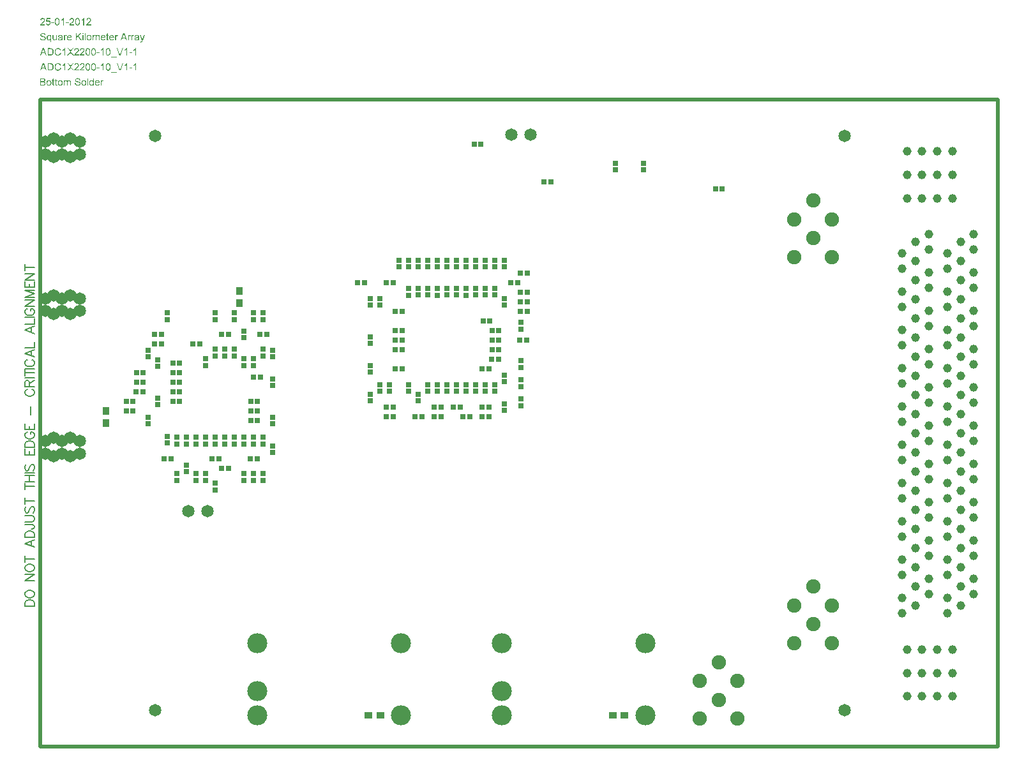
<source format=gbs>
%FSLAX44Y44*%
%MOMM*%
G71*
G01*
G75*
G04 Layer_Color=16711935*
%ADD10C,0.1524*%
%ADD11C,0.3810*%
%ADD12R,1.5240X0.4064*%
%ADD13R,1.2700X3.4290*%
%ADD14R,2.2860X1.9050*%
%ADD15R,1.9050X2.2860*%
%ADD16R,2.1600X1.0700*%
%ADD17R,6.9900X8.3300*%
%ADD18R,1.1500X0.6000*%
%ADD19R,0.6000X1.1000*%
%ADD20R,3.2500X3.2500*%
%ADD21R,0.3500X1.0500*%
%ADD22R,1.0500X0.3500*%
%ADD23R,1.0500X0.6000*%
%ADD24C,1.5000*%
%ADD25R,0.6500X0.6000*%
%ADD26R,0.6000X0.6500*%
%ADD27R,0.7620X0.9652*%
%ADD28R,0.9652X0.7620*%
%ADD29R,2.7000X1.3500*%
%ADD30R,1.3500X2.7000*%
%ADD31R,3.4500X0.9500*%
%ADD32O,0.4000X1.2000*%
%ADD33R,1.1500X0.4000*%
%ADD34R,0.6000X1.5500*%
%ADD35C,0.8000*%
%ADD36C,1.0160*%
%ADD37C,0.5080*%
%ADD38C,0.2540*%
%ADD39C,0.4432*%
%ADD40C,0.3048*%
%ADD41C,0.2845*%
%ADD42C,0.5000*%
%ADD43C,0.1270*%
%ADD44C,1.5240*%
%ADD45C,0.6350*%
%ADD46C,6.3500*%
%ADD47C,1.0500*%
%ADD48C,2.5400*%
%ADD49C,1.7780*%
%ADD50C,0.6500*%
%ADD51C,1.0000*%
%ADD52C,1.8000*%
%ADD53C,0.8500*%
%ADD54C,1.1080*%
%ADD55C,1.2000*%
%ADD56C,2.1240*%
%ADD57C,1.6160*%
%ADD58C,0.9000*%
%ADD59C,4.4000*%
%ADD60C,0.2300*%
%ADD61C,0.2499*%
%ADD62C,0.2500*%
%ADD63C,0.2000*%
%ADD64C,0.1000*%
%ADD65R,1.6440X0.5264*%
%ADD66R,1.3716X3.5306*%
%ADD67R,2.4060X2.0250*%
%ADD68R,2.0250X2.4060*%
%ADD69R,2.2800X1.1900*%
%ADD70R,7.1100X8.4500*%
%ADD71R,1.2700X0.7200*%
%ADD72R,0.7200X1.2200*%
%ADD73R,3.3700X3.3700*%
%ADD74R,0.4700X1.1700*%
%ADD75R,1.1700X0.4700*%
%ADD76R,1.1700X0.7200*%
%ADD77C,3.5000*%
%ADD78R,0.7500X0.7000*%
%ADD79R,0.7000X0.7500*%
%ADD80R,0.8820X1.0852*%
%ADD81R,1.0852X0.8820*%
%ADD82R,2.8000X1.4500*%
%ADD83R,1.4500X2.8000*%
%ADD84R,3.5700X1.0700*%
%ADD85O,0.5200X1.3200*%
%ADD86R,1.2700X0.5200*%
%ADD87R,0.7000X1.6500*%
%ADD88C,0.9200*%
%ADD89C,1.6440*%
%ADD90C,0.7550*%
%ADD91C,6.4700*%
%ADD92C,1.1700*%
%ADD93C,2.6600*%
%ADD94C,1.8980*%
G36*
X17683Y884461D02*
X18870D01*
Y883548D01*
X17683D01*
Y879474D01*
Y879449D01*
Y879387D01*
Y879299D01*
X17695Y879200D01*
Y879087D01*
X17708Y878975D01*
X17721Y878887D01*
X17733Y878812D01*
X17745Y878787D01*
X17783Y878737D01*
X17845Y878662D01*
X17933Y878587D01*
X17945D01*
X17958Y878575D01*
X17995Y878562D01*
X18045Y878550D01*
X18170Y878525D01*
X18345Y878512D01*
X18483D01*
X18558Y878525D01*
X18658D01*
X18758Y878537D01*
X18870Y878550D01*
X19033Y877513D01*
X19008D01*
X18945Y877500D01*
X18858Y877487D01*
X18733Y877462D01*
X18595Y877450D01*
X18445Y877425D01*
X18133Y877412D01*
X18033D01*
X17908Y877425D01*
X17770Y877438D01*
X17608Y877462D01*
X17445Y877500D01*
X17283Y877550D01*
X17146Y877613D01*
X17133Y877625D01*
X17083Y877650D01*
X17033Y877687D01*
X16958Y877750D01*
X16871Y877825D01*
X16783Y877925D01*
X16708Y878025D01*
X16646Y878137D01*
Y878150D01*
X16621Y878212D01*
X16608Y878300D01*
X16583Y878437D01*
X16571Y878525D01*
X16558Y878625D01*
X16546Y878737D01*
X16533Y878875D01*
X16521Y879012D01*
Y879175D01*
X16508Y879350D01*
Y879537D01*
Y883548D01*
X15633D01*
Y884461D01*
X16508D01*
Y886173D01*
X17683Y886885D01*
Y884461D01*
D02*
G37*
G36*
X76055Y884598D02*
X76168Y884586D01*
X76305Y884561D01*
X76468Y884536D01*
X76630Y884498D01*
X76805Y884448D01*
X76993Y884373D01*
X77180Y884298D01*
X77368Y884211D01*
X77568Y884098D01*
X77755Y883973D01*
X77930Y883823D01*
X78105Y883661D01*
X78117Y883648D01*
X78142Y883611D01*
X78193Y883561D01*
X78243Y883486D01*
X78305Y883386D01*
X78380Y883273D01*
X78467Y883136D01*
X78555Y882974D01*
X78630Y882786D01*
X78717Y882586D01*
X78792Y882374D01*
X78855Y882136D01*
X78905Y881874D01*
X78955Y881599D01*
X78980Y881299D01*
X78992Y880987D01*
Y880962D01*
Y880912D01*
Y880812D01*
X78980Y880674D01*
X73794D01*
Y880662D01*
Y880624D01*
X73806Y880562D01*
X73819Y880487D01*
X73831Y880387D01*
X73844Y880274D01*
X73894Y880024D01*
X73981Y879737D01*
X74093Y879449D01*
X74243Y879175D01*
X74331Y879050D01*
X74431Y878925D01*
X74443Y878912D01*
X74456Y878900D01*
X74493Y878875D01*
X74531Y878837D01*
X74668Y878737D01*
X74831Y878625D01*
X75043Y878512D01*
X75293Y878425D01*
X75581Y878350D01*
X75731Y878337D01*
X75893Y878325D01*
X76006D01*
X76118Y878337D01*
X76280Y878362D01*
X76443Y878412D01*
X76630Y878462D01*
X76818Y878550D01*
X76993Y878662D01*
X77018Y878675D01*
X77068Y878725D01*
X77155Y878812D01*
X77255Y878925D01*
X77368Y879075D01*
X77493Y879275D01*
X77618Y879500D01*
X77718Y879762D01*
X78942Y879600D01*
Y879587D01*
X78930Y879549D01*
X78917Y879500D01*
X78880Y879425D01*
X78855Y879337D01*
X78805Y879225D01*
X78705Y878987D01*
X78555Y878725D01*
X78367Y878450D01*
X78142Y878175D01*
X77880Y877937D01*
X77868D01*
X77843Y877912D01*
X77805Y877887D01*
X77743Y877850D01*
X77668Y877800D01*
X77568Y877750D01*
X77468Y877700D01*
X77343Y877650D01*
X77205Y877588D01*
X77055Y877538D01*
X76893Y877487D01*
X76718Y877438D01*
X76330Y877375D01*
X76118Y877363D01*
X75893Y877350D01*
X75831D01*
X75743Y877363D01*
X75643D01*
X75518Y877375D01*
X75368Y877400D01*
X75193Y877425D01*
X75018Y877462D01*
X74831Y877513D01*
X74631Y877575D01*
X74431Y877650D01*
X74231Y877750D01*
X74031Y877850D01*
X73831Y877975D01*
X73644Y878125D01*
X73469Y878287D01*
X73456Y878300D01*
X73431Y878337D01*
X73381Y878387D01*
X73331Y878462D01*
X73269Y878562D01*
X73194Y878675D01*
X73106Y878812D01*
X73031Y878962D01*
X72944Y879150D01*
X72856Y879337D01*
X72781Y879562D01*
X72719Y879787D01*
X72669Y880049D01*
X72619Y880312D01*
X72594Y880599D01*
X72581Y880912D01*
Y880937D01*
Y880987D01*
X72594Y881087D01*
Y881199D01*
X72606Y881349D01*
X72631Y881524D01*
X72656Y881711D01*
X72694Y881911D01*
X72744Y882124D01*
X72806Y882349D01*
X72869Y882574D01*
X72956Y882799D01*
X73069Y883024D01*
X73181Y883249D01*
X73319Y883448D01*
X73481Y883636D01*
X73494Y883648D01*
X73519Y883673D01*
X73569Y883723D01*
X73644Y883786D01*
X73731Y883861D01*
X73844Y883948D01*
X73969Y884036D01*
X74106Y884123D01*
X74268Y884211D01*
X74443Y884298D01*
X74643Y884386D01*
X74843Y884461D01*
X75068Y884523D01*
X75306Y884573D01*
X75556Y884598D01*
X75818Y884611D01*
X75956D01*
X76055Y884598D01*
D02*
G37*
G36*
X58123D02*
X58248Y884586D01*
X58385Y884561D01*
X58548Y884536D01*
X58723Y884498D01*
X58897Y884448D01*
X59085Y884373D01*
X59285Y884298D01*
X59485Y884211D01*
X59685Y884098D01*
X59872Y883973D01*
X60060Y883823D01*
X60235Y883661D01*
X60247Y883648D01*
X60272Y883623D01*
X60322Y883561D01*
X60372Y883486D01*
X60447Y883399D01*
X60522Y883273D01*
X60609Y883136D01*
X60697Y882986D01*
X60772Y882811D01*
X60859Y882624D01*
X60934Y882411D01*
X61009Y882174D01*
X61059Y881924D01*
X61109Y881661D01*
X61134Y881374D01*
X61147Y881074D01*
Y881062D01*
Y881012D01*
Y880949D01*
Y880849D01*
X61134Y880737D01*
X61122Y880612D01*
X61109Y880462D01*
X61097Y880312D01*
X61047Y879974D01*
X60972Y879624D01*
X60872Y879275D01*
X60809Y879112D01*
X60734Y878962D01*
Y878950D01*
X60722Y878925D01*
X60697Y878887D01*
X60659Y878837D01*
X60572Y878700D01*
X60434Y878525D01*
X60272Y878337D01*
X60072Y878137D01*
X59835Y877950D01*
X59560Y877775D01*
X59547D01*
X59522Y877762D01*
X59485Y877737D01*
X59422Y877712D01*
X59360Y877675D01*
X59272Y877637D01*
X59060Y877562D01*
X58822Y877487D01*
X58535Y877412D01*
X58223Y877363D01*
X57885Y877350D01*
X57823D01*
X57748Y877363D01*
X57648D01*
X57523Y877375D01*
X57385Y877400D01*
X57223Y877425D01*
X57048Y877462D01*
X56860Y877513D01*
X56673Y877575D01*
X56486Y877650D01*
X56286Y877737D01*
X56086Y877850D01*
X55898Y877975D01*
X55711Y878112D01*
X55536Y878275D01*
X55523Y878287D01*
X55498Y878325D01*
X55448Y878375D01*
X55398Y878450D01*
X55323Y878550D01*
X55248Y878662D01*
X55173Y878800D01*
X55086Y878962D01*
X54998Y879150D01*
X54923Y879350D01*
X54848Y879562D01*
X54774Y879812D01*
X54724Y880074D01*
X54674Y880349D01*
X54648Y880649D01*
X54636Y880974D01*
Y880999D01*
Y881062D01*
X54648Y881162D01*
Y881286D01*
X54674Y881449D01*
X54699Y881636D01*
X54724Y881836D01*
X54774Y882049D01*
X54823Y882286D01*
X54898Y882524D01*
X54986Y882761D01*
X55086Y882999D01*
X55211Y883223D01*
X55348Y883448D01*
X55511Y883648D01*
X55698Y883836D01*
X55711Y883848D01*
X55736Y883873D01*
X55786Y883911D01*
X55861Y883961D01*
X55948Y884011D01*
X56048Y884086D01*
X56173Y884148D01*
X56311Y884223D01*
X56460Y884298D01*
X56623Y884361D01*
X56810Y884436D01*
X56998Y884486D01*
X57210Y884536D01*
X57423Y884573D01*
X57648Y884598D01*
X57885Y884611D01*
X58023D01*
X58123Y884598D01*
D02*
G37*
G36*
X63684Y877500D02*
X62509D01*
Y887110D01*
X63684D01*
Y877500D01*
D02*
G37*
G36*
X3874Y887097D02*
X3986D01*
X4236Y887073D01*
X4511Y887035D01*
X4811Y886985D01*
X5099Y886910D01*
X5361Y886810D01*
X5374D01*
X5386Y886798D01*
X5424Y886785D01*
X5474Y886760D01*
X5586Y886685D01*
X5736Y886585D01*
X5911Y886460D01*
X6073Y886310D01*
X6248Y886123D01*
X6398Y885910D01*
Y885898D01*
X6411Y885885D01*
X6461Y885810D01*
X6523Y885685D01*
X6598Y885523D01*
X6661Y885335D01*
X6723Y885123D01*
X6773Y884898D01*
X6786Y884648D01*
Y884636D01*
Y884623D01*
Y884586D01*
Y884548D01*
X6773Y884423D01*
X6748Y884273D01*
X6698Y884086D01*
X6648Y883886D01*
X6561Y883686D01*
X6448Y883474D01*
X6436Y883448D01*
X6386Y883386D01*
X6311Y883286D01*
X6198Y883161D01*
X6048Y883024D01*
X5874Y882886D01*
X5673Y882736D01*
X5436Y882611D01*
X5449D01*
X5474Y882599D01*
X5524Y882586D01*
X5586Y882561D01*
X5649Y882536D01*
X5736Y882499D01*
X5936Y882399D01*
X6148Y882274D01*
X6373Y882124D01*
X6586Y881936D01*
X6773Y881724D01*
Y881711D01*
X6798Y881699D01*
X6823Y881661D01*
X6848Y881611D01*
X6923Y881487D01*
X7011Y881311D01*
X7098Y881099D01*
X7173Y880849D01*
X7223Y880574D01*
X7248Y880274D01*
Y880262D01*
Y880249D01*
Y880212D01*
Y880162D01*
X7236Y880037D01*
X7211Y879862D01*
X7173Y879674D01*
X7123Y879462D01*
X7061Y879249D01*
X6961Y879025D01*
X6948Y879000D01*
X6911Y878925D01*
X6848Y878825D01*
X6761Y878700D01*
X6661Y878550D01*
X6536Y878400D01*
X6398Y878262D01*
X6248Y878125D01*
X6236Y878112D01*
X6173Y878075D01*
X6086Y878012D01*
X5961Y877950D01*
X5811Y877875D01*
X5636Y877787D01*
X5424Y877712D01*
X5199Y877650D01*
X5174D01*
X5136Y877637D01*
X5086Y877625D01*
X5024Y877613D01*
X4949Y877600D01*
X4774Y877575D01*
X4549Y877550D01*
X4286Y877525D01*
X3986Y877513D01*
X3649Y877500D01*
X0D01*
Y887110D01*
X3787D01*
X3874Y887097D01*
D02*
G37*
G36*
X21407Y884461D02*
X22594D01*
Y883548D01*
X21407D01*
Y879474D01*
Y879449D01*
Y879387D01*
Y879299D01*
X21419Y879200D01*
Y879087D01*
X21432Y878975D01*
X21444Y878887D01*
X21457Y878812D01*
X21470Y878787D01*
X21507Y878737D01*
X21569Y878662D01*
X21657Y878587D01*
X21669D01*
X21682Y878575D01*
X21719Y878562D01*
X21769Y878550D01*
X21894Y878525D01*
X22069Y878512D01*
X22207D01*
X22282Y878525D01*
X22382D01*
X22482Y878537D01*
X22594Y878550D01*
X22757Y877513D01*
X22732D01*
X22669Y877500D01*
X22582Y877487D01*
X22457Y877462D01*
X22319Y877450D01*
X22169Y877425D01*
X21857Y877412D01*
X21757D01*
X21632Y877425D01*
X21495Y877438D01*
X21332Y877462D01*
X21170Y877500D01*
X21007Y877550D01*
X20870Y877613D01*
X20857Y877625D01*
X20807Y877650D01*
X20757Y877687D01*
X20682Y877750D01*
X20595Y877825D01*
X20507Y877925D01*
X20432Y878025D01*
X20370Y878137D01*
Y878150D01*
X20345Y878212D01*
X20332Y878300D01*
X20307Y878437D01*
X20295Y878525D01*
X20282Y878625D01*
X20270Y878737D01*
X20257Y878875D01*
X20245Y879012D01*
Y879175D01*
X20232Y879350D01*
Y879537D01*
Y883548D01*
X19358D01*
Y884461D01*
X20232D01*
Y886173D01*
X21407Y886885D01*
Y884461D01*
D02*
G37*
G36*
X83216Y884586D02*
X83366Y884561D01*
X83554Y884511D01*
X83766Y884448D01*
X83979Y884348D01*
X84216Y884223D01*
X83804Y883136D01*
X83778Y883149D01*
X83729Y883174D01*
X83641Y883211D01*
X83529Y883261D01*
X83404Y883311D01*
X83254Y883348D01*
X83091Y883373D01*
X82929Y883386D01*
X82866D01*
X82791Y883373D01*
X82691Y883361D01*
X82591Y883324D01*
X82466Y883286D01*
X82354Y883223D01*
X82229Y883149D01*
X82216Y883136D01*
X82179Y883111D01*
X82129Y883049D01*
X82066Y882974D01*
X81992Y882886D01*
X81917Y882774D01*
X81854Y882649D01*
X81792Y882499D01*
Y882486D01*
X81779Y882474D01*
Y882436D01*
X81767Y882386D01*
X81729Y882261D01*
X81704Y882099D01*
X81667Y881886D01*
X81629Y881661D01*
X81617Y881399D01*
X81604Y881124D01*
Y877500D01*
X80429D01*
Y884461D01*
X81492D01*
Y883399D01*
X81504Y883423D01*
X81529Y883461D01*
X81554Y883511D01*
X81642Y883636D01*
X81729Y883786D01*
X81841Y883961D01*
X81966Y884123D01*
X82104Y884261D01*
X82229Y884373D01*
X82241Y884386D01*
X82291Y884411D01*
X82366Y884448D01*
X82454Y884498D01*
X82566Y884536D01*
X82704Y884573D01*
X82841Y884598D01*
X82991Y884611D01*
X83091D01*
X83216Y884586D01*
D02*
G37*
G36*
X71119Y877500D02*
X70020D01*
Y878387D01*
X70007Y878375D01*
X69995Y878337D01*
X69945Y878287D01*
X69895Y878225D01*
X69832Y878150D01*
X69745Y878062D01*
X69645Y877962D01*
X69532Y877875D01*
X69395Y877775D01*
X69257Y877675D01*
X69095Y877588D01*
X68920Y877513D01*
X68732Y877450D01*
X68520Y877400D01*
X68307Y877363D01*
X68070Y877350D01*
X67983D01*
X67933Y877363D01*
X67858D01*
X67770Y877375D01*
X67570Y877412D01*
X67333Y877462D01*
X67070Y877538D01*
X66795Y877650D01*
X66533Y877800D01*
X66521D01*
X66508Y877825D01*
X66470Y877850D01*
X66420Y877887D01*
X66295Y877987D01*
X66146Y878137D01*
X65971Y878312D01*
X65796Y878537D01*
X65621Y878787D01*
X65458Y879075D01*
Y879087D01*
X65446Y879112D01*
X65421Y879162D01*
X65396Y879225D01*
X65371Y879299D01*
X65346Y879387D01*
X65308Y879500D01*
X65271Y879624D01*
X65208Y879899D01*
X65146Y880224D01*
X65096Y880574D01*
X65083Y880962D01*
Y880974D01*
Y881012D01*
Y881062D01*
Y881137D01*
X65096Y881236D01*
Y881337D01*
X65108Y881461D01*
X65121Y881587D01*
X65171Y881886D01*
X65221Y882199D01*
X65308Y882524D01*
X65421Y882849D01*
Y882861D01*
X65433Y882886D01*
X65458Y882936D01*
X65483Y882986D01*
X65521Y883061D01*
X65571Y883136D01*
X65683Y883336D01*
X65833Y883536D01*
X66008Y883761D01*
X66220Y883961D01*
X66458Y884148D01*
X66470D01*
X66495Y884173D01*
X66533Y884186D01*
X66583Y884223D01*
X66645Y884261D01*
X66720Y884298D01*
X66920Y884386D01*
X67145Y884461D01*
X67408Y884536D01*
X67708Y884586D01*
X68020Y884611D01*
X68120D01*
X68245Y884598D01*
X68395Y884573D01*
X68570Y884548D01*
X68757Y884498D01*
X68945Y884423D01*
X69132Y884336D01*
X69157Y884323D01*
X69220Y884286D01*
X69307Y884236D01*
X69420Y884148D01*
X69545Y884048D01*
X69682Y883936D01*
X69820Y883798D01*
X69945Y883648D01*
Y887110D01*
X71119D01*
Y877500D01*
D02*
G37*
G36*
X49862Y887260D02*
X49962D01*
X50087Y887247D01*
X50225Y887235D01*
X50512Y887185D01*
X50824Y887122D01*
X51149Y887035D01*
X51462Y886923D01*
X51474D01*
X51499Y886910D01*
X51537Y886885D01*
X51599Y886860D01*
X51749Y886773D01*
X51924Y886660D01*
X52137Y886523D01*
X52337Y886348D01*
X52549Y886135D01*
X52724Y885898D01*
Y885885D01*
X52749Y885873D01*
X52762Y885835D01*
X52799Y885785D01*
X52824Y885723D01*
X52861Y885648D01*
X52949Y885461D01*
X53036Y885236D01*
X53111Y884986D01*
X53174Y884698D01*
X53199Y884398D01*
X51974Y884311D01*
Y884323D01*
Y884348D01*
X51962Y884398D01*
X51949Y884461D01*
X51937Y884536D01*
X51912Y884623D01*
X51849Y884823D01*
X51762Y885036D01*
X51649Y885260D01*
X51499Y885486D01*
X51299Y885673D01*
X51274Y885698D01*
X51237Y885710D01*
X51199Y885748D01*
X51137Y885785D01*
X51062Y885823D01*
X50974Y885860D01*
X50887Y885910D01*
X50774Y885948D01*
X50649Y885985D01*
X50512Y886023D01*
X50362Y886060D01*
X50200Y886098D01*
X50025Y886110D01*
X49837Y886135D01*
X49450D01*
X49350Y886123D01*
X49250Y886110D01*
X49000Y886085D01*
X48725Y886035D01*
X48450Y885960D01*
X48188Y885848D01*
X48063Y885785D01*
X47963Y885710D01*
X47938Y885685D01*
X47875Y885635D01*
X47800Y885548D01*
X47700Y885423D01*
X47600Y885273D01*
X47525Y885098D01*
X47463Y884898D01*
X47438Y884686D01*
Y884661D01*
Y884598D01*
X47463Y884511D01*
X47488Y884386D01*
X47525Y884248D01*
X47588Y884111D01*
X47675Y883973D01*
X47800Y883836D01*
X47825Y883823D01*
X47850Y883798D01*
X47888Y883786D01*
X47938Y883748D01*
X48000Y883711D01*
X48088Y883673D01*
X48175Y883636D01*
X48300Y883586D01*
X48438Y883523D01*
X48588Y883474D01*
X48762Y883411D01*
X48962Y883348D01*
X49187Y883286D01*
X49437Y883223D01*
X49712Y883161D01*
X49725D01*
X49775Y883149D01*
X49862Y883124D01*
X49962Y883099D01*
X50087Y883074D01*
X50237Y883036D01*
X50387Y882999D01*
X50562Y882949D01*
X50912Y882861D01*
X51262Y882761D01*
X51424Y882699D01*
X51587Y882649D01*
X51724Y882599D01*
X51837Y882549D01*
X51849D01*
X51874Y882536D01*
X51912Y882511D01*
X51974Y882474D01*
X52124Y882399D01*
X52312Y882286D01*
X52512Y882136D01*
X52712Y881974D01*
X52912Y881774D01*
X53074Y881562D01*
Y881549D01*
X53086Y881536D01*
X53111Y881499D01*
X53136Y881461D01*
X53199Y881337D01*
X53286Y881174D01*
X53361Y880974D01*
X53424Y880737D01*
X53474Y880487D01*
X53486Y880199D01*
Y880187D01*
Y880162D01*
Y880124D01*
X53474Y880074D01*
Y879999D01*
X53461Y879924D01*
X53436Y879737D01*
X53374Y879512D01*
X53299Y879275D01*
X53186Y879012D01*
X53036Y878762D01*
Y878750D01*
X53011Y878737D01*
X52986Y878700D01*
X52961Y878650D01*
X52849Y878525D01*
X52712Y878375D01*
X52537Y878212D01*
X52324Y878037D01*
X52062Y877862D01*
X51774Y877712D01*
X51762D01*
X51737Y877700D01*
X51687Y877675D01*
X51637Y877650D01*
X51549Y877625D01*
X51462Y877600D01*
X51362Y877562D01*
X51237Y877525D01*
X50974Y877462D01*
X50662Y877400D01*
X50312Y877350D01*
X49937Y877337D01*
X49812D01*
X49725Y877350D01*
X49612D01*
X49475Y877363D01*
X49337Y877375D01*
X49175Y877387D01*
X48837Y877425D01*
X48463Y877500D01*
X48100Y877588D01*
X47750Y877712D01*
X47738D01*
X47713Y877725D01*
X47663Y877750D01*
X47600Y877787D01*
X47538Y877825D01*
X47450Y877875D01*
X47250Y878000D01*
X47025Y878162D01*
X46800Y878362D01*
X46576Y878600D01*
X46376Y878862D01*
Y878875D01*
X46351Y878900D01*
X46326Y878937D01*
X46301Y879000D01*
X46263Y879075D01*
X46213Y879150D01*
X46176Y879249D01*
X46126Y879362D01*
X46026Y879624D01*
X45938Y879912D01*
X45876Y880249D01*
X45851Y880599D01*
X47050Y880699D01*
Y880687D01*
Y880662D01*
X47063Y880624D01*
Y880574D01*
X47088Y880449D01*
X47125Y880274D01*
X47175Y880087D01*
X47250Y879887D01*
X47338Y879687D01*
X47438Y879500D01*
X47450Y879474D01*
X47500Y879425D01*
X47575Y879337D01*
X47675Y879237D01*
X47813Y879112D01*
X47975Y878987D01*
X48175Y878862D01*
X48400Y878750D01*
X48413D01*
X48425Y878737D01*
X48463Y878725D01*
X48513Y878712D01*
X48575Y878687D01*
X48650Y878662D01*
X48837Y878612D01*
X49050Y878562D01*
X49300Y878512D01*
X49575Y878487D01*
X49875Y878475D01*
X50000D01*
X50137Y878487D01*
X50312Y878500D01*
X50500Y878525D01*
X50725Y878562D01*
X50937Y878612D01*
X51149Y878687D01*
X51162D01*
X51174Y878700D01*
X51237Y878725D01*
X51337Y878775D01*
X51462Y878837D01*
X51599Y878925D01*
X51737Y879025D01*
X51874Y879137D01*
X51987Y879275D01*
X51999Y879287D01*
X52024Y879337D01*
X52074Y879425D01*
X52124Y879525D01*
X52174Y879649D01*
X52224Y879787D01*
X52249Y879937D01*
X52262Y880099D01*
Y880124D01*
Y880174D01*
X52249Y880262D01*
X52224Y880362D01*
X52199Y880487D01*
X52149Y880624D01*
X52074Y880762D01*
X51987Y880887D01*
X51974Y880899D01*
X51937Y880949D01*
X51874Y881012D01*
X51787Y881087D01*
X51662Y881174D01*
X51512Y881262D01*
X51337Y881361D01*
X51124Y881449D01*
X51099Y881461D01*
X51049Y881474D01*
X50999Y881499D01*
X50937Y881512D01*
X50862Y881536D01*
X50762Y881562D01*
X50662Y881599D01*
X50537Y881624D01*
X50400Y881661D01*
X50237Y881711D01*
X50062Y881749D01*
X49862Y881799D01*
X49650Y881849D01*
X49412Y881911D01*
X49400D01*
X49350Y881924D01*
X49287Y881949D01*
X49200Y881961D01*
X49087Y881999D01*
X48975Y882024D01*
X48688Y882111D01*
X48388Y882199D01*
X48075Y882311D01*
X47800Y882411D01*
X47675Y882474D01*
X47563Y882524D01*
X47550D01*
X47538Y882536D01*
X47500Y882561D01*
X47450Y882586D01*
X47325Y882661D01*
X47175Y882774D01*
X47013Y882899D01*
X46838Y883049D01*
X46676Y883223D01*
X46538Y883411D01*
Y883423D01*
X46526Y883436D01*
X46488Y883511D01*
X46438Y883611D01*
X46376Y883761D01*
X46313Y883936D01*
X46263Y884148D01*
X46226Y884373D01*
X46213Y884611D01*
Y884623D01*
Y884648D01*
Y884686D01*
X46226Y884736D01*
X46238Y884873D01*
X46263Y885061D01*
X46313Y885273D01*
X46388Y885498D01*
X46488Y885735D01*
X46626Y885973D01*
Y885985D01*
X46651Y885998D01*
X46701Y886073D01*
X46800Y886198D01*
X46926Y886335D01*
X47100Y886485D01*
X47300Y886648D01*
X47550Y886798D01*
X47825Y886935D01*
X47838D01*
X47863Y886948D01*
X47900Y886973D01*
X47963Y886985D01*
X48038Y887010D01*
X48125Y887048D01*
X48225Y887073D01*
X48338Y887110D01*
X48600Y887160D01*
X48900Y887223D01*
X49237Y887260D01*
X49587Y887272D01*
X49762D01*
X49862Y887260D01*
D02*
G37*
G36*
X26806Y884598D02*
X26931Y884586D01*
X27068Y884561D01*
X27231Y884536D01*
X27406Y884498D01*
X27580Y884448D01*
X27768Y884373D01*
X27968Y884298D01*
X28168Y884211D01*
X28368Y884098D01*
X28555Y883973D01*
X28743Y883823D01*
X28918Y883661D01*
X28930Y883648D01*
X28955Y883623D01*
X29005Y883561D01*
X29055Y883486D01*
X29130Y883399D01*
X29205Y883273D01*
X29293Y883136D01*
X29380Y882986D01*
X29455Y882811D01*
X29542Y882624D01*
X29617Y882411D01*
X29692Y882174D01*
X29742Y881924D01*
X29792Y881661D01*
X29817Y881374D01*
X29830Y881074D01*
Y881062D01*
Y881012D01*
Y880949D01*
Y880849D01*
X29817Y880737D01*
X29805Y880612D01*
X29792Y880462D01*
X29780Y880312D01*
X29730Y879974D01*
X29655Y879624D01*
X29555Y879275D01*
X29492Y879112D01*
X29418Y878962D01*
Y878950D01*
X29405Y878925D01*
X29380Y878887D01*
X29343Y878837D01*
X29255Y878700D01*
X29118Y878525D01*
X28955Y878337D01*
X28755Y878137D01*
X28518Y877950D01*
X28243Y877775D01*
X28230D01*
X28205Y877762D01*
X28168Y877737D01*
X28105Y877712D01*
X28043Y877675D01*
X27955Y877637D01*
X27743Y877562D01*
X27506Y877487D01*
X27218Y877412D01*
X26906Y877363D01*
X26568Y877350D01*
X26506D01*
X26431Y877363D01*
X26331D01*
X26206Y877375D01*
X26068Y877400D01*
X25906Y877425D01*
X25731Y877462D01*
X25543Y877513D01*
X25356Y877575D01*
X25169Y877650D01*
X24969Y877737D01*
X24769Y877850D01*
X24581Y877975D01*
X24394Y878112D01*
X24219Y878275D01*
X24206Y878287D01*
X24181Y878325D01*
X24131Y878375D01*
X24081Y878450D01*
X24006Y878550D01*
X23931Y878662D01*
X23856Y878800D01*
X23769Y878962D01*
X23681Y879150D01*
X23607Y879350D01*
X23531Y879562D01*
X23456Y879812D01*
X23407Y880074D01*
X23356Y880349D01*
X23331Y880649D01*
X23319Y880974D01*
Y880999D01*
Y881062D01*
X23331Y881162D01*
Y881286D01*
X23356Y881449D01*
X23382Y881636D01*
X23407Y881836D01*
X23456Y882049D01*
X23507Y882286D01*
X23582Y882524D01*
X23669Y882761D01*
X23769Y882999D01*
X23894Y883223D01*
X24031Y883448D01*
X24194Y883648D01*
X24381Y883836D01*
X24394Y883848D01*
X24419Y883873D01*
X24469Y883911D01*
X24544Y883961D01*
X24631Y884011D01*
X24731Y884086D01*
X24856Y884148D01*
X24994Y884223D01*
X25144Y884298D01*
X25306Y884361D01*
X25494Y884436D01*
X25681Y884486D01*
X25893Y884536D01*
X26106Y884573D01*
X26331Y884598D01*
X26568Y884611D01*
X26706D01*
X26806Y884598D01*
D02*
G37*
G36*
X11897D02*
X12022Y884586D01*
X12159Y884561D01*
X12322Y884536D01*
X12497Y884498D01*
X12672Y884448D01*
X12859Y884373D01*
X13059Y884298D01*
X13259Y884211D01*
X13459Y884098D01*
X13647Y883973D01*
X13834Y883823D01*
X14009Y883661D01*
X14021Y883648D01*
X14046Y883623D01*
X14096Y883561D01*
X14146Y883486D01*
X14221Y883399D01*
X14296Y883273D01*
X14384Y883136D01*
X14471Y882986D01*
X14546Y882811D01*
X14634Y882624D01*
X14709Y882411D01*
X14784Y882174D01*
X14834Y881924D01*
X14884Y881661D01*
X14909Y881374D01*
X14921Y881074D01*
Y881062D01*
Y881012D01*
Y880949D01*
Y880849D01*
X14909Y880737D01*
X14896Y880612D01*
X14884Y880462D01*
X14871Y880312D01*
X14821Y879974D01*
X14746Y879624D01*
X14646Y879275D01*
X14584Y879112D01*
X14509Y878962D01*
Y878950D01*
X14496Y878925D01*
X14471Y878887D01*
X14434Y878837D01*
X14346Y878700D01*
X14209Y878525D01*
X14046Y878337D01*
X13846Y878137D01*
X13609Y877950D01*
X13334Y877775D01*
X13322D01*
X13297Y877762D01*
X13259Y877737D01*
X13197Y877712D01*
X13134Y877675D01*
X13047Y877637D01*
X12834Y877562D01*
X12597Y877487D01*
X12309Y877412D01*
X11997Y877363D01*
X11659Y877350D01*
X11597D01*
X11522Y877363D01*
X11422D01*
X11297Y877375D01*
X11160Y877400D01*
X10997Y877425D01*
X10822Y877462D01*
X10635Y877513D01*
X10447Y877575D01*
X10260Y877650D01*
X10060Y877737D01*
X9860Y877850D01*
X9672Y877975D01*
X9485Y878112D01*
X9310Y878275D01*
X9298Y878287D01*
X9273Y878325D01*
X9223Y878375D01*
X9173Y878450D01*
X9098Y878550D01*
X9023Y878662D01*
X8948Y878800D01*
X8860Y878962D01*
X8773Y879150D01*
X8698Y879350D01*
X8623Y879562D01*
X8548Y879812D01*
X8498Y880074D01*
X8448Y880349D01*
X8423Y880649D01*
X8410Y880974D01*
Y880999D01*
Y881062D01*
X8423Y881162D01*
Y881286D01*
X8448Y881449D01*
X8473Y881636D01*
X8498Y881836D01*
X8548Y882049D01*
X8598Y882286D01*
X8673Y882524D01*
X8760Y882761D01*
X8860Y882999D01*
X8985Y883223D01*
X9123Y883448D01*
X9285Y883648D01*
X9473Y883836D01*
X9485Y883848D01*
X9510Y883873D01*
X9560Y883911D01*
X9635Y883961D01*
X9722Y884011D01*
X9822Y884086D01*
X9948Y884148D01*
X10085Y884223D01*
X10235Y884298D01*
X10397Y884361D01*
X10585Y884436D01*
X10772Y884486D01*
X10985Y884536D01*
X11197Y884573D01*
X11422Y884598D01*
X11659Y884611D01*
X11797D01*
X11897Y884598D01*
D02*
G37*
G36*
X38665D02*
X38753D01*
X38853Y884586D01*
X39090Y884536D01*
X39340Y884473D01*
X39602Y884373D01*
X39865Y884223D01*
X39977Y884136D01*
X40090Y884036D01*
X40102Y884023D01*
X40115Y884011D01*
X40140Y883973D01*
X40177Y883923D01*
X40215Y883861D01*
X40265Y883786D01*
X40315Y883698D01*
X40377Y883598D01*
X40427Y883486D01*
X40477Y883348D01*
X40527Y883211D01*
X40565Y883049D01*
X40602Y882874D01*
X40627Y882686D01*
X40652Y882474D01*
Y882261D01*
Y877500D01*
X39477D01*
Y881874D01*
Y881886D01*
Y881899D01*
Y881936D01*
Y881986D01*
Y882111D01*
X39465Y882261D01*
X39452Y882424D01*
X39427Y882599D01*
X39402Y882749D01*
X39365Y882886D01*
Y882899D01*
X39340Y882936D01*
X39315Y882999D01*
X39265Y883061D01*
X39215Y883149D01*
X39140Y883223D01*
X39053Y883311D01*
X38940Y883386D01*
X38928Y883399D01*
X38890Y883423D01*
X38828Y883448D01*
X38740Y883486D01*
X38640Y883523D01*
X38515Y883561D01*
X38390Y883573D01*
X38240Y883586D01*
X38165D01*
X38115Y883573D01*
X37978Y883561D01*
X37803Y883523D01*
X37603Y883461D01*
X37403Y883373D01*
X37190Y883249D01*
X37003Y883086D01*
X36978Y883061D01*
X36928Y882999D01*
X36853Y882874D01*
X36766Y882711D01*
X36716Y882611D01*
X36666Y882499D01*
X36628Y882361D01*
X36591Y882224D01*
X36566Y882074D01*
X36541Y881911D01*
X36516Y881724D01*
Y881536D01*
Y877500D01*
X35341D01*
Y882011D01*
Y882024D01*
Y882049D01*
Y882086D01*
Y882136D01*
X35329Y882286D01*
X35303Y882449D01*
X35266Y882649D01*
X35216Y882836D01*
X35154Y883024D01*
X35054Y883186D01*
X35041Y883198D01*
X35003Y883249D01*
X34929Y883311D01*
X34829Y883386D01*
X34704Y883461D01*
X34541Y883523D01*
X34341Y883573D01*
X34116Y883586D01*
X34029D01*
X33941Y883573D01*
X33816Y883548D01*
X33666Y883523D01*
X33516Y883474D01*
X33354Y883411D01*
X33191Y883324D01*
X33179Y883311D01*
X33117Y883273D01*
X33042Y883211D01*
X32954Y883124D01*
X32854Y883024D01*
X32754Y882886D01*
X32654Y882724D01*
X32567Y882549D01*
X32554Y882524D01*
X32542Y882461D01*
X32504Y882336D01*
X32479Y882186D01*
X32442Y881974D01*
X32404Y881724D01*
X32392Y881436D01*
X32379Y881099D01*
Y877500D01*
X31205D01*
Y884461D01*
X32254D01*
Y883474D01*
X32267Y883499D01*
X32317Y883561D01*
X32392Y883648D01*
X32492Y883773D01*
X32617Y883898D01*
X32767Y884036D01*
X32942Y884173D01*
X33129Y884298D01*
X33142D01*
X33154Y884311D01*
X33229Y884348D01*
X33342Y884398D01*
X33491Y884461D01*
X33679Y884511D01*
X33879Y884561D01*
X34116Y884598D01*
X34366Y884611D01*
X34491D01*
X34641Y884598D01*
X34816Y884573D01*
X35016Y884536D01*
X35229Y884473D01*
X35428Y884398D01*
X35628Y884286D01*
X35653Y884273D01*
X35716Y884223D01*
X35803Y884148D01*
X35903Y884048D01*
X36028Y883923D01*
X36141Y883773D01*
X36253Y883586D01*
X36341Y883386D01*
X36353Y883399D01*
X36378Y883436D01*
X36428Y883499D01*
X36491Y883573D01*
X36578Y883673D01*
X36678Y883773D01*
X36791Y883886D01*
X36916Y883998D01*
X37065Y884111D01*
X37228Y884223D01*
X37403Y884323D01*
X37590Y884423D01*
X37803Y884498D01*
X38015Y884561D01*
X38253Y884598D01*
X38490Y884611D01*
X38590D01*
X38665Y884598D01*
D02*
G37*
%LPC*%
G36*
X3487Y881936D02*
X1275D01*
Y878637D01*
X3999D01*
X4286Y878650D01*
X4411Y878662D01*
X4524Y878675D01*
X4549D01*
X4599Y878687D01*
X4674Y878712D01*
X4774Y878737D01*
X4899Y878775D01*
X5011Y878812D01*
X5136Y878875D01*
X5249Y878937D01*
X5261Y878950D01*
X5299Y878975D01*
X5349Y879012D01*
X5424Y879075D01*
X5499Y879150D01*
X5586Y879249D01*
X5661Y879350D01*
X5736Y879474D01*
X5749Y879487D01*
X5774Y879537D01*
X5799Y879612D01*
X5836Y879712D01*
X5874Y879824D01*
X5911Y879962D01*
X5924Y880124D01*
X5936Y880287D01*
Y880312D01*
Y880374D01*
X5924Y880474D01*
X5899Y880599D01*
X5861Y880749D01*
X5811Y880899D01*
X5749Y881062D01*
X5649Y881211D01*
X5636Y881224D01*
X5599Y881274D01*
X5536Y881349D01*
X5449Y881436D01*
X5336Y881524D01*
X5211Y881624D01*
X5061Y881699D01*
X4886Y881774D01*
X4861Y881786D01*
X4799Y881799D01*
X4686Y881824D01*
X4524Y881861D01*
X4336Y881886D01*
X4087Y881911D01*
X3812Y881924D01*
X3487Y881936D01*
D02*
G37*
G36*
X75831Y883636D02*
X75756D01*
X75693Y883623D01*
X75631D01*
X75543Y883611D01*
X75356Y883573D01*
X75143Y883499D01*
X74906Y883399D01*
X74681Y883273D01*
X74568Y883186D01*
X74456Y883086D01*
X74431Y883061D01*
X74369Y882986D01*
X74281Y882874D01*
X74181Y882711D01*
X74068Y882499D01*
X73969Y882249D01*
X73894Y881974D01*
X73856Y881649D01*
X77743D01*
Y881661D01*
Y881686D01*
X77730Y881736D01*
X77718Y881786D01*
Y881861D01*
X77693Y881949D01*
X77655Y882136D01*
X77593Y882349D01*
X77518Y882561D01*
X77418Y882774D01*
X77293Y882949D01*
Y882961D01*
X77268Y882974D01*
X77230Y883011D01*
X77193Y883061D01*
X77068Y883161D01*
X76905Y883298D01*
X76693Y883423D01*
X76443Y883523D01*
X76156Y883611D01*
X75993Y883623D01*
X75831Y883636D01*
D02*
G37*
G36*
X3549Y885973D02*
X1275D01*
Y883074D01*
X3637D01*
X3812Y883086D01*
X4011Y883099D01*
X4211Y883111D01*
X4399Y883136D01*
X4549Y883174D01*
X4574Y883186D01*
X4624Y883198D01*
X4711Y883236D01*
X4824Y883286D01*
X4949Y883361D01*
X5061Y883436D01*
X5186Y883536D01*
X5286Y883648D01*
X5299Y883661D01*
X5324Y883711D01*
X5361Y883786D01*
X5411Y883886D01*
X5461Y883998D01*
X5499Y884148D01*
X5524Y884311D01*
X5536Y884498D01*
Y884523D01*
Y884573D01*
X5524Y884673D01*
X5511Y884786D01*
X5474Y884911D01*
X5436Y885048D01*
X5374Y885198D01*
X5299Y885335D01*
X5286Y885348D01*
X5261Y885398D01*
X5211Y885461D01*
X5136Y885535D01*
X5036Y885623D01*
X4936Y885698D01*
X4799Y885773D01*
X4649Y885835D01*
X4624Y885848D01*
X4561Y885860D01*
X4461Y885885D01*
X4311Y885910D01*
X4211Y885923D01*
X4111Y885935D01*
X3986D01*
X3849Y885948D01*
X3711Y885960D01*
X3549Y885973D01*
D02*
G37*
G36*
X68133Y883636D02*
X68058D01*
X68008Y883623D01*
X67858Y883598D01*
X67670Y883561D01*
X67470Y883474D01*
X67245Y883361D01*
X67133Y883286D01*
X67033Y883198D01*
X66920Y883099D01*
X66820Y882986D01*
Y882974D01*
X66795Y882961D01*
X66770Y882924D01*
X66733Y882861D01*
X66695Y882799D01*
X66658Y882711D01*
X66608Y882611D01*
X66558Y882499D01*
X66508Y882361D01*
X66458Y882211D01*
X66420Y882049D01*
X66383Y881874D01*
X66346Y881674D01*
X66321Y881461D01*
X66308Y881224D01*
X66295Y880974D01*
Y880962D01*
Y880912D01*
Y880849D01*
X66308Y880749D01*
Y880649D01*
X66321Y880512D01*
X66346Y880374D01*
X66371Y880224D01*
X66433Y879899D01*
X66533Y879562D01*
X66670Y879249D01*
X66758Y879112D01*
X66858Y878975D01*
X66870Y878962D01*
X66883Y878950D01*
X66958Y878875D01*
X67083Y878775D01*
X67233Y878650D01*
X67433Y878525D01*
X67658Y878425D01*
X67920Y878350D01*
X68058Y878337D01*
X68195Y878325D01*
X68270D01*
X68320Y878337D01*
X68470Y878362D01*
X68645Y878400D01*
X68857Y878475D01*
X69070Y878587D01*
X69182Y878662D01*
X69295Y878750D01*
X69407Y878837D01*
X69507Y878950D01*
X69520Y878962D01*
X69532Y878975D01*
X69557Y879012D01*
X69595Y879062D01*
X69632Y879137D01*
X69682Y879212D01*
X69732Y879312D01*
X69782Y879425D01*
X69832Y879549D01*
X69882Y879699D01*
X69932Y879849D01*
X69970Y880024D01*
X70007Y880212D01*
X70032Y880424D01*
X70057Y880637D01*
Y880874D01*
Y880887D01*
Y880937D01*
Y881012D01*
X70045Y881112D01*
Y881224D01*
X70032Y881361D01*
X70007Y881512D01*
X69982Y881674D01*
X69920Y882011D01*
X69820Y882361D01*
X69682Y882686D01*
X69595Y882824D01*
X69495Y882961D01*
Y882974D01*
X69470Y882986D01*
X69395Y883061D01*
X69282Y883174D01*
X69120Y883298D01*
X68920Y883423D01*
X68682Y883536D01*
X68420Y883611D01*
X68282Y883623D01*
X68133Y883636D01*
D02*
G37*
G36*
X11659D02*
X11572D01*
X11510Y883623D01*
X11435Y883611D01*
X11347Y883598D01*
X11147Y883548D01*
X10922Y883474D01*
X10672Y883361D01*
X10547Y883286D01*
X10435Y883198D01*
X10310Y883086D01*
X10197Y882974D01*
Y882961D01*
X10172Y882949D01*
X10147Y882899D01*
X10110Y882849D01*
X10060Y882774D01*
X10010Y882699D01*
X9960Y882599D01*
X9910Y882474D01*
X9860Y882349D01*
X9810Y882199D01*
X9760Y882036D01*
X9710Y881849D01*
X9672Y881661D01*
X9647Y881449D01*
X9635Y881211D01*
X9622Y880974D01*
Y880962D01*
Y880912D01*
Y880849D01*
X9635Y880762D01*
Y880649D01*
X9647Y880524D01*
X9672Y880374D01*
X9697Y880224D01*
X9760Y879912D01*
X9860Y879575D01*
X10010Y879262D01*
X10097Y879125D01*
X10197Y878987D01*
X10210Y878975D01*
X10222Y878962D01*
X10260Y878925D01*
X10297Y878887D01*
X10435Y878775D01*
X10597Y878662D01*
X10810Y878537D01*
X11060Y878425D01*
X11347Y878350D01*
X11497Y878337D01*
X11659Y878325D01*
X11747D01*
X11810Y878337D01*
X11884Y878350D01*
X11972Y878362D01*
X12172Y878412D01*
X12397Y878487D01*
X12647Y878600D01*
X12772Y878675D01*
X12897Y878775D01*
X13009Y878875D01*
X13122Y878987D01*
X13134Y879000D01*
X13147Y879025D01*
X13172Y879062D01*
X13209Y879112D01*
X13259Y879187D01*
X13309Y879275D01*
X13359Y879374D01*
X13422Y879487D01*
X13472Y879624D01*
X13521Y879774D01*
X13571Y879937D01*
X13621Y880124D01*
X13659Y880324D01*
X13684Y880537D01*
X13709Y880762D01*
Y881012D01*
Y881024D01*
Y881074D01*
Y881137D01*
X13697Y881224D01*
Y881337D01*
X13684Y881449D01*
X13659Y881587D01*
X13634Y881736D01*
X13571Y882049D01*
X13459Y882374D01*
X13322Y882686D01*
X13222Y882836D01*
X13122Y882961D01*
X13109Y882974D01*
X13097Y882986D01*
X13059Y883024D01*
X13022Y883061D01*
X12884Y883174D01*
X12722Y883298D01*
X12509Y883423D01*
X12259Y883536D01*
X11972Y883611D01*
X11822Y883623D01*
X11659Y883636D01*
D02*
G37*
G36*
X26568D02*
X26481D01*
X26418Y883623D01*
X26343Y883611D01*
X26256Y883598D01*
X26056Y883548D01*
X25831Y883474D01*
X25581Y883361D01*
X25456Y883286D01*
X25343Y883198D01*
X25219Y883086D01*
X25106Y882974D01*
Y882961D01*
X25081Y882949D01*
X25056Y882899D01*
X25019Y882849D01*
X24969Y882774D01*
X24919Y882699D01*
X24869Y882599D01*
X24819Y882474D01*
X24769Y882349D01*
X24719Y882199D01*
X24669Y882036D01*
X24619Y881849D01*
X24581Y881661D01*
X24556Y881449D01*
X24544Y881211D01*
X24531Y880974D01*
Y880962D01*
Y880912D01*
Y880849D01*
X24544Y880762D01*
Y880649D01*
X24556Y880524D01*
X24581Y880374D01*
X24606Y880224D01*
X24669Y879912D01*
X24769Y879575D01*
X24919Y879262D01*
X25006Y879125D01*
X25106Y878987D01*
X25119Y878975D01*
X25131Y878962D01*
X25169Y878925D01*
X25206Y878887D01*
X25343Y878775D01*
X25506Y878662D01*
X25718Y878537D01*
X25968Y878425D01*
X26256Y878350D01*
X26406Y878337D01*
X26568Y878325D01*
X26656D01*
X26718Y878337D01*
X26793Y878350D01*
X26881Y878362D01*
X27081Y878412D01*
X27306Y878487D01*
X27555Y878600D01*
X27680Y878675D01*
X27805Y878775D01*
X27918Y878875D01*
X28030Y878987D01*
X28043Y879000D01*
X28055Y879025D01*
X28080Y879062D01*
X28118Y879112D01*
X28168Y879187D01*
X28218Y879275D01*
X28268Y879374D01*
X28330Y879487D01*
X28380Y879624D01*
X28430Y879774D01*
X28480Y879937D01*
X28530Y880124D01*
X28568Y880324D01*
X28593Y880537D01*
X28618Y880762D01*
Y881012D01*
Y881024D01*
Y881074D01*
Y881137D01*
X28605Y881224D01*
Y881337D01*
X28593Y881449D01*
X28568Y881587D01*
X28543Y881736D01*
X28480Y882049D01*
X28368Y882374D01*
X28230Y882686D01*
X28130Y882836D01*
X28030Y882961D01*
X28018Y882974D01*
X28005Y882986D01*
X27968Y883024D01*
X27930Y883061D01*
X27793Y883174D01*
X27630Y883298D01*
X27418Y883423D01*
X27168Y883536D01*
X26881Y883611D01*
X26731Y883623D01*
X26568Y883636D01*
D02*
G37*
G36*
X57885D02*
X57798D01*
X57735Y883623D01*
X57660Y883611D01*
X57573Y883598D01*
X57373Y883548D01*
X57148Y883474D01*
X56898Y883361D01*
X56773Y883286D01*
X56660Y883198D01*
X56536Y883086D01*
X56423Y882974D01*
Y882961D01*
X56398Y882949D01*
X56373Y882899D01*
X56336Y882849D01*
X56286Y882774D01*
X56236Y882699D01*
X56186Y882599D01*
X56136Y882474D01*
X56086Y882349D01*
X56036Y882199D01*
X55986Y882036D01*
X55936Y881849D01*
X55898Y881661D01*
X55873Y881449D01*
X55861Y881211D01*
X55848Y880974D01*
Y880962D01*
Y880912D01*
Y880849D01*
X55861Y880762D01*
Y880649D01*
X55873Y880524D01*
X55898Y880374D01*
X55923Y880224D01*
X55986Y879912D01*
X56086Y879575D01*
X56236Y879262D01*
X56323Y879125D01*
X56423Y878987D01*
X56435Y878975D01*
X56448Y878962D01*
X56486Y878925D01*
X56523Y878887D01*
X56660Y878775D01*
X56823Y878662D01*
X57035Y878537D01*
X57285Y878425D01*
X57573Y878350D01*
X57723Y878337D01*
X57885Y878325D01*
X57973D01*
X58035Y878337D01*
X58110Y878350D01*
X58198Y878362D01*
X58397Y878412D01*
X58622Y878487D01*
X58872Y878600D01*
X58997Y878675D01*
X59122Y878775D01*
X59235Y878875D01*
X59347Y878987D01*
X59360Y879000D01*
X59372Y879025D01*
X59397Y879062D01*
X59435Y879112D01*
X59485Y879187D01*
X59535Y879275D01*
X59585Y879374D01*
X59647Y879487D01*
X59697Y879624D01*
X59747Y879774D01*
X59797Y879937D01*
X59847Y880124D01*
X59885Y880324D01*
X59910Y880537D01*
X59935Y880762D01*
Y881012D01*
Y881024D01*
Y881074D01*
Y881137D01*
X59922Y881224D01*
Y881337D01*
X59910Y881449D01*
X59885Y881587D01*
X59860Y881736D01*
X59797Y882049D01*
X59685Y882374D01*
X59547Y882686D01*
X59447Y882836D01*
X59347Y882961D01*
X59335Y882974D01*
X59322Y882986D01*
X59285Y883024D01*
X59247Y883061D01*
X59110Y883174D01*
X58947Y883298D01*
X58735Y883423D01*
X58485Y883536D01*
X58198Y883611D01*
X58048Y883623D01*
X57885Y883636D01*
D02*
G37*
%LPD*%
G36*
X56066Y907065D02*
X56191Y907053D01*
X56328Y907040D01*
X56478Y907015D01*
X56641Y906978D01*
X56990Y906890D01*
X57165Y906828D01*
X57353Y906753D01*
X57540Y906665D01*
X57715Y906553D01*
X57878Y906440D01*
X58040Y906303D01*
X58053Y906290D01*
X58078Y906265D01*
X58115Y906228D01*
X58165Y906165D01*
X58228Y906090D01*
X58303Y906003D01*
X58365Y905903D01*
X58453Y905778D01*
X58527Y905653D01*
X58590Y905503D01*
X58727Y905178D01*
X58777Y905003D01*
X58815Y904816D01*
X58840Y904616D01*
X58852Y904403D01*
Y904378D01*
Y904303D01*
X58840Y904191D01*
X58827Y904041D01*
X58790Y903878D01*
X58752Y903678D01*
X58690Y903478D01*
X58615Y903266D01*
X58602Y903241D01*
X58565Y903166D01*
X58515Y903054D01*
X58428Y902916D01*
X58315Y902741D01*
X58178Y902541D01*
X58015Y902316D01*
X57828Y902091D01*
Y902079D01*
X57803Y902066D01*
X57765Y902029D01*
X57728Y901979D01*
X57665Y901916D01*
X57590Y901841D01*
X57503Y901754D01*
X57390Y901654D01*
X57278Y901542D01*
X57140Y901416D01*
X56990Y901266D01*
X56828Y901117D01*
X56641Y900954D01*
X56453Y900792D01*
X56228Y900604D01*
X56003Y900404D01*
X55991Y900392D01*
X55953Y900367D01*
X55903Y900317D01*
X55828Y900267D01*
X55753Y900192D01*
X55653Y900104D01*
X55441Y899917D01*
X55203Y899717D01*
X54978Y899517D01*
X54878Y899429D01*
X54791Y899342D01*
X54703Y899255D01*
X54641Y899192D01*
X54629Y899180D01*
X54591Y899142D01*
X54541Y899080D01*
X54466Y898992D01*
X54391Y898905D01*
X54304Y898792D01*
X54141Y898567D01*
X58865D01*
Y897430D01*
X52504D01*
Y897455D01*
Y897505D01*
Y897580D01*
X52516Y897692D01*
X52529Y897817D01*
X52554Y897955D01*
X52592Y898092D01*
X52642Y898242D01*
Y898255D01*
X52654Y898267D01*
X52667Y898305D01*
X52691Y898355D01*
X52741Y898480D01*
X52829Y898642D01*
X52941Y898842D01*
X53066Y899055D01*
X53229Y899279D01*
X53416Y899517D01*
X53429Y899529D01*
X53441Y899542D01*
X53479Y899579D01*
X53516Y899629D01*
X53641Y899767D01*
X53816Y899942D01*
X54029Y900154D01*
X54291Y900404D01*
X54604Y900679D01*
X54966Y900979D01*
X54978Y900992D01*
X55028Y901042D01*
X55116Y901104D01*
X55216Y901191D01*
X55341Y901304D01*
X55491Y901429D01*
X55653Y901566D01*
X55816Y901716D01*
X56166Y902041D01*
X56515Y902379D01*
X56678Y902554D01*
X56828Y902716D01*
X56965Y902866D01*
X57078Y903016D01*
X57090Y903029D01*
X57103Y903054D01*
X57128Y903091D01*
X57165Y903141D01*
X57203Y903216D01*
X57253Y903291D01*
X57365Y903478D01*
X57465Y903691D01*
X57553Y903928D01*
X57615Y904191D01*
X57640Y904316D01*
Y904441D01*
Y904453D01*
Y904478D01*
Y904503D01*
X57628Y904553D01*
X57615Y904691D01*
X57578Y904853D01*
X57515Y905041D01*
X57428Y905228D01*
X57303Y905428D01*
X57128Y905615D01*
X57103Y905640D01*
X57040Y905690D01*
X56928Y905765D01*
X56778Y905865D01*
X56590Y905953D01*
X56365Y906028D01*
X56103Y906078D01*
X55816Y906103D01*
X55728D01*
X55678Y906090D01*
X55603D01*
X55516Y906078D01*
X55328Y906040D01*
X55116Y905978D01*
X54878Y905890D01*
X54654Y905765D01*
X54454Y905590D01*
X54429Y905565D01*
X54379Y905503D01*
X54291Y905378D01*
X54204Y905228D01*
X54104Y905016D01*
X54016Y904778D01*
X53966Y904503D01*
X53941Y904178D01*
X52729Y904303D01*
Y904316D01*
X52741Y904366D01*
Y904428D01*
X52754Y904528D01*
X52779Y904641D01*
X52804Y904766D01*
X52841Y904916D01*
X52891Y905066D01*
X53004Y905403D01*
X53079Y905578D01*
X53166Y905740D01*
X53266Y905915D01*
X53379Y906078D01*
X53504Y906228D01*
X53654Y906365D01*
X53666Y906378D01*
X53691Y906390D01*
X53741Y906428D01*
X53804Y906478D01*
X53891Y906528D01*
X53991Y906590D01*
X54104Y906653D01*
X54241Y906728D01*
X54391Y906790D01*
X54553Y906853D01*
X54728Y906915D01*
X54928Y906965D01*
X55128Y907015D01*
X55353Y907053D01*
X55591Y907065D01*
X55841Y907077D01*
X55978D01*
X56066Y907065D01*
D02*
G37*
G36*
X48605D02*
X48730Y907053D01*
X48868Y907040D01*
X49017Y907015D01*
X49180Y906978D01*
X49530Y906890D01*
X49705Y906828D01*
X49892Y906753D01*
X50080Y906665D01*
X50255Y906553D01*
X50417Y906440D01*
X50580Y906303D01*
X50592Y906290D01*
X50617Y906265D01*
X50655Y906228D01*
X50704Y906165D01*
X50767Y906090D01*
X50842Y906003D01*
X50904Y905903D01*
X50992Y905778D01*
X51067Y905653D01*
X51129Y905503D01*
X51267Y905178D01*
X51317Y905003D01*
X51354Y904816D01*
X51379Y904616D01*
X51392Y904403D01*
Y904378D01*
Y904303D01*
X51379Y904191D01*
X51367Y904041D01*
X51329Y903878D01*
X51292Y903678D01*
X51229Y903478D01*
X51154Y903266D01*
X51142Y903241D01*
X51104Y903166D01*
X51054Y903054D01*
X50967Y902916D01*
X50855Y902741D01*
X50717Y902541D01*
X50554Y902316D01*
X50367Y902091D01*
Y902079D01*
X50342Y902066D01*
X50305Y902029D01*
X50267Y901979D01*
X50205Y901916D01*
X50130Y901841D01*
X50042Y901754D01*
X49930Y901654D01*
X49817Y901542D01*
X49680Y901416D01*
X49530Y901266D01*
X49367Y901117D01*
X49180Y900954D01*
X48992Y900792D01*
X48767Y900604D01*
X48542Y900404D01*
X48530Y900392D01*
X48493Y900367D01*
X48443Y900317D01*
X48368Y900267D01*
X48293Y900192D01*
X48193Y900104D01*
X47980Y899917D01*
X47743Y899717D01*
X47518Y899517D01*
X47418Y899429D01*
X47330Y899342D01*
X47243Y899255D01*
X47180Y899192D01*
X47168Y899180D01*
X47130Y899142D01*
X47080Y899080D01*
X47005Y898992D01*
X46930Y898905D01*
X46843Y898792D01*
X46680Y898567D01*
X51404D01*
Y897430D01*
X45043D01*
Y897455D01*
Y897505D01*
Y897580D01*
X45056Y897692D01*
X45068Y897817D01*
X45093Y897955D01*
X45131Y898092D01*
X45181Y898242D01*
Y898255D01*
X45193Y898267D01*
X45206Y898305D01*
X45231Y898355D01*
X45281Y898480D01*
X45368Y898642D01*
X45481Y898842D01*
X45606Y899055D01*
X45768Y899279D01*
X45956Y899517D01*
X45968Y899529D01*
X45981Y899542D01*
X46018Y899579D01*
X46056Y899629D01*
X46181Y899767D01*
X46356Y899942D01*
X46568Y900154D01*
X46831Y900404D01*
X47143Y900679D01*
X47505Y900979D01*
X47518Y900992D01*
X47568Y901042D01*
X47655Y901104D01*
X47755Y901191D01*
X47880Y901304D01*
X48030Y901429D01*
X48193Y901566D01*
X48355Y901716D01*
X48705Y902041D01*
X49055Y902379D01*
X49217Y902554D01*
X49367Y902716D01*
X49505Y902866D01*
X49617Y903016D01*
X49630Y903029D01*
X49642Y903054D01*
X49667Y903091D01*
X49705Y903141D01*
X49742Y903216D01*
X49792Y903291D01*
X49905Y903478D01*
X50005Y903691D01*
X50092Y903928D01*
X50155Y904191D01*
X50180Y904316D01*
Y904441D01*
Y904453D01*
Y904478D01*
Y904503D01*
X50167Y904553D01*
X50155Y904691D01*
X50117Y904853D01*
X50055Y905041D01*
X49967Y905228D01*
X49842Y905428D01*
X49667Y905615D01*
X49642Y905640D01*
X49580Y905690D01*
X49467Y905765D01*
X49317Y905865D01*
X49130Y905953D01*
X48905Y906028D01*
X48643Y906078D01*
X48355Y906103D01*
X48268D01*
X48218Y906090D01*
X48143D01*
X48055Y906078D01*
X47868Y906040D01*
X47655Y905978D01*
X47418Y905890D01*
X47193Y905765D01*
X46993Y905590D01*
X46968Y905565D01*
X46918Y905503D01*
X46831Y905378D01*
X46743Y905228D01*
X46643Y905016D01*
X46556Y904778D01*
X46506Y904503D01*
X46481Y904178D01*
X45268Y904303D01*
Y904316D01*
X45281Y904366D01*
Y904428D01*
X45293Y904528D01*
X45318Y904641D01*
X45343Y904766D01*
X45381Y904916D01*
X45431Y905066D01*
X45543Y905403D01*
X45618Y905578D01*
X45706Y905740D01*
X45806Y905915D01*
X45918Y906078D01*
X46043Y906228D01*
X46193Y906365D01*
X46206Y906378D01*
X46231Y906390D01*
X46281Y906428D01*
X46343Y906478D01*
X46431Y906528D01*
X46531Y906590D01*
X46643Y906653D01*
X46781Y906728D01*
X46930Y906790D01*
X47093Y906853D01*
X47268Y906915D01*
X47468Y906965D01*
X47668Y907015D01*
X47893Y907053D01*
X48130Y907065D01*
X48380Y907077D01*
X48518D01*
X48605Y907065D01*
D02*
G37*
G36*
X115301Y897430D02*
X114126D01*
Y904941D01*
X114101Y904928D01*
X114051Y904878D01*
X113951Y904791D01*
X113826Y904691D01*
X113663Y904566D01*
X113463Y904428D01*
X113251Y904278D01*
X113001Y904128D01*
X112989D01*
X112976Y904116D01*
X112939Y904091D01*
X112889Y904066D01*
X112751Y903991D01*
X112589Y903903D01*
X112401Y903803D01*
X112189Y903703D01*
X111976Y903603D01*
X111764Y903516D01*
Y904666D01*
X111776D01*
X111814Y904691D01*
X111864Y904716D01*
X111926Y904753D01*
X112014Y904791D01*
X112114Y904853D01*
X112351Y904978D01*
X112614Y905141D01*
X112914Y905340D01*
X113201Y905553D01*
X113488Y905790D01*
X113501Y905803D01*
X113526Y905815D01*
X113563Y905853D01*
X113613Y905903D01*
X113738Y906028D01*
X113901Y906203D01*
X114063Y906390D01*
X114238Y906615D01*
X114401Y906840D01*
X114538Y907077D01*
X115301D01*
Y897430D01*
D02*
G37*
G36*
X83971D02*
X82796D01*
Y904941D01*
X82771Y904928D01*
X82721Y904878D01*
X82621Y904791D01*
X82496Y904691D01*
X82334Y904566D01*
X82134Y904428D01*
X81922Y904278D01*
X81672Y904128D01*
X81659D01*
X81647Y904116D01*
X81609Y904091D01*
X81559Y904066D01*
X81422Y903991D01*
X81259Y903903D01*
X81072Y903803D01*
X80859Y903703D01*
X80647Y903603D01*
X80434Y903516D01*
Y904666D01*
X80447D01*
X80484Y904691D01*
X80534Y904716D01*
X80597Y904753D01*
X80684Y904791D01*
X80784Y904853D01*
X81022Y904978D01*
X81284Y905141D01*
X81584Y905340D01*
X81872Y905553D01*
X82159Y905790D01*
X82171Y905803D01*
X82196Y905815D01*
X82234Y905853D01*
X82284Y905903D01*
X82409Y906028D01*
X82571Y906203D01*
X82734Y906390D01*
X82909Y906615D01*
X83071Y906840D01*
X83209Y907077D01*
X83971D01*
Y897430D01*
D02*
G37*
G36*
X33247D02*
X32072D01*
Y904941D01*
X32047Y904928D01*
X31997Y904878D01*
X31897Y904791D01*
X31772Y904691D01*
X31609Y904566D01*
X31409Y904428D01*
X31197Y904278D01*
X30947Y904128D01*
X30935D01*
X30922Y904116D01*
X30885Y904091D01*
X30835Y904066D01*
X30697Y903991D01*
X30535Y903903D01*
X30347Y903803D01*
X30135Y903703D01*
X29922Y903603D01*
X29710Y903516D01*
Y904666D01*
X29722D01*
X29760Y904691D01*
X29810Y904716D01*
X29872Y904753D01*
X29960Y904791D01*
X30060Y904853D01*
X30297Y904978D01*
X30560Y905141D01*
X30860Y905340D01*
X31147Y905553D01*
X31434Y905790D01*
X31447Y905803D01*
X31472Y905815D01*
X31509Y905853D01*
X31559Y905903D01*
X31684Y906028D01*
X31847Y906203D01*
X32009Y906390D01*
X32184Y906615D01*
X32347Y906840D01*
X32484Y907077D01*
X33247D01*
Y897430D01*
D02*
G37*
G36*
X90319Y907065D02*
X90394D01*
X90582Y907040D01*
X90794Y907003D01*
X91019Y906940D01*
X91257Y906865D01*
X91482Y906765D01*
X91494D01*
X91507Y906753D01*
X91581Y906703D01*
X91681Y906640D01*
X91819Y906540D01*
X91969Y906403D01*
X92131Y906253D01*
X92294Y906078D01*
X92444Y905865D01*
Y905853D01*
X92456Y905840D01*
X92481Y905803D01*
X92506Y905765D01*
X92569Y905640D01*
X92656Y905465D01*
X92756Y905253D01*
X92856Y905016D01*
X92944Y904728D01*
X93031Y904428D01*
Y904416D01*
X93044Y904391D01*
X93056Y904341D01*
X93069Y904278D01*
X93081Y904191D01*
X93106Y904091D01*
X93119Y903966D01*
X93144Y903828D01*
X93169Y903678D01*
X93181Y903503D01*
X93206Y903328D01*
X93219Y903116D01*
X93231Y902904D01*
X93244Y902679D01*
X93256Y902429D01*
Y902166D01*
Y902141D01*
Y902091D01*
Y902004D01*
Y901879D01*
X93244Y901741D01*
Y901579D01*
X93231Y901392D01*
X93219Y901191D01*
X93169Y900754D01*
X93106Y900292D01*
X93019Y899842D01*
X92969Y899629D01*
X92906Y899429D01*
Y899417D01*
X92894Y899380D01*
X92869Y899330D01*
X92844Y899255D01*
X92806Y899167D01*
X92756Y899067D01*
X92644Y898842D01*
X92494Y898580D01*
X92319Y898317D01*
X92106Y898055D01*
X91856Y897830D01*
X91844D01*
X91832Y897805D01*
X91782Y897780D01*
X91732Y897742D01*
X91669Y897705D01*
X91581Y897655D01*
X91494Y897605D01*
X91382Y897555D01*
X91132Y897442D01*
X90832Y897355D01*
X90494Y897292D01*
X90307Y897280D01*
X90119Y897268D01*
X90057D01*
X89982Y897280D01*
X89895D01*
X89769Y897292D01*
X89644Y897318D01*
X89495Y897355D01*
X89332Y897393D01*
X89157Y897442D01*
X88982Y897505D01*
X88795Y897592D01*
X88607Y897680D01*
X88432Y897792D01*
X88257Y897930D01*
X88095Y898080D01*
X87933Y898255D01*
X87920Y898267D01*
X87895Y898317D01*
X87845Y898380D01*
X87782Y898480D01*
X87720Y898617D01*
X87633Y898780D01*
X87558Y898967D01*
X87470Y899192D01*
X87383Y899454D01*
X87295Y899742D01*
X87208Y900054D01*
X87145Y900417D01*
X87083Y900804D01*
X87033Y901217D01*
X87008Y901679D01*
X86995Y902166D01*
Y902191D01*
Y902241D01*
Y902329D01*
Y902454D01*
X87008Y902591D01*
X87020Y902754D01*
Y902941D01*
X87045Y903141D01*
X87083Y903578D01*
X87145Y904041D01*
X87233Y904491D01*
X87283Y904703D01*
X87345Y904903D01*
Y904916D01*
X87358Y904953D01*
X87383Y905003D01*
X87408Y905078D01*
X87445Y905165D01*
X87495Y905266D01*
X87607Y905503D01*
X87758Y905753D01*
X87933Y906028D01*
X88145Y906290D01*
X88382Y906515D01*
X88395Y906528D01*
X88420Y906540D01*
X88457Y906565D01*
X88507Y906603D01*
X88570Y906640D01*
X88657Y906690D01*
X88745Y906740D01*
X88857Y906803D01*
X89107Y906903D01*
X89407Y906990D01*
X89745Y907053D01*
X89932Y907077D01*
X90244D01*
X90319Y907065D01*
D02*
G37*
G36*
X70924D02*
X70999D01*
X71187Y907040D01*
X71399Y907003D01*
X71624Y906940D01*
X71862Y906865D01*
X72087Y906765D01*
X72099D01*
X72112Y906753D01*
X72186Y906703D01*
X72287Y906640D01*
X72424Y906540D01*
X72574Y906403D01*
X72736Y906253D01*
X72899Y906078D01*
X73049Y905865D01*
Y905853D01*
X73061Y905840D01*
X73086Y905803D01*
X73111Y905765D01*
X73174Y905640D01*
X73261Y905465D01*
X73361Y905253D01*
X73461Y905016D01*
X73549Y904728D01*
X73636Y904428D01*
Y904416D01*
X73649Y904391D01*
X73661Y904341D01*
X73674Y904278D01*
X73686Y904191D01*
X73711Y904091D01*
X73724Y903966D01*
X73749Y903828D01*
X73774Y903678D01*
X73786Y903503D01*
X73811Y903328D01*
X73824Y903116D01*
X73836Y902904D01*
X73849Y902679D01*
X73861Y902429D01*
Y902166D01*
Y902141D01*
Y902091D01*
Y902004D01*
Y901879D01*
X73849Y901741D01*
Y901579D01*
X73836Y901392D01*
X73824Y901191D01*
X73774Y900754D01*
X73711Y900292D01*
X73624Y899842D01*
X73574Y899629D01*
X73511Y899429D01*
Y899417D01*
X73499Y899380D01*
X73474Y899330D01*
X73449Y899255D01*
X73411Y899167D01*
X73361Y899067D01*
X73249Y898842D01*
X73099Y898580D01*
X72924Y898317D01*
X72711Y898055D01*
X72461Y897830D01*
X72449D01*
X72436Y897805D01*
X72386Y897780D01*
X72337Y897742D01*
X72274Y897705D01*
X72186Y897655D01*
X72099Y897605D01*
X71986Y897555D01*
X71737Y897442D01*
X71437Y897355D01*
X71099Y897292D01*
X70912Y897280D01*
X70724Y897268D01*
X70662D01*
X70587Y897280D01*
X70499D01*
X70374Y897292D01*
X70250Y897318D01*
X70100Y897355D01*
X69937Y897393D01*
X69762Y897442D01*
X69587Y897505D01*
X69400Y897592D01*
X69212Y897680D01*
X69037Y897792D01*
X68862Y897930D01*
X68700Y898080D01*
X68537Y898255D01*
X68525Y898267D01*
X68500Y898317D01*
X68450Y898380D01*
X68387Y898480D01*
X68325Y898617D01*
X68238Y898780D01*
X68162Y898967D01*
X68075Y899192D01*
X67988Y899454D01*
X67900Y899742D01*
X67813Y900054D01*
X67750Y900417D01*
X67688Y900804D01*
X67638Y901217D01*
X67613Y901679D01*
X67600Y902166D01*
Y902191D01*
Y902241D01*
Y902329D01*
Y902454D01*
X67613Y902591D01*
X67625Y902754D01*
Y902941D01*
X67650Y903141D01*
X67688Y903578D01*
X67750Y904041D01*
X67838Y904491D01*
X67888Y904703D01*
X67950Y904903D01*
Y904916D01*
X67963Y904953D01*
X67988Y905003D01*
X68013Y905078D01*
X68050Y905165D01*
X68100Y905266D01*
X68212Y905503D01*
X68362Y905753D01*
X68537Y906028D01*
X68750Y906290D01*
X68987Y906515D01*
X69000Y906528D01*
X69025Y906540D01*
X69062Y906565D01*
X69112Y906603D01*
X69175Y906640D01*
X69262Y906690D01*
X69350Y906740D01*
X69462Y906803D01*
X69712Y906903D01*
X70012Y906990D01*
X70349Y907053D01*
X70537Y907077D01*
X70849D01*
X70924Y907065D01*
D02*
G37*
G36*
X13589Y907028D02*
X13826D01*
X14101Y907003D01*
X14389Y906978D01*
X14664Y906940D01*
X14901Y906890D01*
X14914D01*
X14939Y906878D01*
X14989Y906865D01*
X15039Y906853D01*
X15114Y906828D01*
X15201Y906803D01*
X15388Y906740D01*
X15613Y906640D01*
X15851Y906528D01*
X16088Y906378D01*
X16313Y906203D01*
X16326Y906190D01*
X16351Y906178D01*
X16388Y906140D01*
X16438Y906090D01*
X16501Y906028D01*
X16576Y905953D01*
X16651Y905865D01*
X16738Y905765D01*
X16926Y905528D01*
X17113Y905240D01*
X17300Y904928D01*
X17450Y904566D01*
Y904553D01*
X17463Y904516D01*
X17488Y904466D01*
X17513Y904391D01*
X17538Y904291D01*
X17576Y904178D01*
X17613Y904053D01*
X17651Y903903D01*
X17675Y903741D01*
X17713Y903566D01*
X17750Y903379D01*
X17775Y903178D01*
X17825Y902741D01*
X17838Y902279D01*
Y902266D01*
Y902229D01*
Y902179D01*
Y902091D01*
X17825Y902004D01*
Y901891D01*
X17813Y901766D01*
X17800Y901629D01*
X17775Y901329D01*
X17725Y901004D01*
X17663Y900667D01*
X17576Y900342D01*
Y900329D01*
X17563Y900304D01*
X17550Y900254D01*
X17526Y900204D01*
X17500Y900129D01*
X17476Y900042D01*
X17400Y899854D01*
X17313Y899629D01*
X17201Y899392D01*
X17063Y899155D01*
X16926Y898942D01*
X16913Y898917D01*
X16851Y898855D01*
X16776Y898755D01*
X16663Y898630D01*
X16538Y898492D01*
X16388Y898342D01*
X16213Y898205D01*
X16038Y898067D01*
X16013Y898055D01*
X15951Y898017D01*
X15851Y897955D01*
X15713Y897892D01*
X15551Y897817D01*
X15351Y897730D01*
X15126Y897655D01*
X14889Y897592D01*
X14876D01*
X14864Y897580D01*
X14826D01*
X14776Y897568D01*
X14714Y897555D01*
X14639Y897542D01*
X14451Y897517D01*
X14226Y897480D01*
X13964Y897455D01*
X13664Y897442D01*
X13352Y897430D01*
X9890D01*
Y907040D01*
X13477D01*
X13589Y907028D01*
D02*
G37*
G36*
X8853Y897430D02*
X7416D01*
X6303Y900342D01*
X2279D01*
X1230Y897430D01*
X-108D01*
X3554Y907040D01*
X4941D01*
X8853Y897430D01*
D02*
G37*
G36*
X11739Y944528D02*
X11827D01*
X11939Y944503D01*
X12064Y944478D01*
X12202Y944453D01*
X12352Y944403D01*
X12514Y944353D01*
X12677Y944278D01*
X12839Y944191D01*
X13014Y944078D01*
X13177Y943953D01*
X13339Y943816D01*
X13489Y943641D01*
X13639Y943454D01*
Y944391D01*
X14701D01*
Y934768D01*
X13527D01*
Y938180D01*
X13514Y938167D01*
X13477Y938117D01*
X13414Y938042D01*
X13326Y937955D01*
X13214Y937855D01*
X13089Y937742D01*
X12927Y937630D01*
X12752Y937530D01*
X12727Y937517D01*
X12664Y937493D01*
X12564Y937455D01*
X12439Y937405D01*
X12289Y937355D01*
X12114Y937318D01*
X11914Y937292D01*
X11715Y937280D01*
X11665D01*
X11589Y937292D01*
X11502D01*
X11402Y937305D01*
X11277Y937330D01*
X11127Y937367D01*
X10977Y937405D01*
X10815Y937455D01*
X10640Y937517D01*
X10465Y937605D01*
X10277Y937692D01*
X10102Y937805D01*
X9915Y937942D01*
X9740Y938092D01*
X9565Y938267D01*
X9553Y938280D01*
X9528Y938317D01*
X9477Y938367D01*
X9427Y938455D01*
X9365Y938555D01*
X9290Y938667D01*
X9203Y938817D01*
X9128Y938980D01*
X9040Y939155D01*
X8953Y939354D01*
X8878Y939579D01*
X8815Y939817D01*
X8765Y940079D01*
X8715Y940354D01*
X8690Y940654D01*
X8678Y940967D01*
Y940979D01*
Y941017D01*
Y941067D01*
Y941142D01*
X8690Y941242D01*
X8703Y941341D01*
Y941467D01*
X8728Y941591D01*
X8765Y941891D01*
X8828Y942204D01*
X8915Y942529D01*
X9040Y942841D01*
Y942854D01*
X9053Y942879D01*
X9078Y942916D01*
X9103Y942979D01*
X9190Y943129D01*
X9303Y943316D01*
X9452Y943516D01*
X9640Y943728D01*
X9852Y943928D01*
X10090Y944103D01*
X10102D01*
X10127Y944128D01*
X10165Y944141D01*
X10215Y944178D01*
X10277Y944203D01*
X10352Y944241D01*
X10540Y944328D01*
X10765Y944403D01*
X11027Y944478D01*
X11315Y944528D01*
X11615Y944541D01*
X11677D01*
X11739Y944528D01*
D02*
G37*
G36*
X23986Y907190D02*
X24111Y907178D01*
X24261Y907165D01*
X24424Y907140D01*
X24599Y907115D01*
X24974Y907028D01*
X25173Y906965D01*
X25386Y906890D01*
X25586Y906803D01*
X25786Y906715D01*
X25986Y906590D01*
X26173Y906465D01*
X26186Y906453D01*
X26211Y906428D01*
X26273Y906390D01*
X26336Y906328D01*
X26411Y906253D01*
X26511Y906165D01*
X26611Y906053D01*
X26723Y905928D01*
X26836Y905790D01*
X26948Y905640D01*
X27061Y905465D01*
X27173Y905291D01*
X27285Y905090D01*
X27385Y904878D01*
X27485Y904641D01*
X27560Y904403D01*
X26311Y904103D01*
Y904116D01*
X26298Y904153D01*
X26273Y904203D01*
X26248Y904278D01*
X26211Y904366D01*
X26173Y904466D01*
X26061Y904691D01*
X25923Y904941D01*
X25761Y905191D01*
X25561Y905428D01*
X25449Y905528D01*
X25336Y905628D01*
X25324D01*
X25311Y905653D01*
X25273Y905678D01*
X25224Y905703D01*
X25161Y905740D01*
X25086Y905778D01*
X24899Y905878D01*
X24661Y905965D01*
X24386Y906040D01*
X24074Y906090D01*
X23724Y906115D01*
X23611D01*
X23537Y906103D01*
X23449D01*
X23337Y906090D01*
X23212Y906065D01*
X23074Y906053D01*
X22787Y905990D01*
X22474Y905890D01*
X22162Y905753D01*
X22012Y905678D01*
X21862Y905578D01*
X21849D01*
X21824Y905553D01*
X21787Y905528D01*
X21737Y905478D01*
X21612Y905366D01*
X21462Y905203D01*
X21287Y905003D01*
X21112Y904753D01*
X20950Y904478D01*
X20825Y904153D01*
Y904141D01*
X20812Y904116D01*
X20800Y904066D01*
X20775Y904003D01*
X20750Y903916D01*
X20725Y903816D01*
X20700Y903703D01*
X20675Y903591D01*
X20625Y903304D01*
X20575Y902991D01*
X20537Y902654D01*
X20525Y902304D01*
Y902291D01*
Y902254D01*
Y902191D01*
Y902104D01*
X20537Y901991D01*
X20550Y901866D01*
Y901729D01*
X20575Y901579D01*
X20612Y901242D01*
X20675Y900892D01*
X20762Y900517D01*
X20875Y900167D01*
Y900154D01*
X20887Y900129D01*
X20912Y900079D01*
X20950Y900017D01*
X20987Y899942D01*
X21025Y899854D01*
X21150Y899654D01*
X21312Y899429D01*
X21500Y899205D01*
X21724Y898992D01*
X21987Y898805D01*
X21999D01*
X22024Y898780D01*
X22062Y898767D01*
X22124Y898730D01*
X22187Y898705D01*
X22274Y898667D01*
X22474Y898580D01*
X22724Y898492D01*
X22999Y898430D01*
X23299Y898380D01*
X23624Y898355D01*
X23724D01*
X23799Y898367D01*
X23899Y898380D01*
X23999Y898392D01*
X24124Y898405D01*
X24249Y898430D01*
X24536Y898505D01*
X24836Y898617D01*
X24999Y898680D01*
X25148Y898767D01*
X25299Y898855D01*
X25436Y898967D01*
X25449Y898980D01*
X25473Y898992D01*
X25511Y899030D01*
X25561Y899080D01*
X25611Y899142D01*
X25686Y899230D01*
X25761Y899317D01*
X25836Y899429D01*
X25923Y899542D01*
X26011Y899679D01*
X26086Y899829D01*
X26173Y899992D01*
X26248Y900179D01*
X26323Y900367D01*
X26386Y900567D01*
X26448Y900792D01*
X27723Y900467D01*
Y900454D01*
X27698Y900404D01*
X27673Y900317D01*
X27648Y900204D01*
X27598Y900079D01*
X27535Y899929D01*
X27473Y899767D01*
X27385Y899579D01*
X27298Y899392D01*
X27185Y899192D01*
X27073Y899005D01*
X26936Y898805D01*
X26798Y898605D01*
X26636Y898417D01*
X26461Y898242D01*
X26273Y898080D01*
X26261Y898067D01*
X26223Y898042D01*
X26173Y898005D01*
X26086Y897955D01*
X25986Y897892D01*
X25861Y897817D01*
X25723Y897755D01*
X25573Y897680D01*
X25386Y897592D01*
X25199Y897530D01*
X24986Y897455D01*
X24761Y897393D01*
X24524Y897343D01*
X24274Y897305D01*
X24011Y897280D01*
X23736Y897268D01*
X23586D01*
X23474Y897280D01*
X23349Y897292D01*
X23187Y897305D01*
X23024Y897318D01*
X22837Y897343D01*
X22437Y897418D01*
X22012Y897530D01*
X21799Y897605D01*
X21587Y897692D01*
X21387Y897780D01*
X21200Y897892D01*
X21187Y897905D01*
X21162Y897917D01*
X21112Y897955D01*
X21037Y898017D01*
X20962Y898080D01*
X20862Y898155D01*
X20762Y898255D01*
X20650Y898367D01*
X20525Y898480D01*
X20412Y898617D01*
X20287Y898767D01*
X20162Y898942D01*
X20037Y899117D01*
X19925Y899305D01*
X19812Y899517D01*
X19712Y899729D01*
Y899742D01*
X19687Y899779D01*
X19662Y899854D01*
X19638Y899942D01*
X19600Y900054D01*
X19550Y900179D01*
X19512Y900329D01*
X19462Y900504D01*
X19412Y900692D01*
X19375Y900892D01*
X19325Y901104D01*
X19288Y901317D01*
X19238Y901804D01*
X19213Y902304D01*
Y902316D01*
Y902366D01*
Y902454D01*
X19225Y902554D01*
Y902691D01*
X19238Y902841D01*
X19262Y903004D01*
X19288Y903191D01*
X19312Y903391D01*
X19350Y903603D01*
X19450Y904041D01*
X19588Y904478D01*
X19675Y904703D01*
X19775Y904916D01*
X19787Y904928D01*
X19800Y904966D01*
X19837Y905028D01*
X19887Y905103D01*
X19937Y905191D01*
X20012Y905303D01*
X20100Y905415D01*
X20200Y905553D01*
X20425Y905828D01*
X20712Y906103D01*
X21037Y906378D01*
X21225Y906503D01*
X21412Y906615D01*
X21425Y906628D01*
X21462Y906640D01*
X21525Y906665D01*
X21599Y906703D01*
X21699Y906753D01*
X21812Y906803D01*
X21949Y906853D01*
X22099Y906915D01*
X22274Y906965D01*
X22449Y907015D01*
X22849Y907115D01*
X23286Y907178D01*
X23512Y907203D01*
X23886D01*
X23986Y907190D01*
D02*
G37*
G36*
X65113Y944528D02*
X65238Y944516D01*
X65376Y944491D01*
X65538Y944466D01*
X65713Y944428D01*
X65888Y944378D01*
X66076Y944303D01*
X66276Y944228D01*
X66475Y944141D01*
X66675Y944028D01*
X66863Y943903D01*
X67050Y943753D01*
X67225Y943591D01*
X67238Y943578D01*
X67263Y943553D01*
X67313Y943491D01*
X67363Y943416D01*
X67438Y943328D01*
X67513Y943204D01*
X67600Y943066D01*
X67688Y942916D01*
X67763Y942741D01*
X67850Y942554D01*
X67925Y942341D01*
X68000Y942104D01*
X68050Y941854D01*
X68100Y941591D01*
X68125Y941304D01*
X68137Y941004D01*
Y940992D01*
Y940942D01*
Y940879D01*
Y940779D01*
X68125Y940667D01*
X68113Y940542D01*
X68100Y940392D01*
X68088Y940242D01*
X68038Y939904D01*
X67963Y939555D01*
X67863Y939204D01*
X67800Y939042D01*
X67725Y938892D01*
Y938880D01*
X67713Y938855D01*
X67688Y938817D01*
X67650Y938767D01*
X67563Y938630D01*
X67425Y938455D01*
X67263Y938267D01*
X67063Y938067D01*
X66825Y937880D01*
X66550Y937705D01*
X66538D01*
X66513Y937692D01*
X66475Y937667D01*
X66413Y937642D01*
X66350Y937605D01*
X66263Y937568D01*
X66051Y937493D01*
X65813Y937418D01*
X65526Y937343D01*
X65213Y937292D01*
X64876Y937280D01*
X64813D01*
X64738Y937292D01*
X64638D01*
X64513Y937305D01*
X64376Y937330D01*
X64214Y937355D01*
X64039Y937393D01*
X63851Y937442D01*
X63664Y937505D01*
X63476Y937580D01*
X63276Y937667D01*
X63076Y937780D01*
X62889Y937905D01*
X62701Y938042D01*
X62526Y938205D01*
X62514Y938217D01*
X62489Y938255D01*
X62439Y938305D01*
X62389Y938380D01*
X62314Y938480D01*
X62239Y938592D01*
X62164Y938730D01*
X62077Y938892D01*
X61989Y939080D01*
X61914Y939279D01*
X61839Y939492D01*
X61764Y939742D01*
X61714Y940004D01*
X61664Y940279D01*
X61639Y940579D01*
X61627Y940904D01*
Y940929D01*
Y940992D01*
X61639Y941092D01*
Y941217D01*
X61664Y941379D01*
X61689Y941566D01*
X61714Y941766D01*
X61764Y941979D01*
X61814Y942216D01*
X61889Y942454D01*
X61977Y942691D01*
X62077Y942929D01*
X62201Y943154D01*
X62339Y943379D01*
X62501Y943578D01*
X62689Y943766D01*
X62701Y943778D01*
X62726Y943803D01*
X62776Y943841D01*
X62851Y943891D01*
X62939Y943941D01*
X63039Y944016D01*
X63164Y944078D01*
X63301Y944153D01*
X63451Y944228D01*
X63614Y944291D01*
X63801Y944366D01*
X63989Y944416D01*
X64201Y944466D01*
X64413Y944503D01*
X64638Y944528D01*
X64876Y944541D01*
X65013D01*
X65113Y944528D01*
D02*
G37*
G36*
X39032D02*
X39145Y944516D01*
X39282Y944491D01*
X39445Y944466D01*
X39607Y944428D01*
X39782Y944378D01*
X39970Y944303D01*
X40157Y944228D01*
X40345Y944141D01*
X40545Y944028D01*
X40732Y943903D01*
X40907Y943753D01*
X41082Y943591D01*
X41094Y943578D01*
X41119Y943541D01*
X41169Y943491D01*
X41219Y943416D01*
X41282Y943316D01*
X41357Y943204D01*
X41444Y943066D01*
X41532Y942904D01*
X41607Y942716D01*
X41694Y942516D01*
X41769Y942304D01*
X41832Y942066D01*
X41882Y941804D01*
X41932Y941529D01*
X41957Y941229D01*
X41969Y940917D01*
Y940892D01*
Y940842D01*
Y940742D01*
X41957Y940604D01*
X36771D01*
Y940592D01*
Y940554D01*
X36783Y940492D01*
X36795Y940417D01*
X36808Y940317D01*
X36820Y940204D01*
X36871Y939954D01*
X36958Y939667D01*
X37071Y939380D01*
X37220Y939105D01*
X37308Y938980D01*
X37408Y938855D01*
X37420Y938842D01*
X37433Y938830D01*
X37470Y938805D01*
X37508Y938767D01*
X37645Y938667D01*
X37808Y938555D01*
X38020Y938442D01*
X38270Y938355D01*
X38558Y938280D01*
X38707Y938267D01*
X38870Y938255D01*
X38983D01*
X39095Y938267D01*
X39257Y938292D01*
X39420Y938342D01*
X39607Y938392D01*
X39795Y938480D01*
X39970Y938592D01*
X39995Y938605D01*
X40045Y938655D01*
X40132Y938742D01*
X40232Y938855D01*
X40345Y939005D01*
X40470Y939204D01*
X40595Y939429D01*
X40694Y939692D01*
X41919Y939529D01*
Y939517D01*
X41907Y939480D01*
X41894Y939429D01*
X41857Y939354D01*
X41832Y939267D01*
X41782Y939155D01*
X41682Y938917D01*
X41532Y938655D01*
X41344Y938380D01*
X41119Y938105D01*
X40857Y937867D01*
X40844D01*
X40820Y937842D01*
X40782Y937817D01*
X40719Y937780D01*
X40644Y937730D01*
X40545Y937680D01*
X40445Y937630D01*
X40320Y937580D01*
X40182Y937517D01*
X40032Y937467D01*
X39870Y937418D01*
X39695Y937367D01*
X39307Y937305D01*
X39095Y937292D01*
X38870Y937280D01*
X38807D01*
X38720Y937292D01*
X38620D01*
X38495Y937305D01*
X38345Y937330D01*
X38170Y937355D01*
X37995Y937393D01*
X37808Y937442D01*
X37608Y937505D01*
X37408Y937580D01*
X37208Y937680D01*
X37008Y937780D01*
X36808Y937905D01*
X36621Y938055D01*
X36446Y938217D01*
X36433Y938230D01*
X36408Y938267D01*
X36358Y938317D01*
X36308Y938392D01*
X36246Y938492D01*
X36171Y938605D01*
X36083Y938742D01*
X36008Y938892D01*
X35921Y939080D01*
X35833Y939267D01*
X35758Y939492D01*
X35696Y939717D01*
X35646Y939979D01*
X35596Y940242D01*
X35571Y940529D01*
X35558Y940842D01*
Y940867D01*
Y940917D01*
X35571Y941017D01*
Y941129D01*
X35583Y941279D01*
X35608Y941454D01*
X35633Y941641D01*
X35671Y941841D01*
X35721Y942054D01*
X35783Y942279D01*
X35846Y942504D01*
X35933Y942729D01*
X36046Y942954D01*
X36158Y943178D01*
X36296Y943379D01*
X36458Y943566D01*
X36471Y943578D01*
X36496Y943603D01*
X36546Y943653D01*
X36621Y943716D01*
X36708Y943791D01*
X36820Y943878D01*
X36946Y943966D01*
X37083Y944053D01*
X37245Y944141D01*
X37420Y944228D01*
X37620Y944316D01*
X37820Y944391D01*
X38045Y944453D01*
X38283Y944503D01*
X38533Y944528D01*
X38795Y944541D01*
X38932D01*
X39032Y944528D01*
D02*
G37*
G36*
X40970Y902466D02*
X44556Y897430D01*
X42994D01*
X40570Y900854D01*
X40557Y900867D01*
X40532Y900904D01*
X40495Y900967D01*
X40445Y901042D01*
X40382Y901129D01*
X40320Y901229D01*
X40170Y901441D01*
X40157Y901416D01*
X40120Y901367D01*
X40070Y901279D01*
X39995Y901179D01*
X39845Y900942D01*
X39782Y900842D01*
X39720Y900754D01*
X37283Y897430D01*
X35758D01*
X39470Y902416D01*
X36196Y907040D01*
X37720D01*
X39470Y904578D01*
X39482Y904566D01*
X39495Y904541D01*
X39520Y904503D01*
X39557Y904453D01*
X39657Y904316D01*
X39770Y904141D01*
X39895Y903953D01*
X40020Y903753D01*
X40132Y903566D01*
X40232Y903403D01*
X40245Y903428D01*
X40295Y903491D01*
X40357Y903591D01*
X40445Y903728D01*
X40557Y903891D01*
X40695Y904078D01*
X40832Y904266D01*
X40995Y904478D01*
X42906Y907040D01*
X44294D01*
X40970Y902466D01*
D02*
G37*
G36*
X106453Y897430D02*
X105128D01*
X101404Y907040D01*
X102791D01*
X105290Y900054D01*
Y900042D01*
X105303Y900017D01*
X105316Y899967D01*
X105340Y899917D01*
X105365Y899842D01*
X105391Y899754D01*
X105465Y899542D01*
X105541Y899305D01*
X105628Y899042D01*
X105715Y898755D01*
X105790Y898480D01*
Y898492D01*
X105803Y898517D01*
X105815Y898555D01*
X105828Y898617D01*
X105853Y898692D01*
X105878Y898767D01*
X105940Y898967D01*
X106015Y899205D01*
X106103Y899480D01*
X106203Y899767D01*
X106315Y900054D01*
X108915Y907040D01*
X110202D01*
X106453Y897430D01*
D02*
G37*
G36*
X127235D02*
X126060D01*
Y904941D01*
X126035Y904928D01*
X125985Y904878D01*
X125885Y904791D01*
X125760Y904691D01*
X125598Y904566D01*
X125398Y904428D01*
X125185Y904278D01*
X124936Y904128D01*
X124923D01*
X124910Y904116D01*
X124873Y904091D01*
X124823Y904066D01*
X124686Y903991D01*
X124523Y903903D01*
X124336Y903803D01*
X124123Y903703D01*
X123911Y903603D01*
X123698Y903516D01*
Y904666D01*
X123711D01*
X123748Y904691D01*
X123798Y904716D01*
X123861Y904753D01*
X123948Y904791D01*
X124048Y904853D01*
X124286Y904978D01*
X124548Y905141D01*
X124848Y905340D01*
X125135Y905553D01*
X125423Y905790D01*
X125435Y905803D01*
X125460Y905815D01*
X125498Y905853D01*
X125548Y905903D01*
X125673Y906028D01*
X125835Y906203D01*
X125998Y906390D01*
X126173Y906615D01*
X126335Y906840D01*
X126473Y907077D01*
X127235D01*
Y897430D01*
D02*
G37*
G36*
X121811Y900317D02*
X118187D01*
Y901504D01*
X121811D01*
Y900317D01*
D02*
G37*
G36*
X78547D02*
X74923D01*
Y901504D01*
X78547D01*
Y900317D01*
D02*
G37*
G36*
X63464Y907065D02*
X63539D01*
X63726Y907040D01*
X63939Y907003D01*
X64163Y906940D01*
X64401Y906865D01*
X64626Y906765D01*
X64638D01*
X64651Y906753D01*
X64726Y906703D01*
X64826Y906640D01*
X64963Y906540D01*
X65113Y906403D01*
X65276Y906253D01*
X65438Y906078D01*
X65588Y905865D01*
Y905853D01*
X65601Y905840D01*
X65626Y905803D01*
X65651Y905765D01*
X65713Y905640D01*
X65801Y905465D01*
X65901Y905253D01*
X66001Y905016D01*
X66088Y904728D01*
X66175Y904428D01*
Y904416D01*
X66188Y904391D01*
X66200Y904341D01*
X66213Y904278D01*
X66226Y904191D01*
X66251Y904091D01*
X66263Y903966D01*
X66288Y903828D01*
X66313Y903678D01*
X66325Y903503D01*
X66350Y903328D01*
X66363Y903116D01*
X66375Y902904D01*
X66388Y902679D01*
X66400Y902429D01*
Y902166D01*
Y902141D01*
Y902091D01*
Y902004D01*
Y901879D01*
X66388Y901741D01*
Y901579D01*
X66375Y901392D01*
X66363Y901191D01*
X66313Y900754D01*
X66251Y900292D01*
X66163Y899842D01*
X66113Y899629D01*
X66051Y899429D01*
Y899417D01*
X66038Y899380D01*
X66013Y899330D01*
X65988Y899255D01*
X65951Y899167D01*
X65901Y899067D01*
X65788Y898842D01*
X65638Y898580D01*
X65463Y898317D01*
X65251Y898055D01*
X65001Y897830D01*
X64988D01*
X64976Y897805D01*
X64926Y897780D01*
X64876Y897742D01*
X64813Y897705D01*
X64726Y897655D01*
X64638Y897605D01*
X64526Y897555D01*
X64276Y897442D01*
X63976Y897355D01*
X63639Y897292D01*
X63451Y897280D01*
X63264Y897268D01*
X63201D01*
X63126Y897280D01*
X63039D01*
X62914Y897292D01*
X62789Y897318D01*
X62639Y897355D01*
X62477Y897393D01*
X62302Y897442D01*
X62127Y897505D01*
X61939Y897592D01*
X61752Y897680D01*
X61577Y897792D01*
X61402Y897930D01*
X61239Y898080D01*
X61077Y898255D01*
X61064Y898267D01*
X61039Y898317D01*
X60989Y898380D01*
X60927Y898480D01*
X60864Y898617D01*
X60777Y898780D01*
X60702Y898967D01*
X60615Y899192D01*
X60527Y899454D01*
X60440Y899742D01*
X60352Y900054D01*
X60290Y900417D01*
X60227Y900804D01*
X60177Y901217D01*
X60152Y901679D01*
X60140Y902166D01*
Y902191D01*
Y902241D01*
Y902329D01*
Y902454D01*
X60152Y902591D01*
X60165Y902754D01*
Y902941D01*
X60190Y903141D01*
X60227Y903578D01*
X60290Y904041D01*
X60377Y904491D01*
X60427Y904703D01*
X60490Y904903D01*
Y904916D01*
X60502Y904953D01*
X60527Y905003D01*
X60552Y905078D01*
X60589Y905165D01*
X60640Y905266D01*
X60752Y905503D01*
X60902Y905753D01*
X61077Y906028D01*
X61289Y906290D01*
X61527Y906515D01*
X61539Y906528D01*
X61564Y906540D01*
X61602Y906565D01*
X61652Y906603D01*
X61714Y906640D01*
X61802Y906690D01*
X61889Y906740D01*
X62002Y906803D01*
X62252Y906903D01*
X62551Y906990D01*
X62889Y907053D01*
X63076Y907077D01*
X63389D01*
X63464Y907065D01*
D02*
G37*
G36*
X33247Y917430D02*
X32072D01*
Y924941D01*
X32047Y924928D01*
X31997Y924878D01*
X31897Y924791D01*
X31772Y924691D01*
X31609Y924566D01*
X31409Y924428D01*
X31197Y924278D01*
X30947Y924128D01*
X30935D01*
X30922Y924116D01*
X30885Y924091D01*
X30835Y924066D01*
X30697Y923991D01*
X30535Y923903D01*
X30347Y923803D01*
X30135Y923703D01*
X29922Y923603D01*
X29710Y923516D01*
Y924666D01*
X29722D01*
X29760Y924691D01*
X29810Y924716D01*
X29872Y924753D01*
X29960Y924791D01*
X30060Y924853D01*
X30297Y924978D01*
X30560Y925141D01*
X30860Y925340D01*
X31147Y925553D01*
X31434Y925790D01*
X31447Y925803D01*
X31472Y925815D01*
X31509Y925853D01*
X31559Y925903D01*
X31684Y926028D01*
X31847Y926203D01*
X32009Y926390D01*
X32184Y926615D01*
X32347Y926840D01*
X32484Y927077D01*
X33247D01*
Y917430D01*
D02*
G37*
G36*
X13589Y927028D02*
X13826D01*
X14101Y927003D01*
X14389Y926978D01*
X14664Y926940D01*
X14901Y926890D01*
X14914D01*
X14939Y926878D01*
X14989Y926865D01*
X15039Y926853D01*
X15114Y926828D01*
X15201Y926803D01*
X15388Y926740D01*
X15613Y926640D01*
X15851Y926528D01*
X16088Y926378D01*
X16313Y926203D01*
X16326Y926190D01*
X16351Y926178D01*
X16388Y926140D01*
X16438Y926090D01*
X16501Y926028D01*
X16576Y925953D01*
X16651Y925865D01*
X16738Y925765D01*
X16926Y925528D01*
X17113Y925240D01*
X17300Y924928D01*
X17450Y924566D01*
Y924553D01*
X17463Y924516D01*
X17488Y924466D01*
X17513Y924391D01*
X17538Y924291D01*
X17576Y924178D01*
X17613Y924053D01*
X17651Y923903D01*
X17675Y923741D01*
X17713Y923566D01*
X17750Y923379D01*
X17775Y923178D01*
X17825Y922741D01*
X17838Y922279D01*
Y922266D01*
Y922229D01*
Y922179D01*
Y922091D01*
X17825Y922004D01*
Y921891D01*
X17813Y921766D01*
X17800Y921629D01*
X17775Y921329D01*
X17725Y921004D01*
X17663Y920667D01*
X17576Y920342D01*
Y920329D01*
X17563Y920304D01*
X17550Y920254D01*
X17526Y920204D01*
X17500Y920129D01*
X17476Y920042D01*
X17400Y919854D01*
X17313Y919630D01*
X17201Y919392D01*
X17063Y919155D01*
X16926Y918942D01*
X16913Y918917D01*
X16851Y918855D01*
X16776Y918755D01*
X16663Y918630D01*
X16538Y918492D01*
X16388Y918342D01*
X16213Y918205D01*
X16038Y918067D01*
X16013Y918055D01*
X15951Y918017D01*
X15851Y917955D01*
X15713Y917892D01*
X15551Y917817D01*
X15351Y917730D01*
X15126Y917655D01*
X14889Y917592D01*
X14876D01*
X14864Y917580D01*
X14826D01*
X14776Y917568D01*
X14714Y917555D01*
X14639Y917542D01*
X14451Y917517D01*
X14226Y917480D01*
X13964Y917455D01*
X13664Y917442D01*
X13352Y917430D01*
X9890D01*
Y927040D01*
X13477D01*
X13589Y927028D01*
D02*
G37*
G36*
X56066Y927065D02*
X56191Y927053D01*
X56328Y927040D01*
X56478Y927015D01*
X56641Y926978D01*
X56990Y926890D01*
X57165Y926828D01*
X57353Y926753D01*
X57540Y926665D01*
X57715Y926553D01*
X57878Y926440D01*
X58040Y926303D01*
X58053Y926290D01*
X58078Y926265D01*
X58115Y926228D01*
X58165Y926165D01*
X58228Y926090D01*
X58303Y926003D01*
X58365Y925903D01*
X58453Y925778D01*
X58527Y925653D01*
X58590Y925503D01*
X58727Y925178D01*
X58777Y925003D01*
X58815Y924816D01*
X58840Y924616D01*
X58852Y924403D01*
Y924378D01*
Y924303D01*
X58840Y924191D01*
X58827Y924041D01*
X58790Y923878D01*
X58752Y923678D01*
X58690Y923478D01*
X58615Y923266D01*
X58602Y923241D01*
X58565Y923166D01*
X58515Y923054D01*
X58428Y922916D01*
X58315Y922741D01*
X58178Y922541D01*
X58015Y922316D01*
X57828Y922091D01*
Y922079D01*
X57803Y922066D01*
X57765Y922029D01*
X57728Y921979D01*
X57665Y921916D01*
X57590Y921841D01*
X57503Y921754D01*
X57390Y921654D01*
X57278Y921542D01*
X57140Y921416D01*
X56990Y921266D01*
X56828Y921117D01*
X56641Y920954D01*
X56453Y920792D01*
X56228Y920604D01*
X56003Y920404D01*
X55991Y920392D01*
X55953Y920367D01*
X55903Y920317D01*
X55828Y920267D01*
X55753Y920192D01*
X55653Y920104D01*
X55441Y919917D01*
X55203Y919717D01*
X54978Y919517D01*
X54878Y919429D01*
X54791Y919342D01*
X54703Y919255D01*
X54641Y919192D01*
X54629Y919180D01*
X54591Y919142D01*
X54541Y919080D01*
X54466Y918992D01*
X54391Y918905D01*
X54304Y918792D01*
X54141Y918567D01*
X58865D01*
Y917430D01*
X52504D01*
Y917455D01*
Y917505D01*
Y917580D01*
X52516Y917692D01*
X52529Y917817D01*
X52554Y917955D01*
X52592Y918092D01*
X52642Y918242D01*
Y918255D01*
X52654Y918267D01*
X52667Y918305D01*
X52691Y918355D01*
X52741Y918480D01*
X52829Y918642D01*
X52941Y918842D01*
X53066Y919055D01*
X53229Y919279D01*
X53416Y919517D01*
X53429Y919529D01*
X53441Y919542D01*
X53479Y919579D01*
X53516Y919630D01*
X53641Y919767D01*
X53816Y919942D01*
X54029Y920154D01*
X54291Y920404D01*
X54604Y920679D01*
X54966Y920979D01*
X54978Y920992D01*
X55028Y921042D01*
X55116Y921104D01*
X55216Y921192D01*
X55341Y921304D01*
X55491Y921429D01*
X55653Y921566D01*
X55816Y921716D01*
X56166Y922041D01*
X56515Y922379D01*
X56678Y922554D01*
X56828Y922716D01*
X56965Y922866D01*
X57078Y923016D01*
X57090Y923029D01*
X57103Y923054D01*
X57128Y923091D01*
X57165Y923141D01*
X57203Y923216D01*
X57253Y923291D01*
X57365Y923478D01*
X57465Y923691D01*
X57553Y923928D01*
X57615Y924191D01*
X57640Y924316D01*
Y924441D01*
Y924453D01*
Y924478D01*
Y924503D01*
X57628Y924553D01*
X57615Y924691D01*
X57578Y924853D01*
X57515Y925041D01*
X57428Y925228D01*
X57303Y925428D01*
X57128Y925615D01*
X57103Y925640D01*
X57040Y925690D01*
X56928Y925765D01*
X56778Y925865D01*
X56590Y925953D01*
X56365Y926028D01*
X56103Y926078D01*
X55816Y926103D01*
X55728D01*
X55678Y926090D01*
X55603D01*
X55516Y926078D01*
X55328Y926040D01*
X55116Y925978D01*
X54878Y925890D01*
X54654Y925765D01*
X54454Y925590D01*
X54429Y925565D01*
X54379Y925503D01*
X54291Y925378D01*
X54204Y925228D01*
X54104Y925016D01*
X54016Y924778D01*
X53966Y924503D01*
X53941Y924178D01*
X52729Y924303D01*
Y924316D01*
X52741Y924366D01*
Y924428D01*
X52754Y924528D01*
X52779Y924641D01*
X52804Y924766D01*
X52841Y924916D01*
X52891Y925066D01*
X53004Y925403D01*
X53079Y925578D01*
X53166Y925740D01*
X53266Y925915D01*
X53379Y926078D01*
X53504Y926228D01*
X53654Y926365D01*
X53666Y926378D01*
X53691Y926390D01*
X53741Y926428D01*
X53804Y926478D01*
X53891Y926528D01*
X53991Y926590D01*
X54104Y926653D01*
X54241Y926728D01*
X54391Y926790D01*
X54553Y926853D01*
X54728Y926915D01*
X54928Y926965D01*
X55128Y927015D01*
X55353Y927053D01*
X55591Y927065D01*
X55841Y927077D01*
X55978D01*
X56066Y927065D01*
D02*
G37*
G36*
X48605D02*
X48730Y927053D01*
X48868Y927040D01*
X49017Y927015D01*
X49180Y926978D01*
X49530Y926890D01*
X49705Y926828D01*
X49892Y926753D01*
X50080Y926665D01*
X50255Y926553D01*
X50417Y926440D01*
X50580Y926303D01*
X50592Y926290D01*
X50617Y926265D01*
X50655Y926228D01*
X50704Y926165D01*
X50767Y926090D01*
X50842Y926003D01*
X50904Y925903D01*
X50992Y925778D01*
X51067Y925653D01*
X51129Y925503D01*
X51267Y925178D01*
X51317Y925003D01*
X51354Y924816D01*
X51379Y924616D01*
X51392Y924403D01*
Y924378D01*
Y924303D01*
X51379Y924191D01*
X51367Y924041D01*
X51329Y923878D01*
X51292Y923678D01*
X51229Y923478D01*
X51154Y923266D01*
X51142Y923241D01*
X51104Y923166D01*
X51054Y923054D01*
X50967Y922916D01*
X50855Y922741D01*
X50717Y922541D01*
X50554Y922316D01*
X50367Y922091D01*
Y922079D01*
X50342Y922066D01*
X50305Y922029D01*
X50267Y921979D01*
X50205Y921916D01*
X50130Y921841D01*
X50042Y921754D01*
X49930Y921654D01*
X49817Y921542D01*
X49680Y921416D01*
X49530Y921266D01*
X49367Y921117D01*
X49180Y920954D01*
X48992Y920792D01*
X48767Y920604D01*
X48542Y920404D01*
X48530Y920392D01*
X48493Y920367D01*
X48443Y920317D01*
X48368Y920267D01*
X48293Y920192D01*
X48193Y920104D01*
X47980Y919917D01*
X47743Y919717D01*
X47518Y919517D01*
X47418Y919429D01*
X47330Y919342D01*
X47243Y919255D01*
X47180Y919192D01*
X47168Y919180D01*
X47130Y919142D01*
X47080Y919080D01*
X47005Y918992D01*
X46930Y918905D01*
X46843Y918792D01*
X46680Y918567D01*
X51404D01*
Y917430D01*
X45043D01*
Y917455D01*
Y917505D01*
Y917580D01*
X45056Y917692D01*
X45068Y917817D01*
X45093Y917955D01*
X45131Y918092D01*
X45181Y918242D01*
Y918255D01*
X45193Y918267D01*
X45206Y918305D01*
X45231Y918355D01*
X45281Y918480D01*
X45368Y918642D01*
X45481Y918842D01*
X45606Y919055D01*
X45768Y919279D01*
X45956Y919517D01*
X45968Y919529D01*
X45981Y919542D01*
X46018Y919579D01*
X46056Y919630D01*
X46181Y919767D01*
X46356Y919942D01*
X46568Y920154D01*
X46831Y920404D01*
X47143Y920679D01*
X47505Y920979D01*
X47518Y920992D01*
X47568Y921042D01*
X47655Y921104D01*
X47755Y921192D01*
X47880Y921304D01*
X48030Y921429D01*
X48193Y921566D01*
X48355Y921716D01*
X48705Y922041D01*
X49055Y922379D01*
X49217Y922554D01*
X49367Y922716D01*
X49505Y922866D01*
X49617Y923016D01*
X49630Y923029D01*
X49642Y923054D01*
X49667Y923091D01*
X49705Y923141D01*
X49742Y923216D01*
X49792Y923291D01*
X49905Y923478D01*
X50005Y923691D01*
X50092Y923928D01*
X50155Y924191D01*
X50180Y924316D01*
Y924441D01*
Y924453D01*
Y924478D01*
Y924503D01*
X50167Y924553D01*
X50155Y924691D01*
X50117Y924853D01*
X50055Y925041D01*
X49967Y925228D01*
X49842Y925428D01*
X49667Y925615D01*
X49642Y925640D01*
X49580Y925690D01*
X49467Y925765D01*
X49317Y925865D01*
X49130Y925953D01*
X48905Y926028D01*
X48643Y926078D01*
X48355Y926103D01*
X48268D01*
X48218Y926090D01*
X48143D01*
X48055Y926078D01*
X47868Y926040D01*
X47655Y925978D01*
X47418Y925890D01*
X47193Y925765D01*
X46993Y925590D01*
X46968Y925565D01*
X46918Y925503D01*
X46831Y925378D01*
X46743Y925228D01*
X46643Y925016D01*
X46556Y924778D01*
X46506Y924503D01*
X46481Y924178D01*
X45268Y924303D01*
Y924316D01*
X45281Y924366D01*
Y924428D01*
X45293Y924528D01*
X45318Y924641D01*
X45343Y924766D01*
X45381Y924916D01*
X45431Y925066D01*
X45543Y925403D01*
X45618Y925578D01*
X45706Y925740D01*
X45806Y925915D01*
X45918Y926078D01*
X46043Y926228D01*
X46193Y926365D01*
X46206Y926378D01*
X46231Y926390D01*
X46281Y926428D01*
X46343Y926478D01*
X46431Y926528D01*
X46531Y926590D01*
X46643Y926653D01*
X46781Y926728D01*
X46930Y926790D01*
X47093Y926853D01*
X47268Y926915D01*
X47468Y926965D01*
X47668Y927015D01*
X47893Y927053D01*
X48130Y927065D01*
X48380Y927077D01*
X48518D01*
X48605Y927065D01*
D02*
G37*
G36*
X8853Y917430D02*
X7416D01*
X6303Y920342D01*
X2279D01*
X1230Y917430D01*
X-108D01*
X3554Y927040D01*
X4941D01*
X8853Y917430D01*
D02*
G37*
G36*
X63464Y927065D02*
X63539D01*
X63726Y927040D01*
X63939Y927003D01*
X64163Y926940D01*
X64401Y926865D01*
X64626Y926765D01*
X64638D01*
X64651Y926753D01*
X64726Y926703D01*
X64826Y926640D01*
X64963Y926540D01*
X65113Y926403D01*
X65276Y926253D01*
X65438Y926078D01*
X65588Y925865D01*
Y925853D01*
X65601Y925840D01*
X65626Y925803D01*
X65651Y925765D01*
X65713Y925640D01*
X65801Y925465D01*
X65901Y925253D01*
X66001Y925016D01*
X66088Y924728D01*
X66175Y924428D01*
Y924416D01*
X66188Y924391D01*
X66200Y924341D01*
X66213Y924278D01*
X66226Y924191D01*
X66251Y924091D01*
X66263Y923966D01*
X66288Y923828D01*
X66313Y923678D01*
X66325Y923503D01*
X66350Y923328D01*
X66363Y923116D01*
X66375Y922904D01*
X66388Y922679D01*
X66400Y922429D01*
Y922166D01*
Y922141D01*
Y922091D01*
Y922004D01*
Y921879D01*
X66388Y921741D01*
Y921579D01*
X66375Y921392D01*
X66363Y921192D01*
X66313Y920754D01*
X66251Y920292D01*
X66163Y919842D01*
X66113Y919630D01*
X66051Y919429D01*
Y919417D01*
X66038Y919380D01*
X66013Y919330D01*
X65988Y919255D01*
X65951Y919167D01*
X65901Y919067D01*
X65788Y918842D01*
X65638Y918580D01*
X65463Y918317D01*
X65251Y918055D01*
X65001Y917830D01*
X64988D01*
X64976Y917805D01*
X64926Y917780D01*
X64876Y917742D01*
X64813Y917705D01*
X64726Y917655D01*
X64638Y917605D01*
X64526Y917555D01*
X64276Y917442D01*
X63976Y917355D01*
X63639Y917293D01*
X63451Y917280D01*
X63264Y917268D01*
X63201D01*
X63126Y917280D01*
X63039D01*
X62914Y917293D01*
X62789Y917318D01*
X62639Y917355D01*
X62477Y917393D01*
X62302Y917442D01*
X62127Y917505D01*
X61939Y917592D01*
X61752Y917680D01*
X61577Y917792D01*
X61402Y917930D01*
X61239Y918080D01*
X61077Y918255D01*
X61064Y918267D01*
X61039Y918317D01*
X60989Y918380D01*
X60927Y918480D01*
X60864Y918617D01*
X60777Y918780D01*
X60702Y918967D01*
X60615Y919192D01*
X60527Y919454D01*
X60440Y919742D01*
X60352Y920054D01*
X60290Y920417D01*
X60227Y920804D01*
X60177Y921217D01*
X60152Y921679D01*
X60140Y922166D01*
Y922191D01*
Y922241D01*
Y922329D01*
Y922454D01*
X60152Y922591D01*
X60165Y922754D01*
Y922941D01*
X60190Y923141D01*
X60227Y923578D01*
X60290Y924041D01*
X60377Y924491D01*
X60427Y924703D01*
X60490Y924903D01*
Y924916D01*
X60502Y924953D01*
X60527Y925003D01*
X60552Y925078D01*
X60589Y925165D01*
X60640Y925266D01*
X60752Y925503D01*
X60902Y925753D01*
X61077Y926028D01*
X61289Y926290D01*
X61527Y926515D01*
X61539Y926528D01*
X61564Y926540D01*
X61602Y926565D01*
X61652Y926603D01*
X61714Y926640D01*
X61802Y926690D01*
X61889Y926740D01*
X62002Y926803D01*
X62252Y926903D01*
X62551Y926990D01*
X62889Y927053D01*
X63076Y927077D01*
X63389D01*
X63464Y927065D01*
D02*
G37*
G36*
X101504Y914768D02*
X93694D01*
Y915618D01*
X101504D01*
Y914768D01*
D02*
G37*
G36*
X90319Y927065D02*
X90394D01*
X90582Y927040D01*
X90794Y927003D01*
X91019Y926940D01*
X91257Y926865D01*
X91482Y926765D01*
X91494D01*
X91507Y926753D01*
X91581Y926703D01*
X91681Y926640D01*
X91819Y926540D01*
X91969Y926403D01*
X92131Y926253D01*
X92294Y926078D01*
X92444Y925865D01*
Y925853D01*
X92456Y925840D01*
X92481Y925803D01*
X92506Y925765D01*
X92569Y925640D01*
X92656Y925465D01*
X92756Y925253D01*
X92856Y925016D01*
X92944Y924728D01*
X93031Y924428D01*
Y924416D01*
X93044Y924391D01*
X93056Y924341D01*
X93069Y924278D01*
X93081Y924191D01*
X93106Y924091D01*
X93119Y923966D01*
X93144Y923828D01*
X93169Y923678D01*
X93181Y923503D01*
X93206Y923328D01*
X93219Y923116D01*
X93231Y922904D01*
X93244Y922679D01*
X93256Y922429D01*
Y922166D01*
Y922141D01*
Y922091D01*
Y922004D01*
Y921879D01*
X93244Y921741D01*
Y921579D01*
X93231Y921392D01*
X93219Y921192D01*
X93169Y920754D01*
X93106Y920292D01*
X93019Y919842D01*
X92969Y919630D01*
X92906Y919429D01*
Y919417D01*
X92894Y919380D01*
X92869Y919330D01*
X92844Y919255D01*
X92806Y919167D01*
X92756Y919067D01*
X92644Y918842D01*
X92494Y918580D01*
X92319Y918317D01*
X92106Y918055D01*
X91856Y917830D01*
X91844D01*
X91832Y917805D01*
X91782Y917780D01*
X91732Y917742D01*
X91669Y917705D01*
X91581Y917655D01*
X91494Y917605D01*
X91382Y917555D01*
X91132Y917442D01*
X90832Y917355D01*
X90494Y917293D01*
X90307Y917280D01*
X90119Y917268D01*
X90057D01*
X89982Y917280D01*
X89895D01*
X89769Y917293D01*
X89644Y917318D01*
X89495Y917355D01*
X89332Y917393D01*
X89157Y917442D01*
X88982Y917505D01*
X88795Y917592D01*
X88607Y917680D01*
X88432Y917792D01*
X88257Y917930D01*
X88095Y918080D01*
X87933Y918255D01*
X87920Y918267D01*
X87895Y918317D01*
X87845Y918380D01*
X87782Y918480D01*
X87720Y918617D01*
X87633Y918780D01*
X87558Y918967D01*
X87470Y919192D01*
X87383Y919454D01*
X87295Y919742D01*
X87208Y920054D01*
X87145Y920417D01*
X87083Y920804D01*
X87033Y921217D01*
X87008Y921679D01*
X86995Y922166D01*
Y922191D01*
Y922241D01*
Y922329D01*
Y922454D01*
X87008Y922591D01*
X87020Y922754D01*
Y922941D01*
X87045Y923141D01*
X87083Y923578D01*
X87145Y924041D01*
X87233Y924491D01*
X87283Y924703D01*
X87345Y924903D01*
Y924916D01*
X87358Y924953D01*
X87383Y925003D01*
X87408Y925078D01*
X87445Y925165D01*
X87495Y925266D01*
X87607Y925503D01*
X87758Y925753D01*
X87933Y926028D01*
X88145Y926290D01*
X88382Y926515D01*
X88395Y926528D01*
X88420Y926540D01*
X88457Y926565D01*
X88507Y926603D01*
X88570Y926640D01*
X88657Y926690D01*
X88745Y926740D01*
X88857Y926803D01*
X89107Y926903D01*
X89407Y926990D01*
X89745Y927053D01*
X89932Y927077D01*
X90244D01*
X90319Y927065D01*
D02*
G37*
G36*
X70924D02*
X70999D01*
X71187Y927040D01*
X71399Y927003D01*
X71624Y926940D01*
X71862Y926865D01*
X72087Y926765D01*
X72099D01*
X72112Y926753D01*
X72186Y926703D01*
X72287Y926640D01*
X72424Y926540D01*
X72574Y926403D01*
X72736Y926253D01*
X72899Y926078D01*
X73049Y925865D01*
Y925853D01*
X73061Y925840D01*
X73086Y925803D01*
X73111Y925765D01*
X73174Y925640D01*
X73261Y925465D01*
X73361Y925253D01*
X73461Y925016D01*
X73549Y924728D01*
X73636Y924428D01*
Y924416D01*
X73649Y924391D01*
X73661Y924341D01*
X73674Y924278D01*
X73686Y924191D01*
X73711Y924091D01*
X73724Y923966D01*
X73749Y923828D01*
X73774Y923678D01*
X73786Y923503D01*
X73811Y923328D01*
X73824Y923116D01*
X73836Y922904D01*
X73849Y922679D01*
X73861Y922429D01*
Y922166D01*
Y922141D01*
Y922091D01*
Y922004D01*
Y921879D01*
X73849Y921741D01*
Y921579D01*
X73836Y921392D01*
X73824Y921192D01*
X73774Y920754D01*
X73711Y920292D01*
X73624Y919842D01*
X73574Y919630D01*
X73511Y919429D01*
Y919417D01*
X73499Y919380D01*
X73474Y919330D01*
X73449Y919255D01*
X73411Y919167D01*
X73361Y919067D01*
X73249Y918842D01*
X73099Y918580D01*
X72924Y918317D01*
X72711Y918055D01*
X72461Y917830D01*
X72449D01*
X72436Y917805D01*
X72386Y917780D01*
X72337Y917742D01*
X72274Y917705D01*
X72186Y917655D01*
X72099Y917605D01*
X71986Y917555D01*
X71737Y917442D01*
X71437Y917355D01*
X71099Y917293D01*
X70912Y917280D01*
X70724Y917268D01*
X70662D01*
X70587Y917280D01*
X70499D01*
X70374Y917293D01*
X70250Y917318D01*
X70100Y917355D01*
X69937Y917393D01*
X69762Y917442D01*
X69587Y917505D01*
X69400Y917592D01*
X69212Y917680D01*
X69037Y917792D01*
X68862Y917930D01*
X68700Y918080D01*
X68537Y918255D01*
X68525Y918267D01*
X68500Y918317D01*
X68450Y918380D01*
X68387Y918480D01*
X68325Y918617D01*
X68238Y918780D01*
X68162Y918967D01*
X68075Y919192D01*
X67988Y919454D01*
X67900Y919742D01*
X67813Y920054D01*
X67750Y920417D01*
X67688Y920804D01*
X67638Y921217D01*
X67613Y921679D01*
X67600Y922166D01*
Y922191D01*
Y922241D01*
Y922329D01*
Y922454D01*
X67613Y922591D01*
X67625Y922754D01*
Y922941D01*
X67650Y923141D01*
X67688Y923578D01*
X67750Y924041D01*
X67838Y924491D01*
X67888Y924703D01*
X67950Y924903D01*
Y924916D01*
X67963Y924953D01*
X67988Y925003D01*
X68013Y925078D01*
X68050Y925165D01*
X68100Y925266D01*
X68212Y925503D01*
X68362Y925753D01*
X68537Y926028D01*
X68750Y926290D01*
X68987Y926515D01*
X69000Y926528D01*
X69025Y926540D01*
X69062Y926565D01*
X69112Y926603D01*
X69175Y926640D01*
X69262Y926690D01*
X69350Y926740D01*
X69462Y926803D01*
X69712Y926903D01*
X70012Y926990D01*
X70349Y927053D01*
X70537Y927077D01*
X70849D01*
X70924Y927065D01*
D02*
G37*
G36*
X40970Y922466D02*
X44556Y917430D01*
X42994D01*
X40570Y920854D01*
X40557Y920867D01*
X40532Y920904D01*
X40495Y920967D01*
X40445Y921042D01*
X40382Y921129D01*
X40320Y921229D01*
X40170Y921441D01*
X40157Y921416D01*
X40120Y921367D01*
X40070Y921279D01*
X39995Y921179D01*
X39845Y920942D01*
X39782Y920842D01*
X39720Y920754D01*
X37283Y917430D01*
X35758D01*
X39470Y922416D01*
X36196Y927040D01*
X37720D01*
X39470Y924578D01*
X39482Y924566D01*
X39495Y924541D01*
X39520Y924503D01*
X39557Y924453D01*
X39657Y924316D01*
X39770Y924141D01*
X39895Y923953D01*
X40020Y923753D01*
X40132Y923566D01*
X40232Y923403D01*
X40245Y923428D01*
X40295Y923491D01*
X40357Y923591D01*
X40445Y923728D01*
X40557Y923891D01*
X40695Y924078D01*
X40832Y924266D01*
X40995Y924478D01*
X42906Y927040D01*
X44294D01*
X40970Y922466D01*
D02*
G37*
G36*
X121811Y920317D02*
X118187D01*
Y921504D01*
X121811D01*
Y920317D01*
D02*
G37*
G36*
X101504Y894768D02*
X93694D01*
Y895618D01*
X101504D01*
Y894768D01*
D02*
G37*
G36*
X23986Y927190D02*
X24111Y927178D01*
X24261Y927165D01*
X24424Y927140D01*
X24599Y927115D01*
X24974Y927028D01*
X25173Y926965D01*
X25386Y926890D01*
X25586Y926803D01*
X25786Y926715D01*
X25986Y926590D01*
X26173Y926465D01*
X26186Y926453D01*
X26211Y926428D01*
X26273Y926390D01*
X26336Y926328D01*
X26411Y926253D01*
X26511Y926165D01*
X26611Y926053D01*
X26723Y925928D01*
X26836Y925790D01*
X26948Y925640D01*
X27061Y925465D01*
X27173Y925291D01*
X27285Y925091D01*
X27385Y924878D01*
X27485Y924641D01*
X27560Y924403D01*
X26311Y924103D01*
Y924116D01*
X26298Y924153D01*
X26273Y924203D01*
X26248Y924278D01*
X26211Y924366D01*
X26173Y924466D01*
X26061Y924691D01*
X25923Y924941D01*
X25761Y925191D01*
X25561Y925428D01*
X25449Y925528D01*
X25336Y925628D01*
X25324D01*
X25311Y925653D01*
X25273Y925678D01*
X25224Y925703D01*
X25161Y925740D01*
X25086Y925778D01*
X24899Y925878D01*
X24661Y925965D01*
X24386Y926040D01*
X24074Y926090D01*
X23724Y926115D01*
X23611D01*
X23537Y926103D01*
X23449D01*
X23337Y926090D01*
X23212Y926065D01*
X23074Y926053D01*
X22787Y925990D01*
X22474Y925890D01*
X22162Y925753D01*
X22012Y925678D01*
X21862Y925578D01*
X21849D01*
X21824Y925553D01*
X21787Y925528D01*
X21737Y925478D01*
X21612Y925366D01*
X21462Y925203D01*
X21287Y925003D01*
X21112Y924753D01*
X20950Y924478D01*
X20825Y924153D01*
Y924141D01*
X20812Y924116D01*
X20800Y924066D01*
X20775Y924003D01*
X20750Y923916D01*
X20725Y923816D01*
X20700Y923703D01*
X20675Y923591D01*
X20625Y923304D01*
X20575Y922991D01*
X20537Y922654D01*
X20525Y922304D01*
Y922291D01*
Y922254D01*
Y922191D01*
Y922104D01*
X20537Y921991D01*
X20550Y921866D01*
Y921729D01*
X20575Y921579D01*
X20612Y921242D01*
X20675Y920892D01*
X20762Y920517D01*
X20875Y920167D01*
Y920154D01*
X20887Y920129D01*
X20912Y920079D01*
X20950Y920017D01*
X20987Y919942D01*
X21025Y919854D01*
X21150Y919654D01*
X21312Y919429D01*
X21500Y919205D01*
X21724Y918992D01*
X21987Y918805D01*
X21999D01*
X22024Y918780D01*
X22062Y918767D01*
X22124Y918730D01*
X22187Y918705D01*
X22274Y918667D01*
X22474Y918580D01*
X22724Y918492D01*
X22999Y918430D01*
X23299Y918380D01*
X23624Y918355D01*
X23724D01*
X23799Y918367D01*
X23899Y918380D01*
X23999Y918392D01*
X24124Y918405D01*
X24249Y918430D01*
X24536Y918505D01*
X24836Y918617D01*
X24999Y918680D01*
X25148Y918767D01*
X25299Y918855D01*
X25436Y918967D01*
X25449Y918980D01*
X25473Y918992D01*
X25511Y919030D01*
X25561Y919080D01*
X25611Y919142D01*
X25686Y919230D01*
X25761Y919317D01*
X25836Y919429D01*
X25923Y919542D01*
X26011Y919679D01*
X26086Y919829D01*
X26173Y919992D01*
X26248Y920179D01*
X26323Y920367D01*
X26386Y920567D01*
X26448Y920792D01*
X27723Y920467D01*
Y920454D01*
X27698Y920404D01*
X27673Y920317D01*
X27648Y920204D01*
X27598Y920079D01*
X27535Y919929D01*
X27473Y919767D01*
X27385Y919579D01*
X27298Y919392D01*
X27185Y919192D01*
X27073Y919005D01*
X26936Y918805D01*
X26798Y918605D01*
X26636Y918417D01*
X26461Y918242D01*
X26273Y918080D01*
X26261Y918067D01*
X26223Y918042D01*
X26173Y918005D01*
X26086Y917955D01*
X25986Y917892D01*
X25861Y917817D01*
X25723Y917755D01*
X25573Y917680D01*
X25386Y917592D01*
X25199Y917530D01*
X24986Y917455D01*
X24761Y917393D01*
X24524Y917343D01*
X24274Y917305D01*
X24011Y917280D01*
X23736Y917268D01*
X23586D01*
X23474Y917280D01*
X23349Y917293D01*
X23187Y917305D01*
X23024Y917318D01*
X22837Y917343D01*
X22437Y917418D01*
X22012Y917530D01*
X21799Y917605D01*
X21587Y917692D01*
X21387Y917780D01*
X21200Y917892D01*
X21187Y917905D01*
X21162Y917917D01*
X21112Y917955D01*
X21037Y918017D01*
X20962Y918080D01*
X20862Y918155D01*
X20762Y918255D01*
X20650Y918367D01*
X20525Y918480D01*
X20412Y918617D01*
X20287Y918767D01*
X20162Y918942D01*
X20037Y919117D01*
X19925Y919305D01*
X19812Y919517D01*
X19712Y919729D01*
Y919742D01*
X19687Y919779D01*
X19662Y919854D01*
X19638Y919942D01*
X19600Y920054D01*
X19550Y920179D01*
X19512Y920329D01*
X19462Y920504D01*
X19412Y920692D01*
X19375Y920892D01*
X19325Y921104D01*
X19288Y921317D01*
X19238Y921804D01*
X19213Y922304D01*
Y922316D01*
Y922366D01*
Y922454D01*
X19225Y922554D01*
Y922691D01*
X19238Y922841D01*
X19262Y923004D01*
X19288Y923191D01*
X19312Y923391D01*
X19350Y923603D01*
X19450Y924041D01*
X19588Y924478D01*
X19675Y924703D01*
X19775Y924916D01*
X19787Y924928D01*
X19800Y924966D01*
X19837Y925028D01*
X19887Y925103D01*
X19937Y925191D01*
X20012Y925303D01*
X20100Y925415D01*
X20200Y925553D01*
X20425Y925828D01*
X20712Y926103D01*
X21037Y926378D01*
X21225Y926503D01*
X21412Y926615D01*
X21425Y926628D01*
X21462Y926640D01*
X21525Y926665D01*
X21599Y926703D01*
X21699Y926753D01*
X21812Y926803D01*
X21949Y926853D01*
X22099Y926915D01*
X22274Y926965D01*
X22449Y927015D01*
X22849Y927115D01*
X23286Y927178D01*
X23512Y927203D01*
X23886D01*
X23986Y927190D01*
D02*
G37*
G36*
X78547Y920317D02*
X74923D01*
Y921504D01*
X78547D01*
Y920317D01*
D02*
G37*
G36*
X115301Y917430D02*
X114126D01*
Y924941D01*
X114101Y924928D01*
X114051Y924878D01*
X113951Y924791D01*
X113826Y924691D01*
X113663Y924566D01*
X113463Y924428D01*
X113251Y924278D01*
X113001Y924128D01*
X112989D01*
X112976Y924116D01*
X112939Y924091D01*
X112889Y924066D01*
X112751Y923991D01*
X112589Y923903D01*
X112401Y923803D01*
X112189Y923703D01*
X111976Y923603D01*
X111764Y923516D01*
Y924666D01*
X111776D01*
X111814Y924691D01*
X111864Y924716D01*
X111926Y924753D01*
X112014Y924791D01*
X112114Y924853D01*
X112351Y924978D01*
X112614Y925141D01*
X112914Y925340D01*
X113201Y925553D01*
X113488Y925790D01*
X113501Y925803D01*
X113526Y925815D01*
X113563Y925853D01*
X113613Y925903D01*
X113738Y926028D01*
X113901Y926203D01*
X114063Y926390D01*
X114238Y926615D01*
X114401Y926840D01*
X114538Y927077D01*
X115301D01*
Y917430D01*
D02*
G37*
G36*
X83971D02*
X82796D01*
Y924941D01*
X82771Y924928D01*
X82721Y924878D01*
X82621Y924791D01*
X82496Y924691D01*
X82334Y924566D01*
X82134Y924428D01*
X81922Y924278D01*
X81672Y924128D01*
X81659D01*
X81647Y924116D01*
X81609Y924091D01*
X81559Y924066D01*
X81422Y923991D01*
X81259Y923903D01*
X81072Y923803D01*
X80859Y923703D01*
X80647Y923603D01*
X80434Y923516D01*
Y924666D01*
X80447D01*
X80484Y924691D01*
X80534Y924716D01*
X80597Y924753D01*
X80684Y924791D01*
X80784Y924853D01*
X81022Y924978D01*
X81284Y925141D01*
X81584Y925340D01*
X81872Y925553D01*
X82159Y925790D01*
X82171Y925803D01*
X82196Y925815D01*
X82234Y925853D01*
X82284Y925903D01*
X82409Y926028D01*
X82571Y926203D01*
X82734Y926390D01*
X82909Y926615D01*
X83071Y926840D01*
X83209Y927077D01*
X83971D01*
Y917430D01*
D02*
G37*
G36*
X106453D02*
X105128D01*
X101404Y927040D01*
X102791D01*
X105290Y920054D01*
Y920042D01*
X105303Y920017D01*
X105316Y919967D01*
X105340Y919917D01*
X105365Y919842D01*
X105391Y919754D01*
X105465Y919542D01*
X105541Y919305D01*
X105628Y919042D01*
X105715Y918755D01*
X105790Y918480D01*
Y918492D01*
X105803Y918517D01*
X105815Y918555D01*
X105828Y918617D01*
X105853Y918692D01*
X105878Y918767D01*
X105940Y918967D01*
X106015Y919205D01*
X106103Y919480D01*
X106203Y919767D01*
X106315Y920054D01*
X108915Y927040D01*
X110202D01*
X106453Y917430D01*
D02*
G37*
G36*
X127235D02*
X126060D01*
Y924941D01*
X126035Y924928D01*
X125985Y924878D01*
X125885Y924791D01*
X125760Y924691D01*
X125598Y924566D01*
X125398Y924428D01*
X125185Y924278D01*
X124936Y924128D01*
X124923D01*
X124910Y924116D01*
X124873Y924091D01*
X124823Y924066D01*
X124686Y923991D01*
X124523Y923903D01*
X124336Y923803D01*
X124123Y923703D01*
X123911Y923603D01*
X123698Y923516D01*
Y924666D01*
X123711D01*
X123748Y924691D01*
X123798Y924716D01*
X123861Y924753D01*
X123948Y924791D01*
X124048Y924853D01*
X124286Y924978D01*
X124548Y925141D01*
X124848Y925340D01*
X125135Y925553D01*
X125423Y925790D01*
X125435Y925803D01*
X125460Y925815D01*
X125498Y925853D01*
X125548Y925903D01*
X125673Y926028D01*
X125835Y926203D01*
X125998Y926390D01*
X126173Y926615D01*
X126335Y926840D01*
X126473Y927077D01*
X127235D01*
Y917430D01*
D02*
G37*
G36*
X83784Y944528D02*
X83896Y944516D01*
X84033Y944491D01*
X84196Y944466D01*
X84358Y944428D01*
X84533Y944378D01*
X84721Y944303D01*
X84908Y944228D01*
X85096Y944141D01*
X85296Y944028D01*
X85483Y943903D01*
X85658Y943753D01*
X85833Y943591D01*
X85845Y943578D01*
X85871Y943541D01*
X85920Y943491D01*
X85970Y943416D01*
X86033Y943316D01*
X86108Y943204D01*
X86195Y943066D01*
X86283Y942904D01*
X86358Y942716D01*
X86445Y942516D01*
X86520Y942304D01*
X86583Y942066D01*
X86633Y941804D01*
X86683Y941529D01*
X86708Y941229D01*
X86720Y940917D01*
Y940892D01*
Y940842D01*
Y940742D01*
X86708Y940604D01*
X81522D01*
Y940592D01*
Y940554D01*
X81534Y940492D01*
X81547Y940417D01*
X81559Y940317D01*
X81572Y940204D01*
X81622Y939954D01*
X81709Y939667D01*
X81821Y939380D01*
X81972Y939105D01*
X82059Y938980D01*
X82159Y938855D01*
X82171Y938842D01*
X82184Y938830D01*
X82221Y938805D01*
X82259Y938767D01*
X82396Y938667D01*
X82559Y938555D01*
X82771Y938442D01*
X83021Y938355D01*
X83309Y938280D01*
X83459Y938267D01*
X83621Y938255D01*
X83734D01*
X83846Y938267D01*
X84008Y938292D01*
X84171Y938342D01*
X84358Y938392D01*
X84546Y938480D01*
X84721Y938592D01*
X84746Y938605D01*
X84796Y938655D01*
X84883Y938742D01*
X84983Y938855D01*
X85096Y939005D01*
X85221Y939204D01*
X85346Y939429D01*
X85446Y939692D01*
X86670Y939529D01*
Y939517D01*
X86658Y939480D01*
X86645Y939429D01*
X86608Y939354D01*
X86583Y939267D01*
X86533Y939155D01*
X86433Y938917D01*
X86283Y938655D01*
X86095Y938380D01*
X85871Y938105D01*
X85608Y937867D01*
X85596D01*
X85570Y937842D01*
X85533Y937817D01*
X85471Y937780D01*
X85396Y937730D01*
X85296Y937680D01*
X85196Y937630D01*
X85071Y937580D01*
X84933Y937517D01*
X84783Y937467D01*
X84621Y937418D01*
X84446Y937367D01*
X84058Y937305D01*
X83846Y937292D01*
X83621Y937280D01*
X83559D01*
X83471Y937292D01*
X83371D01*
X83246Y937305D01*
X83096Y937330D01*
X82921Y937355D01*
X82746Y937393D01*
X82559Y937442D01*
X82359Y937505D01*
X82159Y937580D01*
X81959Y937680D01*
X81759Y937780D01*
X81559Y937905D01*
X81372Y938055D01*
X81197Y938217D01*
X81184Y938230D01*
X81159Y938267D01*
X81109Y938317D01*
X81059Y938392D01*
X80997Y938492D01*
X80922Y938605D01*
X80834Y938742D01*
X80759Y938892D01*
X80672Y939080D01*
X80584Y939267D01*
X80509Y939492D01*
X80447Y939717D01*
X80397Y939979D01*
X80347Y940242D01*
X80322Y940529D01*
X80309Y940842D01*
Y940867D01*
Y940917D01*
X80322Y941017D01*
Y941129D01*
X80334Y941279D01*
X80359Y941454D01*
X80384Y941641D01*
X80422Y941841D01*
X80472Y942054D01*
X80534Y942279D01*
X80597Y942504D01*
X80684Y942729D01*
X80797Y942954D01*
X80909Y943178D01*
X81047Y943379D01*
X81209Y943566D01*
X81222Y943578D01*
X81247Y943603D01*
X81297Y943653D01*
X81372Y943716D01*
X81459Y943791D01*
X81572Y943878D01*
X81697Y943966D01*
X81834Y944053D01*
X81996Y944141D01*
X82171Y944228D01*
X82371Y944316D01*
X82571Y944391D01*
X82796Y944453D01*
X83034Y944503D01*
X83284Y944528D01*
X83546Y944541D01*
X83684D01*
X83784Y944528D01*
D02*
G37*
G36*
X3891Y947190D02*
X3991D01*
X4116Y947178D01*
X4254Y947165D01*
X4541Y947115D01*
X4854Y947053D01*
X5179Y946965D01*
X5491Y946853D01*
X5504D01*
X5529Y946840D01*
X5566Y946815D01*
X5628Y946790D01*
X5778Y946703D01*
X5953Y946590D01*
X6166Y946453D01*
X6366Y946278D01*
X6578Y946065D01*
X6753Y945828D01*
Y945815D01*
X6778Y945803D01*
X6791Y945765D01*
X6828Y945715D01*
X6853Y945653D01*
X6891Y945578D01*
X6978Y945390D01*
X7066Y945165D01*
X7141Y944916D01*
X7203Y944628D01*
X7228Y944328D01*
X6003Y944241D01*
Y944253D01*
Y944278D01*
X5991Y944328D01*
X5978Y944391D01*
X5966Y944466D01*
X5941Y944553D01*
X5878Y944753D01*
X5791Y944966D01*
X5678Y945191D01*
X5529Y945415D01*
X5329Y945603D01*
X5304Y945628D01*
X5266Y945640D01*
X5229Y945678D01*
X5166Y945715D01*
X5091Y945753D01*
X5004Y945790D01*
X4916Y945840D01*
X4804Y945878D01*
X4679Y945915D01*
X4541Y945953D01*
X4391Y945990D01*
X4229Y946028D01*
X4054Y946040D01*
X3866Y946065D01*
X3479D01*
X3379Y946053D01*
X3279Y946040D01*
X3029Y946015D01*
X2754Y945965D01*
X2479Y945890D01*
X2217Y945778D01*
X2092Y945715D01*
X1992Y945640D01*
X1967Y945615D01*
X1904Y945565D01*
X1830Y945478D01*
X1729Y945353D01*
X1629Y945203D01*
X1555Y945028D01*
X1492Y944828D01*
X1467Y944616D01*
Y944591D01*
Y944528D01*
X1492Y944441D01*
X1517Y944316D01*
X1555Y944178D01*
X1617Y944041D01*
X1705Y943903D01*
X1830Y943766D01*
X1855Y943753D01*
X1880Y943728D01*
X1917Y943716D01*
X1967Y943678D01*
X2029Y943641D01*
X2117Y943603D01*
X2204Y943566D01*
X2329Y943516D01*
X2467Y943454D01*
X2617Y943403D01*
X2792Y943341D01*
X2992Y943279D01*
X3217Y943216D01*
X3467Y943154D01*
X3742Y943091D01*
X3754D01*
X3804Y943079D01*
X3891Y943054D01*
X3991Y943029D01*
X4116Y943004D01*
X4266Y942966D01*
X4416Y942929D01*
X4591Y942879D01*
X4941Y942791D01*
X5291Y942691D01*
X5454Y942629D01*
X5616Y942579D01*
X5753Y942529D01*
X5866Y942479D01*
X5878D01*
X5903Y942466D01*
X5941Y942441D01*
X6003Y942404D01*
X6153Y942329D01*
X6341Y942216D01*
X6541Y942066D01*
X6741Y941904D01*
X6941Y941704D01*
X7103Y941491D01*
Y941479D01*
X7116Y941467D01*
X7141Y941429D01*
X7166Y941392D01*
X7228Y941266D01*
X7316Y941104D01*
X7391Y940904D01*
X7453Y940667D01*
X7503Y940417D01*
X7516Y940129D01*
Y940117D01*
Y940092D01*
Y940054D01*
X7503Y940004D01*
Y939929D01*
X7491Y939854D01*
X7466Y939667D01*
X7403Y939442D01*
X7328Y939204D01*
X7216Y938942D01*
X7066Y938692D01*
Y938680D01*
X7041Y938667D01*
X7016Y938630D01*
X6991Y938580D01*
X6878Y938455D01*
X6741Y938305D01*
X6566Y938142D01*
X6353Y937967D01*
X6091Y937792D01*
X5803Y937642D01*
X5791D01*
X5766Y937630D01*
X5716Y937605D01*
X5666Y937580D01*
X5579Y937555D01*
X5491Y937530D01*
X5391Y937493D01*
X5266Y937455D01*
X5004Y937393D01*
X4691Y937330D01*
X4341Y937280D01*
X3966Y937268D01*
X3841D01*
X3754Y937280D01*
X3641D01*
X3504Y937292D01*
X3367Y937305D01*
X3204Y937318D01*
X2867Y937355D01*
X2492Y937430D01*
X2129Y937517D01*
X1779Y937642D01*
X1767D01*
X1742Y937655D01*
X1692Y937680D01*
X1629Y937717D01*
X1567Y937755D01*
X1480Y937805D01*
X1280Y937930D01*
X1055Y938092D01*
X830Y938292D01*
X605Y938530D01*
X405Y938792D01*
Y938805D01*
X380Y938830D01*
X355Y938867D01*
X330Y938930D01*
X292Y939005D01*
X242Y939080D01*
X205Y939180D01*
X155Y939292D01*
X55Y939555D01*
X-33Y939842D01*
X-95Y940179D01*
X-120Y940529D01*
X1080Y940629D01*
Y940617D01*
Y940592D01*
X1092Y940554D01*
Y940504D01*
X1117Y940379D01*
X1155Y940204D01*
X1205Y940017D01*
X1280Y939817D01*
X1367Y939617D01*
X1467Y939429D01*
X1480Y939405D01*
X1530Y939354D01*
X1604Y939267D01*
X1705Y939167D01*
X1842Y939042D01*
X2004Y938917D01*
X2204Y938792D01*
X2429Y938680D01*
X2442D01*
X2454Y938667D01*
X2492Y938655D01*
X2542Y938642D01*
X2604Y938617D01*
X2679Y938592D01*
X2867Y938542D01*
X3079Y938492D01*
X3329Y938442D01*
X3604Y938417D01*
X3904Y938405D01*
X4029D01*
X4166Y938417D01*
X4341Y938430D01*
X4529Y938455D01*
X4754Y938492D01*
X4966Y938542D01*
X5179Y938617D01*
X5191D01*
X5204Y938630D01*
X5266Y938655D01*
X5366Y938705D01*
X5491Y938767D01*
X5628Y938855D01*
X5766Y938955D01*
X5903Y939067D01*
X6016Y939204D01*
X6028Y939217D01*
X6053Y939267D01*
X6103Y939354D01*
X6153Y939454D01*
X6203Y939579D01*
X6253Y939717D01*
X6278Y939867D01*
X6291Y940029D01*
Y940054D01*
Y940104D01*
X6278Y940192D01*
X6253Y940292D01*
X6228Y940417D01*
X6178Y940554D01*
X6103Y940692D01*
X6016Y940817D01*
X6003Y940829D01*
X5966Y940879D01*
X5903Y940942D01*
X5816Y941017D01*
X5691Y941104D01*
X5541Y941191D01*
X5366Y941292D01*
X5154Y941379D01*
X5129Y941392D01*
X5079Y941404D01*
X5029Y941429D01*
X4966Y941441D01*
X4891Y941467D01*
X4791Y941491D01*
X4691Y941529D01*
X4566Y941554D01*
X4429Y941591D01*
X4266Y941641D01*
X4091Y941679D01*
X3891Y941729D01*
X3679Y941779D01*
X3442Y941841D01*
X3429D01*
X3379Y941854D01*
X3317Y941879D01*
X3229Y941891D01*
X3117Y941929D01*
X3004Y941954D01*
X2717Y942041D01*
X2417Y942129D01*
X2104Y942241D01*
X1830Y942341D01*
X1705Y942404D01*
X1592Y942454D01*
X1579D01*
X1567Y942466D01*
X1530Y942491D01*
X1480Y942516D01*
X1355Y942591D01*
X1205Y942704D01*
X1042Y942829D01*
X867Y942979D01*
X705Y943154D01*
X567Y943341D01*
Y943354D01*
X555Y943366D01*
X517Y943441D01*
X467Y943541D01*
X405Y943691D01*
X342Y943866D01*
X292Y944078D01*
X255Y944303D01*
X242Y944541D01*
Y944553D01*
Y944578D01*
Y944616D01*
X255Y944666D01*
X267Y944803D01*
X292Y944991D01*
X342Y945203D01*
X417Y945428D01*
X517Y945665D01*
X655Y945903D01*
Y945915D01*
X680Y945928D01*
X730Y946003D01*
X830Y946128D01*
X955Y946265D01*
X1130Y946415D01*
X1330Y946578D01*
X1579Y946728D01*
X1855Y946865D01*
X1867D01*
X1892Y946878D01*
X1929Y946903D01*
X1992Y946915D01*
X2067Y946940D01*
X2154Y946978D01*
X2254Y947003D01*
X2367Y947040D01*
X2629Y947090D01*
X2929Y947152D01*
X3267Y947190D01*
X3616Y947203D01*
X3792D01*
X3891Y947190D01*
D02*
G37*
G36*
X123748Y944516D02*
X123898Y944491D01*
X124086Y944441D01*
X124298Y944378D01*
X124511Y944278D01*
X124748Y944153D01*
X124336Y943066D01*
X124311Y943079D01*
X124261Y943103D01*
X124173Y943141D01*
X124061Y943191D01*
X123936Y943241D01*
X123786Y943279D01*
X123623Y943304D01*
X123461Y943316D01*
X123398D01*
X123323Y943304D01*
X123223Y943291D01*
X123123Y943253D01*
X122999Y943216D01*
X122886Y943154D01*
X122761Y943079D01*
X122748Y943066D01*
X122711Y943041D01*
X122661Y942979D01*
X122599Y942904D01*
X122524Y942816D01*
X122449Y942704D01*
X122386Y942579D01*
X122324Y942429D01*
Y942416D01*
X122311Y942404D01*
Y942366D01*
X122299Y942316D01*
X122261Y942191D01*
X122236Y942029D01*
X122199Y941816D01*
X122161Y941591D01*
X122149Y941329D01*
X122136Y941054D01*
Y937430D01*
X120962D01*
Y944391D01*
X122024D01*
Y943328D01*
X122036Y943354D01*
X122061Y943391D01*
X122086Y943441D01*
X122174Y943566D01*
X122261Y943716D01*
X122374Y943891D01*
X122499Y944053D01*
X122636Y944191D01*
X122761Y944303D01*
X122774Y944316D01*
X122823Y944341D01*
X122899Y944378D01*
X122986Y944428D01*
X123098Y944466D01*
X123236Y944503D01*
X123373Y944528D01*
X123523Y944541D01*
X123623D01*
X123748Y944516D01*
D02*
G37*
G36*
X22787Y967065D02*
X22862D01*
X23049Y967040D01*
X23261Y967003D01*
X23486Y966940D01*
X23724Y966865D01*
X23949Y966765D01*
X23961D01*
X23974Y966753D01*
X24049Y966703D01*
X24149Y966640D01*
X24286Y966540D01*
X24436Y966403D01*
X24599Y966253D01*
X24761Y966078D01*
X24911Y965865D01*
Y965853D01*
X24924Y965840D01*
X24949Y965803D01*
X24974Y965765D01*
X25036Y965640D01*
X25124Y965465D01*
X25224Y965253D01*
X25324Y965016D01*
X25411Y964728D01*
X25498Y964428D01*
Y964416D01*
X25511Y964391D01*
X25523Y964341D01*
X25536Y964278D01*
X25548Y964191D01*
X25573Y964091D01*
X25586Y963966D01*
X25611Y963828D01*
X25636Y963678D01*
X25648Y963503D01*
X25673Y963328D01*
X25686Y963116D01*
X25698Y962904D01*
X25711Y962679D01*
X25723Y962429D01*
Y962166D01*
Y962141D01*
Y962091D01*
Y962004D01*
Y961879D01*
X25711Y961741D01*
Y961579D01*
X25698Y961392D01*
X25686Y961191D01*
X25636Y960754D01*
X25573Y960292D01*
X25486Y959842D01*
X25436Y959629D01*
X25373Y959429D01*
Y959417D01*
X25361Y959380D01*
X25336Y959330D01*
X25311Y959255D01*
X25273Y959167D01*
X25224Y959067D01*
X25111Y958842D01*
X24961Y958580D01*
X24786Y958317D01*
X24574Y958055D01*
X24324Y957830D01*
X24311D01*
X24299Y957805D01*
X24249Y957780D01*
X24199Y957742D01*
X24136Y957705D01*
X24049Y957655D01*
X23961Y957605D01*
X23849Y957555D01*
X23599Y957442D01*
X23299Y957355D01*
X22962Y957292D01*
X22774Y957280D01*
X22587Y957268D01*
X22524D01*
X22449Y957280D01*
X22362D01*
X22237Y957292D01*
X22112Y957318D01*
X21962Y957355D01*
X21799Y957393D01*
X21624Y957442D01*
X21449Y957505D01*
X21262Y957592D01*
X21075Y957680D01*
X20900Y957792D01*
X20725Y957930D01*
X20562Y958080D01*
X20400Y958255D01*
X20387Y958267D01*
X20362Y958317D01*
X20312Y958380D01*
X20250Y958480D01*
X20187Y958617D01*
X20100Y958780D01*
X20025Y958967D01*
X19937Y959192D01*
X19850Y959454D01*
X19762Y959742D01*
X19675Y960054D01*
X19612Y960417D01*
X19550Y960804D01*
X19500Y961217D01*
X19475Y961679D01*
X19462Y962166D01*
Y962191D01*
Y962241D01*
Y962329D01*
Y962454D01*
X19475Y962591D01*
X19488Y962754D01*
Y962941D01*
X19512Y963141D01*
X19550Y963578D01*
X19612Y964041D01*
X19700Y964491D01*
X19750Y964703D01*
X19812Y964903D01*
Y964916D01*
X19825Y964953D01*
X19850Y965003D01*
X19875Y965078D01*
X19912Y965165D01*
X19962Y965266D01*
X20075Y965503D01*
X20225Y965753D01*
X20400Y966028D01*
X20612Y966290D01*
X20850Y966515D01*
X20862Y966528D01*
X20887Y966540D01*
X20925Y966565D01*
X20975Y966603D01*
X21037Y966640D01*
X21124Y966690D01*
X21212Y966740D01*
X21325Y966803D01*
X21574Y966903D01*
X21874Y966990D01*
X22212Y967053D01*
X22399Y967077D01*
X22712D01*
X22787Y967065D01*
D02*
G37*
G36*
X57265Y945690D02*
X56091D01*
Y947040D01*
X57265D01*
Y945690D01*
D02*
G37*
G36*
X119274Y944516D02*
X119424Y944491D01*
X119612Y944441D01*
X119824Y944378D01*
X120037Y944278D01*
X120274Y944153D01*
X119862Y943066D01*
X119837Y943079D01*
X119787Y943103D01*
X119699Y943141D01*
X119587Y943191D01*
X119462Y943241D01*
X119312Y943279D01*
X119149Y943304D01*
X118987Y943316D01*
X118925D01*
X118849Y943304D01*
X118750Y943291D01*
X118650Y943253D01*
X118525Y943216D01*
X118412Y943154D01*
X118287Y943079D01*
X118275Y943066D01*
X118237Y943041D01*
X118187Y942979D01*
X118125Y942904D01*
X118050Y942816D01*
X117975Y942704D01*
X117912Y942579D01*
X117850Y942429D01*
Y942416D01*
X117837Y942404D01*
Y942366D01*
X117825Y942316D01*
X117787Y942191D01*
X117762Y942029D01*
X117725Y941816D01*
X117687Y941591D01*
X117675Y941329D01*
X117662Y941054D01*
Y937430D01*
X116488D01*
Y944391D01*
X117550D01*
Y943328D01*
X117562Y943354D01*
X117587Y943391D01*
X117612Y943441D01*
X117700Y943566D01*
X117787Y943716D01*
X117900Y943891D01*
X118025Y944053D01*
X118162Y944191D01*
X118287Y944303D01*
X118300Y944316D01*
X118350Y944341D01*
X118425Y944378D01*
X118512Y944428D01*
X118625Y944466D01*
X118762Y944503D01*
X118899Y944528D01*
X119050Y944541D01*
X119149D01*
X119274Y944516D01*
D02*
G37*
G36*
X76973Y944528D02*
X77060D01*
X77160Y944516D01*
X77398Y944466D01*
X77648Y944403D01*
X77910Y944303D01*
X78172Y944153D01*
X78285Y944066D01*
X78397Y943966D01*
X78410Y943953D01*
X78422Y943941D01*
X78447Y943903D01*
X78485Y943853D01*
X78522Y943791D01*
X78572Y943716D01*
X78622Y943628D01*
X78685Y943528D01*
X78735Y943416D01*
X78785Y943279D01*
X78835Y943141D01*
X78872Y942979D01*
X78910Y942804D01*
X78935Y942616D01*
X78960Y942404D01*
Y942191D01*
Y937430D01*
X77785D01*
Y941804D01*
Y941816D01*
Y941829D01*
Y941866D01*
Y941916D01*
Y942041D01*
X77772Y942191D01*
X77760Y942354D01*
X77735Y942529D01*
X77710Y942679D01*
X77673Y942816D01*
Y942829D01*
X77648Y942866D01*
X77623Y942929D01*
X77573Y942991D01*
X77523Y943079D01*
X77448Y943154D01*
X77360Y943241D01*
X77248Y943316D01*
X77235Y943328D01*
X77198Y943354D01*
X77135Y943379D01*
X77048Y943416D01*
X76948Y943454D01*
X76823Y943491D01*
X76698Y943503D01*
X76548Y943516D01*
X76473D01*
X76423Y943503D01*
X76285Y943491D01*
X76111Y943454D01*
X75911Y943391D01*
X75711Y943304D01*
X75498Y943178D01*
X75311Y943016D01*
X75286Y942991D01*
X75236Y942929D01*
X75161Y942804D01*
X75073Y942641D01*
X75023Y942541D01*
X74973Y942429D01*
X74936Y942291D01*
X74898Y942154D01*
X74873Y942004D01*
X74848Y941841D01*
X74823Y941654D01*
Y941467D01*
Y937430D01*
X73649D01*
Y941941D01*
Y941954D01*
Y941979D01*
Y942016D01*
Y942066D01*
X73636Y942216D01*
X73611Y942379D01*
X73574Y942579D01*
X73524Y942766D01*
X73461Y942954D01*
X73361Y943116D01*
X73349Y943129D01*
X73311Y943178D01*
X73236Y943241D01*
X73136Y943316D01*
X73011Y943391D01*
X72849Y943454D01*
X72649Y943503D01*
X72424Y943516D01*
X72336D01*
X72249Y943503D01*
X72124Y943478D01*
X71974Y943454D01*
X71824Y943403D01*
X71662Y943341D01*
X71499Y943253D01*
X71487Y943241D01*
X71424Y943204D01*
X71349Y943141D01*
X71262Y943054D01*
X71162Y942954D01*
X71062Y942816D01*
X70962Y942654D01*
X70874Y942479D01*
X70862Y942454D01*
X70849Y942391D01*
X70812Y942266D01*
X70787Y942116D01*
X70749Y941904D01*
X70712Y941654D01*
X70699Y941367D01*
X70687Y941029D01*
Y937430D01*
X69512D01*
Y944391D01*
X70562D01*
Y943403D01*
X70574Y943428D01*
X70624Y943491D01*
X70699Y943578D01*
X70799Y943703D01*
X70924Y943828D01*
X71074Y943966D01*
X71249Y944103D01*
X71437Y944228D01*
X71449D01*
X71462Y944241D01*
X71537Y944278D01*
X71649Y944328D01*
X71799Y944391D01*
X71986Y944441D01*
X72186Y944491D01*
X72424Y944528D01*
X72674Y944541D01*
X72799D01*
X72949Y944528D01*
X73124Y944503D01*
X73324Y944466D01*
X73536Y944403D01*
X73736Y944328D01*
X73936Y944216D01*
X73961Y944203D01*
X74023Y944153D01*
X74111Y944078D01*
X74211Y943978D01*
X74336Y943853D01*
X74448Y943703D01*
X74561Y943516D01*
X74648Y943316D01*
X74661Y943328D01*
X74686Y943366D01*
X74736Y943428D01*
X74798Y943503D01*
X74886Y943603D01*
X74986Y943703D01*
X75098Y943816D01*
X75223Y943928D01*
X75373Y944041D01*
X75536Y944153D01*
X75711Y944253D01*
X75898Y944353D01*
X76111Y944428D01*
X76323Y944491D01*
X76560Y944528D01*
X76798Y944541D01*
X76898D01*
X76973Y944528D01*
D02*
G37*
G36*
X50979Y943129D02*
X55191Y937430D01*
X53504D01*
X50080Y942266D01*
X48517Y940754D01*
Y937430D01*
X47243D01*
Y947040D01*
X48517D01*
Y942279D01*
X53291Y947040D01*
X55016D01*
X50979Y943129D01*
D02*
G37*
G36*
X102129Y944516D02*
X102279Y944491D01*
X102466Y944441D01*
X102679Y944378D01*
X102891Y944278D01*
X103128Y944153D01*
X102716Y943066D01*
X102691Y943079D01*
X102641Y943103D01*
X102554Y943141D01*
X102441Y943191D01*
X102316Y943241D01*
X102166Y943279D01*
X102004Y943304D01*
X101841Y943316D01*
X101779D01*
X101704Y943304D01*
X101604Y943291D01*
X101504Y943253D01*
X101379Y943216D01*
X101266Y943154D01*
X101142Y943079D01*
X101129Y943066D01*
X101092Y943041D01*
X101042Y942979D01*
X100979Y942904D01*
X100904Y942816D01*
X100829Y942704D01*
X100767Y942579D01*
X100704Y942429D01*
Y942416D01*
X100692Y942404D01*
Y942366D01*
X100679Y942316D01*
X100642Y942191D01*
X100617Y942029D01*
X100579Y941816D01*
X100542Y941591D01*
X100529Y941329D01*
X100517Y941054D01*
Y937430D01*
X99342D01*
Y944391D01*
X100404D01*
Y943328D01*
X100417Y943354D01*
X100442Y943391D01*
X100467Y943441D01*
X100554Y943566D01*
X100642Y943716D01*
X100754Y943891D01*
X100879Y944053D01*
X101017Y944191D01*
X101142Y944303D01*
X101154Y944316D01*
X101204Y944341D01*
X101279Y944378D01*
X101367Y944428D01*
X101479Y944466D01*
X101616Y944503D01*
X101754Y944528D01*
X101904Y944541D01*
X102004D01*
X102129Y944516D01*
D02*
G37*
G36*
X34259D02*
X34409Y944491D01*
X34596Y944441D01*
X34808Y944378D01*
X35021Y944278D01*
X35258Y944153D01*
X34846Y943066D01*
X34821Y943079D01*
X34771Y943103D01*
X34684Y943141D01*
X34571Y943191D01*
X34446Y943241D01*
X34296Y943279D01*
X34134Y943304D01*
X33971Y943316D01*
X33909D01*
X33834Y943304D01*
X33734Y943291D01*
X33634Y943253D01*
X33509Y943216D01*
X33396Y943154D01*
X33271Y943079D01*
X33259Y943066D01*
X33221Y943041D01*
X33172Y942979D01*
X33109Y942904D01*
X33034Y942816D01*
X32959Y942704D01*
X32896Y942579D01*
X32834Y942429D01*
Y942416D01*
X32822Y942404D01*
Y942366D01*
X32809Y942316D01*
X32772Y942191D01*
X32747Y942029D01*
X32709Y941816D01*
X32672Y941591D01*
X32659Y941329D01*
X32647Y941054D01*
Y937430D01*
X31472D01*
Y944391D01*
X32534D01*
Y943328D01*
X32547Y943354D01*
X32572Y943391D01*
X32597Y943441D01*
X32684Y943566D01*
X32772Y943716D01*
X32884Y943891D01*
X33009Y944053D01*
X33147Y944191D01*
X33271Y944303D01*
X33284Y944316D01*
X33334Y944341D01*
X33409Y944378D01*
X33496Y944428D01*
X33609Y944466D01*
X33746Y944503D01*
X33884Y944528D01*
X34034Y944541D01*
X34134D01*
X34259Y944516D01*
D02*
G37*
G36*
X13439Y965790D02*
X9603D01*
X9090Y963191D01*
X9103Y963204D01*
X9128Y963216D01*
X9178Y963253D01*
X9240Y963291D01*
X9315Y963328D01*
X9415Y963391D01*
X9515Y963441D01*
X9640Y963503D01*
X9915Y963616D01*
X10215Y963703D01*
X10552Y963778D01*
X10727Y963791D01*
X10902Y963803D01*
X11027D01*
X11115Y963791D01*
X11215Y963778D01*
X11340Y963753D01*
X11477Y963728D01*
X11639Y963691D01*
X11802Y963653D01*
X11964Y963591D01*
X12139Y963516D01*
X12327Y963441D01*
X12502Y963328D01*
X12677Y963216D01*
X12852Y963079D01*
X13014Y962929D01*
X13027Y962916D01*
X13052Y962891D01*
X13089Y962841D01*
X13152Y962766D01*
X13214Y962679D01*
X13289Y962579D01*
X13376Y962454D01*
X13451Y962316D01*
X13539Y962166D01*
X13614Y961991D01*
X13689Y961816D01*
X13751Y961616D01*
X13814Y961392D01*
X13851Y961167D01*
X13876Y960929D01*
X13889Y960679D01*
Y960667D01*
Y960617D01*
Y960554D01*
X13876Y960467D01*
X13864Y960354D01*
X13851Y960217D01*
X13826Y960067D01*
X13789Y959917D01*
X13701Y959555D01*
X13639Y959367D01*
X13564Y959180D01*
X13477Y958992D01*
X13376Y958805D01*
X13264Y958617D01*
X13127Y958430D01*
X13114Y958417D01*
X13089Y958380D01*
X13027Y958317D01*
X12952Y958255D01*
X12864Y958155D01*
X12752Y958067D01*
X12614Y957955D01*
X12464Y957855D01*
X12289Y957742D01*
X12102Y957630D01*
X11902Y957542D01*
X11677Y957455D01*
X11427Y957380D01*
X11165Y957318D01*
X10890Y957280D01*
X10602Y957268D01*
X10477D01*
X10390Y957280D01*
X10277Y957292D01*
X10140Y957305D01*
X10002Y957330D01*
X9840Y957355D01*
X9503Y957442D01*
X9328Y957505D01*
X9153Y957580D01*
X8965Y957655D01*
X8790Y957755D01*
X8628Y957867D01*
X8465Y957992D01*
X8453Y958005D01*
X8428Y958030D01*
X8390Y958067D01*
X8340Y958130D01*
X8265Y958205D01*
X8203Y958292D01*
X8115Y958392D01*
X8040Y958517D01*
X7953Y958642D01*
X7878Y958792D01*
X7790Y958955D01*
X7728Y959130D01*
X7653Y959317D01*
X7603Y959504D01*
X7553Y959717D01*
X7528Y959942D01*
X8765Y960029D01*
Y960017D01*
X8778Y959992D01*
Y959942D01*
X8790Y959879D01*
X8815Y959804D01*
X8840Y959717D01*
X8890Y959529D01*
X8978Y959305D01*
X9090Y959080D01*
X9228Y958867D01*
X9390Y958680D01*
X9415Y958667D01*
X9477Y958617D01*
X9590Y958542D01*
X9728Y958467D01*
X9902Y958380D01*
X10115Y958317D01*
X10340Y958267D01*
X10602Y958242D01*
X10690D01*
X10752Y958255D01*
X10815Y958267D01*
X10902Y958280D01*
X11102Y958317D01*
X11340Y958392D01*
X11577Y958517D01*
X11702Y958580D01*
X11827Y958667D01*
X11939Y958767D01*
X12052Y958880D01*
X12064Y958892D01*
X12077Y958905D01*
X12102Y958942D01*
X12139Y958992D01*
X12189Y959055D01*
X12239Y959142D01*
X12289Y959230D01*
X12352Y959330D01*
X12452Y959579D01*
X12552Y959867D01*
X12614Y960204D01*
X12639Y960379D01*
Y960579D01*
Y960592D01*
Y960629D01*
Y960679D01*
X12627Y960742D01*
Y960829D01*
X12614Y960929D01*
X12564Y961154D01*
X12502Y961416D01*
X12402Y961679D01*
X12264Y961941D01*
X12177Y962066D01*
X12077Y962179D01*
Y962191D01*
X12052Y962204D01*
X12014Y962229D01*
X11977Y962266D01*
X11852Y962366D01*
X11677Y962479D01*
X11465Y962579D01*
X11215Y962679D01*
X10915Y962741D01*
X10765Y962766D01*
X10490D01*
X10390Y962754D01*
X10240Y962729D01*
X10090Y962704D01*
X9915Y962654D01*
X9728Y962579D01*
X9553Y962491D01*
X9528Y962479D01*
X9477Y962441D01*
X9402Y962391D01*
X9303Y962304D01*
X9190Y962216D01*
X9065Y962091D01*
X8953Y961966D01*
X8853Y961816D01*
X7740Y961979D01*
X8665Y966915D01*
X13439D01*
Y965790D01*
D02*
G37*
G36*
X64626Y967065D02*
X64751Y967053D01*
X64888Y967040D01*
X65038Y967015D01*
X65201Y966978D01*
X65551Y966890D01*
X65726Y966828D01*
X65913Y966753D01*
X66101Y966665D01*
X66276Y966553D01*
X66438Y966440D01*
X66600Y966303D01*
X66613Y966290D01*
X66638Y966265D01*
X66675Y966228D01*
X66725Y966165D01*
X66788Y966090D01*
X66863Y966003D01*
X66925Y965903D01*
X67013Y965778D01*
X67088Y965653D01*
X67150Y965503D01*
X67288Y965178D01*
X67338Y965003D01*
X67375Y964816D01*
X67400Y964616D01*
X67413Y964403D01*
Y964378D01*
Y964303D01*
X67400Y964191D01*
X67388Y964041D01*
X67350Y963878D01*
X67313Y963678D01*
X67250Y963478D01*
X67175Y963266D01*
X67163Y963241D01*
X67125Y963166D01*
X67075Y963054D01*
X66988Y962916D01*
X66875Y962741D01*
X66738Y962541D01*
X66575Y962316D01*
X66388Y962091D01*
Y962079D01*
X66363Y962066D01*
X66325Y962029D01*
X66288Y961979D01*
X66226Y961916D01*
X66150Y961841D01*
X66063Y961754D01*
X65951Y961654D01*
X65838Y961542D01*
X65701Y961416D01*
X65551Y961266D01*
X65388Y961117D01*
X65201Y960954D01*
X65013Y960792D01*
X64788Y960604D01*
X64563Y960404D01*
X64551Y960392D01*
X64513Y960367D01*
X64463Y960317D01*
X64388Y960267D01*
X64314Y960192D01*
X64214Y960104D01*
X64001Y959917D01*
X63764Y959717D01*
X63539Y959517D01*
X63439Y959429D01*
X63351Y959342D01*
X63264Y959255D01*
X63201Y959192D01*
X63189Y959180D01*
X63151Y959142D01*
X63101Y959080D01*
X63026Y958992D01*
X62951Y958905D01*
X62864Y958792D01*
X62701Y958567D01*
X67425D01*
Y957430D01*
X61064D01*
Y957455D01*
Y957505D01*
Y957580D01*
X61077Y957692D01*
X61089Y957817D01*
X61114Y957955D01*
X61152Y958092D01*
X61202Y958242D01*
Y958255D01*
X61214Y958267D01*
X61227Y958305D01*
X61252Y958355D01*
X61302Y958480D01*
X61389Y958642D01*
X61502Y958842D01*
X61627Y959055D01*
X61789Y959279D01*
X61977Y959517D01*
X61989Y959529D01*
X62002Y959542D01*
X62039Y959579D01*
X62077Y959629D01*
X62201Y959767D01*
X62376Y959942D01*
X62589Y960154D01*
X62851Y960404D01*
X63164Y960679D01*
X63526Y960979D01*
X63539Y960992D01*
X63589Y961042D01*
X63676Y961104D01*
X63776Y961191D01*
X63901Y961304D01*
X64051Y961429D01*
X64214Y961566D01*
X64376Y961716D01*
X64726Y962041D01*
X65076Y962379D01*
X65238Y962554D01*
X65388Y962716D01*
X65526Y962866D01*
X65638Y963016D01*
X65651Y963029D01*
X65663Y963054D01*
X65688Y963091D01*
X65726Y963141D01*
X65763Y963216D01*
X65813Y963291D01*
X65926Y963478D01*
X66026Y963691D01*
X66113Y963928D01*
X66175Y964191D01*
X66200Y964316D01*
Y964441D01*
Y964453D01*
Y964478D01*
Y964503D01*
X66188Y964553D01*
X66175Y964691D01*
X66138Y964853D01*
X66076Y965041D01*
X65988Y965228D01*
X65863Y965428D01*
X65688Y965615D01*
X65663Y965640D01*
X65601Y965690D01*
X65488Y965765D01*
X65338Y965865D01*
X65151Y965953D01*
X64926Y966028D01*
X64663Y966078D01*
X64376Y966103D01*
X64289D01*
X64239Y966090D01*
X64163D01*
X64076Y966078D01*
X63889Y966040D01*
X63676Y965978D01*
X63439Y965890D01*
X63214Y965765D01*
X63014Y965590D01*
X62989Y965565D01*
X62939Y965503D01*
X62851Y965378D01*
X62764Y965228D01*
X62664Y965016D01*
X62576Y964778D01*
X62526Y964503D01*
X62501Y964178D01*
X61289Y964303D01*
Y964316D01*
X61302Y964366D01*
Y964428D01*
X61314Y964528D01*
X61339Y964641D01*
X61364Y964766D01*
X61402Y964916D01*
X61452Y965066D01*
X61564Y965403D01*
X61639Y965578D01*
X61727Y965740D01*
X61827Y965915D01*
X61939Y966078D01*
X62064Y966228D01*
X62214Y966365D01*
X62227Y966378D01*
X62252Y966390D01*
X62302Y966428D01*
X62364Y966478D01*
X62452Y966528D01*
X62551Y966590D01*
X62664Y966653D01*
X62801Y966728D01*
X62951Y966790D01*
X63114Y966853D01*
X63289Y966915D01*
X63489Y966965D01*
X63689Y967015D01*
X63914Y967053D01*
X64151Y967065D01*
X64401Y967077D01*
X64538D01*
X64626Y967065D01*
D02*
G37*
G36*
X37870Y960317D02*
X34246D01*
Y961504D01*
X37870D01*
Y960317D01*
D02*
G37*
G36*
X18475D02*
X14851D01*
Y961504D01*
X18475D01*
Y960317D01*
D02*
G37*
G36*
X58215Y957430D02*
X57040D01*
Y964941D01*
X57015Y964928D01*
X56965Y964878D01*
X56865Y964791D01*
X56740Y964691D01*
X56578Y964566D01*
X56378Y964428D01*
X56166Y964278D01*
X55916Y964128D01*
X55903D01*
X55891Y964116D01*
X55853Y964091D01*
X55803Y964066D01*
X55666Y963991D01*
X55503Y963903D01*
X55316Y963803D01*
X55103Y963703D01*
X54891Y963603D01*
X54679Y963516D01*
Y964666D01*
X54691D01*
X54728Y964691D01*
X54778Y964716D01*
X54841Y964753D01*
X54928Y964791D01*
X55028Y964853D01*
X55266Y964978D01*
X55528Y965141D01*
X55828Y965340D01*
X56116Y965553D01*
X56403Y965790D01*
X56416Y965803D01*
X56441Y965815D01*
X56478Y965853D01*
X56528Y965903D01*
X56653Y966028D01*
X56815Y966203D01*
X56978Y966390D01*
X57153Y966615D01*
X57315Y966840D01*
X57453Y967077D01*
X58215D01*
Y957430D01*
D02*
G37*
G36*
X3454Y967065D02*
X3579Y967053D01*
X3717Y967040D01*
X3866Y967015D01*
X4029Y966978D01*
X4379Y966890D01*
X4554Y966828D01*
X4741Y966753D01*
X4929Y966665D01*
X5104Y966553D01*
X5266Y966440D01*
X5429Y966303D01*
X5441Y966290D01*
X5466Y966265D01*
X5504Y966228D01*
X5554Y966165D01*
X5616Y966090D01*
X5691Y966003D01*
X5753Y965903D01*
X5841Y965778D01*
X5916Y965653D01*
X5978Y965503D01*
X6116Y965178D01*
X6166Y965003D01*
X6203Y964816D01*
X6228Y964616D01*
X6241Y964403D01*
Y964378D01*
Y964303D01*
X6228Y964191D01*
X6216Y964041D01*
X6178Y963878D01*
X6141Y963678D01*
X6078Y963478D01*
X6003Y963266D01*
X5991Y963241D01*
X5953Y963166D01*
X5903Y963054D01*
X5816Y962916D01*
X5703Y962741D01*
X5566Y962541D01*
X5404Y962316D01*
X5216Y962091D01*
Y962079D01*
X5191Y962066D01*
X5154Y962029D01*
X5116Y961979D01*
X5054Y961916D01*
X4979Y961841D01*
X4891Y961754D01*
X4779Y961654D01*
X4666Y961542D01*
X4529Y961416D01*
X4379Y961266D01*
X4216Y961117D01*
X4029Y960954D01*
X3841Y960792D01*
X3616Y960604D01*
X3392Y960404D01*
X3379Y960392D01*
X3342Y960367D01*
X3292Y960317D01*
X3217Y960267D01*
X3142Y960192D01*
X3042Y960104D01*
X2829Y959917D01*
X2592Y959717D01*
X2367Y959517D01*
X2267Y959429D01*
X2179Y959342D01*
X2092Y959255D01*
X2029Y959192D01*
X2017Y959180D01*
X1979Y959142D01*
X1929Y959080D01*
X1855Y958992D01*
X1779Y958905D01*
X1692Y958792D01*
X1530Y958567D01*
X6253D01*
Y957430D01*
X-108D01*
Y957455D01*
Y957505D01*
Y957580D01*
X-95Y957692D01*
X-82Y957817D01*
X-58Y957955D01*
X-20Y958092D01*
X30Y958242D01*
Y958255D01*
X42Y958267D01*
X55Y958305D01*
X80Y958355D01*
X130Y958480D01*
X217Y958642D01*
X330Y958842D01*
X455Y959055D01*
X617Y959279D01*
X805Y959517D01*
X817Y959529D01*
X830Y959542D01*
X867Y959579D01*
X905Y959629D01*
X1030Y959767D01*
X1205Y959942D01*
X1417Y960154D01*
X1680Y960404D01*
X1992Y960679D01*
X2354Y960979D01*
X2367Y960992D01*
X2417Y961042D01*
X2504Y961104D01*
X2604Y961191D01*
X2729Y961304D01*
X2879Y961429D01*
X3042Y961566D01*
X3204Y961716D01*
X3554Y962041D01*
X3904Y962379D01*
X4066Y962554D01*
X4216Y962716D01*
X4354Y962866D01*
X4466Y963016D01*
X4479Y963029D01*
X4491Y963054D01*
X4516Y963091D01*
X4554Y963141D01*
X4591Y963216D01*
X4641Y963291D01*
X4754Y963478D01*
X4854Y963691D01*
X4941Y963928D01*
X5004Y964191D01*
X5029Y964316D01*
Y964441D01*
Y964453D01*
Y964478D01*
Y964503D01*
X5016Y964553D01*
X5004Y964691D01*
X4966Y964853D01*
X4904Y965041D01*
X4816Y965228D01*
X4691Y965428D01*
X4516Y965615D01*
X4491Y965640D01*
X4429Y965690D01*
X4316Y965765D01*
X4166Y965865D01*
X3979Y965953D01*
X3754Y966028D01*
X3492Y966078D01*
X3204Y966103D01*
X3117D01*
X3067Y966090D01*
X2992D01*
X2904Y966078D01*
X2717Y966040D01*
X2504Y965978D01*
X2267Y965890D01*
X2042Y965765D01*
X1842Y965590D01*
X1817Y965565D01*
X1767Y965503D01*
X1680Y965378D01*
X1592Y965228D01*
X1492Y965016D01*
X1405Y964778D01*
X1355Y964503D01*
X1330Y964178D01*
X117Y964303D01*
Y964316D01*
X130Y964366D01*
Y964428D01*
X142Y964528D01*
X167Y964641D01*
X192Y964766D01*
X230Y964916D01*
X280Y965066D01*
X392Y965403D01*
X467Y965578D01*
X555Y965740D01*
X655Y965915D01*
X767Y966078D01*
X892Y966228D01*
X1042Y966365D01*
X1055Y966378D01*
X1080Y966390D01*
X1130Y966428D01*
X1192Y966478D01*
X1280Y966528D01*
X1380Y966590D01*
X1492Y966653D01*
X1629Y966728D01*
X1779Y966790D01*
X1942Y966853D01*
X2117Y966915D01*
X2317Y966965D01*
X2517Y967015D01*
X2742Y967053D01*
X2979Y967065D01*
X3229Y967077D01*
X3367D01*
X3454Y967065D01*
D02*
G37*
G36*
X49642D02*
X49717D01*
X49905Y967040D01*
X50117Y967003D01*
X50342Y966940D01*
X50580Y966865D01*
X50804Y966765D01*
X50817D01*
X50829Y966753D01*
X50904Y966703D01*
X51004Y966640D01*
X51142Y966540D01*
X51292Y966403D01*
X51454Y966253D01*
X51617Y966078D01*
X51767Y965865D01*
Y965853D01*
X51779Y965840D01*
X51804Y965803D01*
X51829Y965765D01*
X51892Y965640D01*
X51979Y965465D01*
X52079Y965253D01*
X52179Y965016D01*
X52267Y964728D01*
X52354Y964428D01*
Y964416D01*
X52366Y964391D01*
X52379Y964341D01*
X52392Y964278D01*
X52404Y964191D01*
X52429Y964091D01*
X52442Y963966D01*
X52467Y963828D01*
X52491Y963678D01*
X52504Y963503D01*
X52529Y963328D01*
X52541Y963116D01*
X52554Y962904D01*
X52566Y962679D01*
X52579Y962429D01*
Y962166D01*
Y962141D01*
Y962091D01*
Y962004D01*
Y961879D01*
X52566Y961741D01*
Y961579D01*
X52554Y961392D01*
X52541Y961191D01*
X52491Y960754D01*
X52429Y960292D01*
X52342Y959842D01*
X52292Y959629D01*
X52229Y959429D01*
Y959417D01*
X52217Y959380D01*
X52192Y959330D01*
X52167Y959255D01*
X52129Y959167D01*
X52079Y959067D01*
X51967Y958842D01*
X51817Y958580D01*
X51642Y958317D01*
X51429Y958055D01*
X51179Y957830D01*
X51167D01*
X51154Y957805D01*
X51104Y957780D01*
X51054Y957742D01*
X50992Y957705D01*
X50904Y957655D01*
X50817Y957605D01*
X50704Y957555D01*
X50455Y957442D01*
X50155Y957355D01*
X49817Y957292D01*
X49630Y957280D01*
X49442Y957268D01*
X49380D01*
X49305Y957280D01*
X49217D01*
X49092Y957292D01*
X48967Y957318D01*
X48818Y957355D01*
X48655Y957393D01*
X48480Y957442D01*
X48305Y957505D01*
X48118Y957592D01*
X47930Y957680D01*
X47755Y957792D01*
X47580Y957930D01*
X47418Y958080D01*
X47255Y958255D01*
X47243Y958267D01*
X47218Y958317D01*
X47168Y958380D01*
X47105Y958480D01*
X47043Y958617D01*
X46955Y958780D01*
X46880Y958967D01*
X46793Y959192D01*
X46705Y959454D01*
X46618Y959742D01*
X46530Y960054D01*
X46468Y960417D01*
X46406Y960804D01*
X46356Y961217D01*
X46331Y961679D01*
X46318Y962166D01*
Y962191D01*
Y962241D01*
Y962329D01*
Y962454D01*
X46331Y962591D01*
X46343Y962754D01*
Y962941D01*
X46368Y963141D01*
X46406Y963578D01*
X46468Y964041D01*
X46556Y964491D01*
X46606Y964703D01*
X46668Y964903D01*
Y964916D01*
X46680Y964953D01*
X46705Y965003D01*
X46730Y965078D01*
X46768Y965165D01*
X46818Y965266D01*
X46930Y965503D01*
X47080Y965753D01*
X47255Y966028D01*
X47468Y966290D01*
X47705Y966515D01*
X47718Y966528D01*
X47743Y966540D01*
X47780Y966565D01*
X47830Y966603D01*
X47893Y966640D01*
X47980Y966690D01*
X48068Y966740D01*
X48180Y966803D01*
X48430Y966903D01*
X48730Y966990D01*
X49067Y967053D01*
X49255Y967077D01*
X49567D01*
X49642Y967065D01*
D02*
G37*
G36*
X42244D02*
X42369Y967053D01*
X42507Y967040D01*
X42656Y967015D01*
X42819Y966978D01*
X43169Y966890D01*
X43344Y966828D01*
X43531Y966753D01*
X43719Y966665D01*
X43894Y966553D01*
X44056Y966440D01*
X44219Y966303D01*
X44231Y966290D01*
X44256Y966265D01*
X44294Y966228D01*
X44344Y966165D01*
X44406Y966090D01*
X44481Y966003D01*
X44543Y965903D01*
X44631Y965778D01*
X44706Y965653D01*
X44769Y965503D01*
X44906Y965178D01*
X44956Y965003D01*
X44993Y964816D01*
X45018Y964616D01*
X45031Y964403D01*
Y964378D01*
Y964303D01*
X45018Y964191D01*
X45006Y964041D01*
X44968Y963878D01*
X44931Y963678D01*
X44868Y963478D01*
X44794Y963266D01*
X44781Y963241D01*
X44743Y963166D01*
X44693Y963054D01*
X44606Y962916D01*
X44494Y962741D01*
X44356Y962541D01*
X44194Y962316D01*
X44006Y962091D01*
Y962079D01*
X43981Y962066D01*
X43944Y962029D01*
X43906Y961979D01*
X43844Y961916D01*
X43769Y961841D01*
X43681Y961754D01*
X43569Y961654D01*
X43456Y961542D01*
X43319Y961416D01*
X43169Y961266D01*
X43006Y961117D01*
X42819Y960954D01*
X42632Y960792D01*
X42407Y960604D01*
X42182Y960404D01*
X42169Y960392D01*
X42132Y960367D01*
X42082Y960317D01*
X42007Y960267D01*
X41932Y960192D01*
X41832Y960104D01*
X41619Y959917D01*
X41382Y959717D01*
X41157Y959517D01*
X41057Y959429D01*
X40970Y959342D01*
X40882Y959255D01*
X40820Y959192D01*
X40807Y959180D01*
X40770Y959142D01*
X40719Y959080D01*
X40644Y958992D01*
X40570Y958905D01*
X40482Y958792D01*
X40320Y958567D01*
X45043D01*
Y957430D01*
X38682D01*
Y957455D01*
Y957505D01*
Y957580D01*
X38695Y957692D01*
X38707Y957817D01*
X38733Y957955D01*
X38770Y958092D01*
X38820Y958242D01*
Y958255D01*
X38832Y958267D01*
X38845Y958305D01*
X38870Y958355D01*
X38920Y958480D01*
X39007Y958642D01*
X39120Y958842D01*
X39245Y959055D01*
X39407Y959279D01*
X39595Y959517D01*
X39607Y959529D01*
X39620Y959542D01*
X39657Y959579D01*
X39695Y959629D01*
X39820Y959767D01*
X39995Y959942D01*
X40207Y960154D01*
X40470Y960404D01*
X40782Y960679D01*
X41144Y960979D01*
X41157Y960992D01*
X41207Y961042D01*
X41294Y961104D01*
X41394Y961191D01*
X41519Y961304D01*
X41669Y961429D01*
X41832Y961566D01*
X41994Y961716D01*
X42344Y962041D01*
X42694Y962379D01*
X42856Y962554D01*
X43006Y962716D01*
X43144Y962866D01*
X43256Y963016D01*
X43269Y963029D01*
X43281Y963054D01*
X43306Y963091D01*
X43344Y963141D01*
X43381Y963216D01*
X43431Y963291D01*
X43544Y963478D01*
X43644Y963691D01*
X43731Y963928D01*
X43794Y964191D01*
X43819Y964316D01*
Y964441D01*
Y964453D01*
Y964478D01*
Y964503D01*
X43806Y964553D01*
X43794Y964691D01*
X43756Y964853D01*
X43694Y965041D01*
X43606Y965228D01*
X43481Y965428D01*
X43306Y965615D01*
X43281Y965640D01*
X43219Y965690D01*
X43106Y965765D01*
X42957Y965865D01*
X42769Y965953D01*
X42544Y966028D01*
X42282Y966078D01*
X41994Y966103D01*
X41907D01*
X41857Y966090D01*
X41782D01*
X41694Y966078D01*
X41507Y966040D01*
X41294Y965978D01*
X41057Y965890D01*
X40832Y965765D01*
X40632Y965590D01*
X40607Y965565D01*
X40557Y965503D01*
X40470Y965378D01*
X40382Y965228D01*
X40282Y965016D01*
X40195Y964778D01*
X40145Y964503D01*
X40120Y964178D01*
X38907Y964303D01*
Y964316D01*
X38920Y964366D01*
Y964428D01*
X38932Y964528D01*
X38958Y964641D01*
X38983Y964766D01*
X39020Y964916D01*
X39070Y965066D01*
X39182Y965403D01*
X39257Y965578D01*
X39345Y965740D01*
X39445Y965915D01*
X39557Y966078D01*
X39682Y966228D01*
X39832Y966365D01*
X39845Y966378D01*
X39870Y966390D01*
X39920Y966428D01*
X39982Y966478D01*
X40070Y966528D01*
X40170Y966590D01*
X40282Y966653D01*
X40420Y966728D01*
X40570Y966790D01*
X40732Y966853D01*
X40907Y966915D01*
X41107Y966965D01*
X41307Y967015D01*
X41532Y967053D01*
X41769Y967065D01*
X42019Y967077D01*
X42157D01*
X42244Y967065D01*
D02*
G37*
G36*
X31359Y957430D02*
X30185D01*
Y964941D01*
X30160Y964928D01*
X30110Y964878D01*
X30010Y964791D01*
X29885Y964691D01*
X29722Y964566D01*
X29522Y964428D01*
X29310Y964278D01*
X29060Y964128D01*
X29048D01*
X29035Y964116D01*
X28997Y964091D01*
X28948Y964066D01*
X28810Y963991D01*
X28648Y963903D01*
X28460Y963803D01*
X28248Y963703D01*
X28035Y963603D01*
X27823Y963516D01*
Y964666D01*
X27835D01*
X27873Y964691D01*
X27923Y964716D01*
X27985Y964753D01*
X28073Y964791D01*
X28173Y964853D01*
X28410Y964978D01*
X28673Y965141D01*
X28972Y965340D01*
X29260Y965553D01*
X29547Y965790D01*
X29560Y965803D01*
X29585Y965815D01*
X29622Y965853D01*
X29672Y965903D01*
X29797Y966028D01*
X29960Y966203D01*
X30122Y966390D01*
X30297Y966615D01*
X30460Y966840D01*
X30597Y967077D01*
X31359D01*
Y957430D01*
D02*
G37*
G36*
X57265Y937430D02*
X56091D01*
Y944391D01*
X57265D01*
Y937430D01*
D02*
G37*
G36*
X27273Y944528D02*
X27473Y944516D01*
X27698Y944491D01*
X27948Y944453D01*
X28173Y944403D01*
X28398Y944328D01*
X28410D01*
X28423Y944316D01*
X28485Y944291D01*
X28585Y944241D01*
X28710Y944178D01*
X28848Y944103D01*
X28985Y944016D01*
X29110Y943903D01*
X29223Y943791D01*
X29235Y943778D01*
X29260Y943741D01*
X29310Y943666D01*
X29372Y943578D01*
X29435Y943466D01*
X29497Y943328D01*
X29547Y943178D01*
X29597Y943004D01*
Y942991D01*
X29610Y942941D01*
X29622Y942866D01*
X29635Y942754D01*
Y942604D01*
X29647Y942416D01*
X29660Y942191D01*
Y941916D01*
Y940342D01*
Y940329D01*
Y940267D01*
Y940192D01*
Y940079D01*
Y939954D01*
Y939804D01*
Y939642D01*
X29672Y939467D01*
Y939117D01*
X29685Y938780D01*
X29697Y938617D01*
Y938480D01*
X29710Y938367D01*
X29722Y938267D01*
Y938242D01*
X29735Y938192D01*
X29760Y938105D01*
X29785Y938005D01*
X29835Y937867D01*
X29885Y937730D01*
X29947Y937580D01*
X30022Y937430D01*
X28785D01*
X28773Y937442D01*
X28760Y937493D01*
X28723Y937568D01*
X28698Y937680D01*
X28648Y937805D01*
X28623Y937955D01*
X28585Y938117D01*
X28560Y938305D01*
X28548D01*
X28535Y938280D01*
X28498Y938255D01*
X28448Y938217D01*
X28323Y938117D01*
X28148Y937992D01*
X27960Y937867D01*
X27748Y937730D01*
X27510Y937605D01*
X27285Y937505D01*
X27273D01*
X27260Y937493D01*
X27223Y937480D01*
X27185Y937467D01*
X27060Y937430D01*
X26898Y937393D01*
X26711Y937355D01*
X26486Y937318D01*
X26248Y937292D01*
X25998Y937280D01*
X25886D01*
X25811Y937292D01*
X25711D01*
X25598Y937305D01*
X25348Y937355D01*
X25061Y937418D01*
X24774Y937517D01*
X24486Y937655D01*
X24361Y937730D01*
X24236Y937830D01*
X24224Y937842D01*
X24211Y937855D01*
X24136Y937930D01*
X24049Y938055D01*
X23936Y938217D01*
X23824Y938430D01*
X23724Y938667D01*
X23649Y938942D01*
X23636Y939092D01*
X23624Y939255D01*
Y939279D01*
Y939342D01*
X23636Y939442D01*
X23649Y939567D01*
X23674Y939704D01*
X23724Y939867D01*
X23774Y940029D01*
X23849Y940192D01*
X23861Y940217D01*
X23886Y940267D01*
X23949Y940342D01*
X24011Y940442D01*
X24099Y940542D01*
X24211Y940654D01*
X24324Y940767D01*
X24461Y940867D01*
X24474Y940879D01*
X24524Y940904D01*
X24611Y940954D01*
X24711Y941017D01*
X24836Y941079D01*
X24974Y941142D01*
X25136Y941204D01*
X25311Y941254D01*
X25324D01*
X25373Y941266D01*
X25461Y941292D01*
X25573Y941304D01*
X25723Y941341D01*
X25898Y941367D01*
X26111Y941392D01*
X26361Y941429D01*
X26373D01*
X26423Y941441D01*
X26498D01*
X26598Y941467D01*
X26711Y941479D01*
X26848Y941491D01*
X26998Y941516D01*
X27160Y941541D01*
X27498Y941604D01*
X27848Y941679D01*
X28173Y941754D01*
X28323Y941804D01*
X28460Y941841D01*
Y941854D01*
Y941879D01*
Y941916D01*
X28473Y941966D01*
Y942066D01*
Y942116D01*
Y942141D01*
Y942154D01*
Y942179D01*
Y942216D01*
Y942254D01*
X28460Y942391D01*
X28435Y942541D01*
X28385Y942716D01*
X28335Y942879D01*
X28248Y943041D01*
X28135Y943166D01*
X28110Y943178D01*
X28048Y943229D01*
X27948Y943291D01*
X27798Y943366D01*
X27598Y943441D01*
X27373Y943503D01*
X27098Y943553D01*
X26786Y943566D01*
X26648D01*
X26498Y943553D01*
X26323Y943528D01*
X26111Y943491D01*
X25911Y943441D01*
X25711Y943366D01*
X25548Y943266D01*
X25536Y943253D01*
X25486Y943216D01*
X25411Y943141D01*
X25336Y943029D01*
X25236Y942891D01*
X25148Y942716D01*
X25048Y942491D01*
X24974Y942241D01*
X23824Y942404D01*
Y942416D01*
X23836Y942441D01*
Y942479D01*
X23849Y942529D01*
X23886Y942666D01*
X23949Y942829D01*
X24011Y943016D01*
X24099Y943216D01*
X24211Y943416D01*
X24336Y943591D01*
X24349Y943616D01*
X24399Y943666D01*
X24486Y943741D01*
X24599Y943853D01*
X24749Y943966D01*
X24924Y944078D01*
X25136Y944191D01*
X25373Y944291D01*
X25386D01*
X25411Y944303D01*
X25448Y944316D01*
X25498Y944328D01*
X25561Y944353D01*
X25636Y944366D01*
X25836Y944416D01*
X26061Y944466D01*
X26336Y944503D01*
X26636Y944528D01*
X26961Y944541D01*
X27185D01*
X27273Y944528D01*
D02*
G37*
G36*
X60227Y937430D02*
X59052D01*
Y947040D01*
X60227D01*
Y937430D01*
D02*
G37*
G36*
X128697Y944528D02*
X128897Y944516D01*
X129122Y944491D01*
X129372Y944453D01*
X129597Y944403D01*
X129822Y944328D01*
X129834D01*
X129847Y944316D01*
X129909Y944291D01*
X130009Y944241D01*
X130134Y944178D01*
X130272Y944103D01*
X130409Y944016D01*
X130534Y943903D01*
X130646Y943791D01*
X130659Y943778D01*
X130684Y943741D01*
X130734Y943666D01*
X130796Y943578D01*
X130859Y943466D01*
X130921Y943328D01*
X130971Y943178D01*
X131021Y943004D01*
Y942991D01*
X131034Y942941D01*
X131046Y942866D01*
X131059Y942754D01*
Y942604D01*
X131071Y942416D01*
X131084Y942191D01*
Y941916D01*
Y940342D01*
Y940329D01*
Y940267D01*
Y940192D01*
Y940079D01*
Y939954D01*
Y939804D01*
Y939642D01*
X131096Y939467D01*
Y939117D01*
X131109Y938780D01*
X131121Y938617D01*
Y938480D01*
X131134Y938367D01*
X131146Y938267D01*
Y938242D01*
X131159Y938192D01*
X131184Y938105D01*
X131209Y938005D01*
X131259Y937867D01*
X131309Y937730D01*
X131371Y937580D01*
X131446Y937430D01*
X130209D01*
X130197Y937442D01*
X130184Y937493D01*
X130147Y937568D01*
X130122Y937680D01*
X130072Y937805D01*
X130047Y937955D01*
X130009Y938117D01*
X129984Y938305D01*
X129972D01*
X129959Y938280D01*
X129922Y938255D01*
X129872Y938217D01*
X129747Y938117D01*
X129572Y937992D01*
X129384Y937867D01*
X129172Y937730D01*
X128934Y937605D01*
X128709Y937505D01*
X128697D01*
X128685Y937493D01*
X128647Y937480D01*
X128610Y937467D01*
X128485Y937430D01*
X128322Y937393D01*
X128135Y937355D01*
X127910Y937318D01*
X127672Y937292D01*
X127422Y937280D01*
X127310D01*
X127235Y937292D01*
X127135D01*
X127022Y937305D01*
X126772Y937355D01*
X126485Y937418D01*
X126198Y937517D01*
X125910Y937655D01*
X125785Y937730D01*
X125660Y937830D01*
X125648Y937842D01*
X125635Y937855D01*
X125560Y937930D01*
X125473Y938055D01*
X125360Y938217D01*
X125248Y938430D01*
X125148Y938667D01*
X125073Y938942D01*
X125060Y939092D01*
X125048Y939255D01*
Y939279D01*
Y939342D01*
X125060Y939442D01*
X125073Y939567D01*
X125098Y939704D01*
X125148Y939867D01*
X125198Y940029D01*
X125273Y940192D01*
X125285Y940217D01*
X125310Y940267D01*
X125373Y940342D01*
X125435Y940442D01*
X125523Y940542D01*
X125635Y940654D01*
X125748Y940767D01*
X125885Y940867D01*
X125898Y940879D01*
X125948Y940904D01*
X126035Y940954D01*
X126135Y941017D01*
X126260Y941079D01*
X126398Y941142D01*
X126560Y941204D01*
X126735Y941254D01*
X126748D01*
X126798Y941266D01*
X126885Y941292D01*
X126997Y941304D01*
X127147Y941341D01*
X127322Y941367D01*
X127535Y941392D01*
X127785Y941429D01*
X127797D01*
X127847Y941441D01*
X127922D01*
X128022Y941467D01*
X128135Y941479D01*
X128272Y941491D01*
X128422Y941516D01*
X128584Y941541D01*
X128922Y941604D01*
X129272Y941679D01*
X129597Y941754D01*
X129747Y941804D01*
X129884Y941841D01*
Y941854D01*
Y941879D01*
Y941916D01*
X129897Y941966D01*
Y942066D01*
Y942116D01*
Y942141D01*
Y942154D01*
Y942179D01*
Y942216D01*
Y942254D01*
X129884Y942391D01*
X129859Y942541D01*
X129809Y942716D01*
X129759Y942879D01*
X129672Y943041D01*
X129559Y943166D01*
X129534Y943178D01*
X129472Y943229D01*
X129372Y943291D01*
X129222Y943366D01*
X129022Y943441D01*
X128797Y943503D01*
X128522Y943553D01*
X128210Y943566D01*
X128072D01*
X127922Y943553D01*
X127747Y943528D01*
X127535Y943491D01*
X127335Y943441D01*
X127135Y943366D01*
X126972Y943266D01*
X126960Y943253D01*
X126910Y943216D01*
X126835Y943141D01*
X126760Y943029D01*
X126660Y942891D01*
X126573Y942716D01*
X126473Y942491D01*
X126398Y942241D01*
X125248Y942404D01*
Y942416D01*
X125260Y942441D01*
Y942479D01*
X125273Y942529D01*
X125310Y942666D01*
X125373Y942829D01*
X125435Y943016D01*
X125523Y943216D01*
X125635Y943416D01*
X125760Y943591D01*
X125773Y943616D01*
X125823Y943666D01*
X125910Y943741D01*
X126023Y943853D01*
X126173Y943966D01*
X126348Y944078D01*
X126560Y944191D01*
X126798Y944291D01*
X126810D01*
X126835Y944303D01*
X126873Y944316D01*
X126923Y944328D01*
X126985Y944353D01*
X127060Y944366D01*
X127260Y944416D01*
X127485Y944466D01*
X127760Y944503D01*
X128060Y944528D01*
X128385Y944541D01*
X128610D01*
X128697Y944528D01*
D02*
G37*
G36*
X115613Y937430D02*
X114176D01*
X113063Y940342D01*
X109039D01*
X107990Y937430D01*
X106653D01*
X110314Y947040D01*
X111701D01*
X115613Y937430D01*
D02*
G37*
G36*
X22174D02*
X21124D01*
Y938455D01*
X21112Y938442D01*
X21087Y938405D01*
X21037Y938342D01*
X20975Y938267D01*
X20887Y938180D01*
X20787Y938080D01*
X20675Y937980D01*
X20537Y937867D01*
X20387Y937755D01*
X20225Y937655D01*
X20037Y937555D01*
X19850Y937467D01*
X19637Y937393D01*
X19412Y937330D01*
X19162Y937292D01*
X18913Y937280D01*
X18813D01*
X18688Y937292D01*
X18538Y937305D01*
X18363Y937330D01*
X18175Y937380D01*
X17963Y937430D01*
X17763Y937505D01*
X17738Y937517D01*
X17675Y937542D01*
X17576Y937605D01*
X17463Y937667D01*
X17338Y937755D01*
X17200Y937855D01*
X17076Y937967D01*
X16963Y938092D01*
X16951Y938105D01*
X16926Y938155D01*
X16876Y938230D01*
X16826Y938342D01*
X16763Y938467D01*
X16701Y938617D01*
X16651Y938792D01*
X16601Y938980D01*
Y938992D01*
X16588Y939042D01*
X16576Y939130D01*
Y939255D01*
X16563Y939405D01*
X16551Y939592D01*
X16538Y939817D01*
Y940079D01*
Y944391D01*
X17713D01*
Y940529D01*
Y940517D01*
Y940492D01*
Y940442D01*
Y940379D01*
Y940304D01*
Y940217D01*
X17725Y940029D01*
Y939817D01*
X17738Y939617D01*
X17750Y939429D01*
X17763Y939342D01*
X17775Y939279D01*
Y939255D01*
X17800Y939204D01*
X17825Y939117D01*
X17875Y939017D01*
X17938Y938905D01*
X18025Y938780D01*
X18125Y938667D01*
X18250Y938555D01*
X18263Y938542D01*
X18313Y938517D01*
X18388Y938467D01*
X18500Y938430D01*
X18625Y938380D01*
X18775Y938330D01*
X18950Y938305D01*
X19138Y938292D01*
X19225D01*
X19338Y938305D01*
X19462Y938330D01*
X19612Y938355D01*
X19787Y938405D01*
X19962Y938467D01*
X20137Y938555D01*
X20162Y938567D01*
X20212Y938605D01*
X20300Y938667D01*
X20400Y938755D01*
X20512Y938855D01*
X20612Y938980D01*
X20712Y939130D01*
X20800Y939292D01*
X20812Y939317D01*
X20837Y939380D01*
X20862Y939492D01*
X20900Y939642D01*
X20937Y939829D01*
X20975Y940067D01*
X20987Y940342D01*
X21000Y940654D01*
Y944391D01*
X22174D01*
Y937430D01*
D02*
G37*
G36*
X89544Y944391D02*
X90732D01*
Y943478D01*
X89544D01*
Y939405D01*
Y939380D01*
Y939317D01*
Y939230D01*
X89557Y939130D01*
Y939017D01*
X89570Y938905D01*
X89582Y938817D01*
X89594Y938742D01*
X89607Y938717D01*
X89644Y938667D01*
X89707Y938592D01*
X89795Y938517D01*
X89807D01*
X89819Y938505D01*
X89857Y938492D01*
X89907Y938480D01*
X90032Y938455D01*
X90207Y938442D01*
X90344D01*
X90419Y938455D01*
X90519D01*
X90619Y938467D01*
X90732Y938480D01*
X90894Y937442D01*
X90869D01*
X90807Y937430D01*
X90719Y937418D01*
X90594Y937393D01*
X90457Y937380D01*
X90307Y937355D01*
X89994Y937343D01*
X89894D01*
X89769Y937355D01*
X89632Y937367D01*
X89469Y937393D01*
X89307Y937430D01*
X89145Y937480D01*
X89007Y937542D01*
X88995Y937555D01*
X88945Y937580D01*
X88895Y937617D01*
X88820Y937680D01*
X88732Y937755D01*
X88645Y937855D01*
X88570Y937955D01*
X88507Y938067D01*
Y938080D01*
X88482Y938142D01*
X88470Y938230D01*
X88445Y938367D01*
X88432Y938455D01*
X88420Y938555D01*
X88407Y938667D01*
X88395Y938805D01*
X88382Y938942D01*
Y939105D01*
X88370Y939279D01*
Y939467D01*
Y943478D01*
X87495D01*
Y944391D01*
X88370D01*
Y946103D01*
X89544Y946815D01*
Y944391D01*
D02*
G37*
G36*
X94968Y944528D02*
X95081Y944516D01*
X95218Y944491D01*
X95380Y944466D01*
X95543Y944428D01*
X95718Y944378D01*
X95905Y944303D01*
X96093Y944228D01*
X96280Y944141D01*
X96480Y944028D01*
X96668Y943903D01*
X96843Y943753D01*
X97018Y943591D01*
X97030Y943578D01*
X97055Y943541D01*
X97105Y943491D01*
X97155Y943416D01*
X97218Y943316D01*
X97292Y943204D01*
X97380Y943066D01*
X97467Y942904D01*
X97542Y942716D01*
X97630Y942516D01*
X97705Y942304D01*
X97767Y942066D01*
X97817Y941804D01*
X97867Y941529D01*
X97892Y941229D01*
X97905Y940917D01*
Y940892D01*
Y940842D01*
Y940742D01*
X97892Y940604D01*
X92706D01*
Y940592D01*
Y940554D01*
X92719Y940492D01*
X92731Y940417D01*
X92744Y940317D01*
X92756Y940204D01*
X92806Y939954D01*
X92894Y939667D01*
X93006Y939380D01*
X93156Y939105D01*
X93244Y938980D01*
X93344Y938855D01*
X93356Y938842D01*
X93369Y938830D01*
X93406Y938805D01*
X93443Y938767D01*
X93581Y938667D01*
X93743Y938555D01*
X93956Y938442D01*
X94206Y938355D01*
X94493Y938280D01*
X94643Y938267D01*
X94806Y938255D01*
X94918D01*
X95031Y938267D01*
X95193Y938292D01*
X95356Y938342D01*
X95543Y938392D01*
X95730Y938480D01*
X95905Y938592D01*
X95930Y938605D01*
X95980Y938655D01*
X96068Y938742D01*
X96168Y938855D01*
X96280Y939005D01*
X96405Y939204D01*
X96530Y939429D01*
X96630Y939692D01*
X97855Y939529D01*
Y939517D01*
X97842Y939480D01*
X97830Y939429D01*
X97792Y939354D01*
X97767Y939267D01*
X97717Y939155D01*
X97618Y938917D01*
X97467Y938655D01*
X97280Y938380D01*
X97055Y938105D01*
X96793Y937867D01*
X96780D01*
X96755Y937842D01*
X96718Y937817D01*
X96655Y937780D01*
X96580Y937730D01*
X96480Y937680D01*
X96380Y937630D01*
X96255Y937580D01*
X96118Y937517D01*
X95968Y937467D01*
X95805Y937418D01*
X95631Y937367D01*
X95243Y937305D01*
X95031Y937292D01*
X94806Y937280D01*
X94743D01*
X94656Y937292D01*
X94556D01*
X94431Y937305D01*
X94281Y937330D01*
X94106Y937355D01*
X93931Y937393D01*
X93743Y937442D01*
X93544Y937505D01*
X93344Y937580D01*
X93144Y937680D01*
X92944Y937780D01*
X92744Y937905D01*
X92556Y938055D01*
X92381Y938217D01*
X92369Y938230D01*
X92344Y938267D01*
X92294Y938317D01*
X92244Y938392D01*
X92181Y938492D01*
X92106Y938605D01*
X92019Y938742D01*
X91944Y938892D01*
X91856Y939080D01*
X91769Y939267D01*
X91694Y939492D01*
X91631Y939717D01*
X91581Y939979D01*
X91531Y940242D01*
X91507Y940529D01*
X91494Y940842D01*
Y940867D01*
Y940917D01*
X91507Y941017D01*
Y941129D01*
X91519Y941279D01*
X91544Y941454D01*
X91569Y941641D01*
X91607Y941841D01*
X91657Y942054D01*
X91719Y942279D01*
X91782Y942504D01*
X91869Y942729D01*
X91981Y942954D01*
X92094Y943178D01*
X92231Y943379D01*
X92394Y943566D01*
X92406Y943578D01*
X92431Y943603D01*
X92481Y943653D01*
X92556Y943716D01*
X92644Y943791D01*
X92756Y943878D01*
X92881Y943966D01*
X93019Y944053D01*
X93181Y944141D01*
X93356Y944228D01*
X93556Y944316D01*
X93756Y944391D01*
X93981Y944453D01*
X94218Y944503D01*
X94468Y944528D01*
X94731Y944541D01*
X94868D01*
X94968Y944528D01*
D02*
G37*
G36*
X135970Y937318D02*
Y937305D01*
X135958Y937268D01*
X135933Y937205D01*
X135895Y937130D01*
X135870Y937043D01*
X135820Y936930D01*
X135733Y936693D01*
X135620Y936430D01*
X135508Y936168D01*
X135408Y935930D01*
X135358Y935830D01*
X135308Y935743D01*
X135295Y935718D01*
X135258Y935656D01*
X135183Y935543D01*
X135095Y935418D01*
X134995Y935281D01*
X134870Y935143D01*
X134733Y935006D01*
X134583Y934893D01*
X134571Y934881D01*
X134508Y934856D01*
X134433Y934806D01*
X134308Y934756D01*
X134171Y934706D01*
X134008Y934656D01*
X133821Y934631D01*
X133621Y934618D01*
X133558D01*
X133483Y934631D01*
X133396Y934643D01*
X133283Y934656D01*
X133146Y934681D01*
X133008Y934718D01*
X132858Y934768D01*
X132733Y935868D01*
X132746D01*
X132796Y935855D01*
X132871Y935830D01*
X132958Y935818D01*
X133058Y935793D01*
X133171Y935768D01*
X133396Y935755D01*
X133458D01*
X133533Y935768D01*
X133621D01*
X133833Y935818D01*
X133933Y935843D01*
X134021Y935893D01*
X134033D01*
X134058Y935918D01*
X134108Y935943D01*
X134158Y935980D01*
X134283Y936093D01*
X134408Y936255D01*
Y936268D01*
X134433Y936293D01*
X134458Y936343D01*
X134495Y936430D01*
X134545Y936555D01*
X134608Y936705D01*
X134683Y936905D01*
X134720Y937018D01*
X134770Y937143D01*
X134783Y937155D01*
X134795Y937218D01*
X134833Y937305D01*
X134883Y937430D01*
X132234Y944391D01*
X133483D01*
X134945Y940367D01*
Y940354D01*
X134958Y940329D01*
X134970Y940292D01*
X134995Y940229D01*
X135020Y940167D01*
X135045Y940079D01*
X135108Y939879D01*
X135183Y939642D01*
X135270Y939367D01*
X135358Y939067D01*
X135445Y938755D01*
Y938767D01*
X135458Y938792D01*
X135470Y938830D01*
X135483Y938892D01*
X135508Y938967D01*
X135533Y939055D01*
X135583Y939255D01*
X135658Y939492D01*
X135745Y939754D01*
X135845Y940042D01*
X135945Y940329D01*
X137432Y944391D01*
X138607D01*
X135970Y937318D01*
D02*
G37*
%LPC*%
G36*
X13389Y905903D02*
X11165D01*
Y898567D01*
X13451D01*
X13539Y898580D01*
X13751Y898592D01*
X13989Y898605D01*
X14239Y898642D01*
X14489Y898680D01*
X14701Y898742D01*
X14714D01*
X14726Y898755D01*
X14789Y898780D01*
X14889Y898817D01*
X15014Y898867D01*
X15151Y898942D01*
X15289Y899017D01*
X15438Y899117D01*
X15563Y899230D01*
X15589Y899255D01*
X15639Y899317D01*
X15713Y899417D01*
X15826Y899555D01*
X15938Y899729D01*
X16051Y899942D01*
X16163Y900179D01*
X16263Y900454D01*
Y900467D01*
X16276Y900492D01*
X16288Y900529D01*
X16301Y900592D01*
X16326Y900667D01*
X16351Y900754D01*
X16376Y900854D01*
X16401Y900967D01*
X16413Y901104D01*
X16438Y901242D01*
X16488Y901554D01*
X16513Y901916D01*
X16526Y902304D01*
Y902316D01*
Y902366D01*
Y902454D01*
X16513Y902554D01*
Y902679D01*
X16501Y902816D01*
X16488Y902979D01*
X16463Y903154D01*
X16401Y903528D01*
X16313Y903916D01*
X16188Y904278D01*
X16113Y904453D01*
X16026Y904616D01*
Y904628D01*
X16001Y904653D01*
X15976Y904691D01*
X15938Y904753D01*
X15826Y904891D01*
X15689Y905053D01*
X15513Y905240D01*
X15314Y905415D01*
X15076Y905578D01*
X14951Y905640D01*
X14826Y905703D01*
X14801Y905715D01*
X14776Y905728D01*
X14726Y905740D01*
X14676Y905753D01*
X14601Y905765D01*
X14526Y905790D01*
X14426Y905803D01*
X14326Y905828D01*
X14201Y905840D01*
X14064Y905853D01*
X13914Y905878D01*
X13751Y905890D01*
X13577D01*
X13389Y905903D01*
D02*
G37*
G36*
X28460Y940917D02*
X28448D01*
X28435Y940904D01*
X28398Y940892D01*
X28335Y940879D01*
X28273Y940854D01*
X28185Y940829D01*
X28085Y940792D01*
X27973Y940767D01*
X27848Y940729D01*
X27710Y940692D01*
X27548Y940654D01*
X27373Y940617D01*
X27185Y940579D01*
X26985Y940542D01*
X26773Y940504D01*
X26536Y940467D01*
X26498D01*
X26473Y940454D01*
X26423D01*
X26286Y940429D01*
X26136Y940404D01*
X25973Y940367D01*
X25798Y940329D01*
X25636Y940279D01*
X25511Y940229D01*
X25498D01*
X25461Y940204D01*
X25411Y940179D01*
X25336Y940142D01*
X25186Y940017D01*
X25111Y939942D01*
X25048Y939854D01*
X25036Y939842D01*
X25024Y939817D01*
X24999Y939754D01*
X24974Y939692D01*
X24936Y939604D01*
X24911Y939517D01*
X24899Y939405D01*
X24886Y939292D01*
Y939267D01*
Y939217D01*
X24911Y939130D01*
X24936Y939017D01*
X24974Y938905D01*
X25036Y938767D01*
X25124Y938642D01*
X25236Y938517D01*
X25248Y938505D01*
X25299Y938467D01*
X25386Y938417D01*
X25498Y938367D01*
X25648Y938305D01*
X25836Y938255D01*
X26048Y938217D01*
X26286Y938205D01*
X26398D01*
X26523Y938217D01*
X26686Y938242D01*
X26873Y938280D01*
X27073Y938330D01*
X27285Y938392D01*
X27485Y938492D01*
X27498D01*
X27510Y938505D01*
X27573Y938542D01*
X27673Y938617D01*
X27785Y938705D01*
X27910Y938817D01*
X28048Y938967D01*
X28173Y939117D01*
X28273Y939305D01*
X28285Y939330D01*
X28298Y939380D01*
X28335Y939467D01*
X28373Y939604D01*
X28398Y939767D01*
X28435Y939967D01*
X28448Y940204D01*
X28460Y940479D01*
Y940917D01*
D02*
G37*
G36*
X63251Y926103D02*
X63176D01*
X63114Y926090D01*
X62964Y926065D01*
X62789Y926015D01*
X62576Y925928D01*
X62364Y925803D01*
X62252Y925728D01*
X62152Y925640D01*
X62052Y925528D01*
X61952Y925403D01*
X61939Y925390D01*
X61927Y925366D01*
X61902Y925303D01*
X61864Y925228D01*
X61814Y925128D01*
X61764Y925003D01*
X61714Y924853D01*
X61652Y924666D01*
X61602Y924466D01*
X61539Y924228D01*
X61489Y923966D01*
X61452Y923666D01*
X61402Y923341D01*
X61377Y922979D01*
X61364Y922591D01*
X61352Y922166D01*
Y922154D01*
Y922141D01*
Y922066D01*
Y921941D01*
X61364Y921779D01*
Y921591D01*
X61377Y921379D01*
X61402Y921142D01*
X61427Y920879D01*
X61489Y920354D01*
X61527Y920092D01*
X61589Y919842D01*
X61652Y919592D01*
X61727Y919380D01*
X61802Y919180D01*
X61902Y919017D01*
X61914Y919005D01*
X61927Y918980D01*
X61964Y918942D01*
X62002Y918892D01*
X62114Y918767D01*
X62277Y918630D01*
X62477Y918492D01*
X62714Y918367D01*
X62839Y918317D01*
X62976Y918280D01*
X63114Y918255D01*
X63264Y918242D01*
X63339D01*
X63401Y918255D01*
X63464Y918267D01*
X63551Y918280D01*
X63739Y918342D01*
X63951Y918430D01*
X64064Y918492D01*
X64176Y918567D01*
X64301Y918655D01*
X64413Y918767D01*
X64526Y918880D01*
X64626Y919017D01*
X64638Y919030D01*
X64651Y919055D01*
X64676Y919105D01*
X64713Y919180D01*
X64751Y919267D01*
X64801Y919392D01*
X64851Y919529D01*
X64913Y919704D01*
X64963Y919904D01*
X65013Y920129D01*
X65063Y920392D01*
X65101Y920679D01*
X65138Y921004D01*
X65163Y921354D01*
X65188Y921741D01*
Y922166D01*
Y922179D01*
Y922191D01*
Y922266D01*
Y922391D01*
X65176Y922554D01*
Y922741D01*
X65163Y922954D01*
X65138Y923204D01*
X65113Y923454D01*
X65051Y923978D01*
X65001Y924241D01*
X64951Y924503D01*
X64888Y924741D01*
X64813Y924953D01*
X64726Y925153D01*
X64626Y925315D01*
Y925328D01*
X64601Y925353D01*
X64576Y925390D01*
X64526Y925441D01*
X64413Y925565D01*
X64251Y925715D01*
X64051Y925853D01*
X63814Y925978D01*
X63689Y926028D01*
X63551Y926065D01*
X63401Y926090D01*
X63251Y926103D01*
D02*
G37*
G36*
X4216Y906040D02*
Y906028D01*
X4204Y906003D01*
X4191Y905953D01*
X4179Y905878D01*
X4166Y905790D01*
X4141Y905690D01*
X4116Y905578D01*
X4079Y905453D01*
X4004Y905178D01*
X3916Y904866D01*
X3817Y904528D01*
X3692Y904191D01*
X2642Y901379D01*
X5903D01*
X4904Y904028D01*
Y904041D01*
X4879Y904078D01*
X4854Y904141D01*
X4829Y904228D01*
X4791Y904328D01*
X4741Y904453D01*
X4691Y904591D01*
X4641Y904741D01*
X4529Y905053D01*
X4416Y905390D01*
X4316Y905728D01*
X4216Y906040D01*
D02*
G37*
G36*
X22574Y966103D02*
X22499D01*
X22437Y966090D01*
X22287Y966065D01*
X22112Y966015D01*
X21899Y965928D01*
X21687Y965803D01*
X21574Y965728D01*
X21474Y965640D01*
X21374Y965528D01*
X21274Y965403D01*
X21262Y965390D01*
X21249Y965366D01*
X21225Y965303D01*
X21187Y965228D01*
X21137Y965128D01*
X21087Y965003D01*
X21037Y964853D01*
X20975Y964666D01*
X20925Y964466D01*
X20862Y964228D01*
X20812Y963966D01*
X20775Y963666D01*
X20725Y963341D01*
X20700Y962979D01*
X20687Y962591D01*
X20675Y962166D01*
Y962154D01*
Y962141D01*
Y962066D01*
Y961941D01*
X20687Y961779D01*
Y961591D01*
X20700Y961379D01*
X20725Y961142D01*
X20750Y960879D01*
X20812Y960354D01*
X20850Y960092D01*
X20912Y959842D01*
X20975Y959592D01*
X21050Y959380D01*
X21124Y959180D01*
X21225Y959017D01*
X21237Y959005D01*
X21249Y958980D01*
X21287Y958942D01*
X21325Y958892D01*
X21437Y958767D01*
X21599Y958630D01*
X21799Y958492D01*
X22037Y958367D01*
X22162Y958317D01*
X22299Y958280D01*
X22437Y958255D01*
X22587Y958242D01*
X22662D01*
X22724Y958255D01*
X22787Y958267D01*
X22874Y958280D01*
X23061Y958342D01*
X23274Y958430D01*
X23386Y958492D01*
X23499Y958567D01*
X23624Y958655D01*
X23736Y958767D01*
X23849Y958880D01*
X23949Y959017D01*
X23961Y959030D01*
X23974Y959055D01*
X23999Y959105D01*
X24036Y959180D01*
X24074Y959267D01*
X24124Y959392D01*
X24174Y959529D01*
X24236Y959704D01*
X24286Y959904D01*
X24336Y960129D01*
X24386Y960392D01*
X24424Y960679D01*
X24461Y961004D01*
X24486Y961354D01*
X24511Y961741D01*
Y962166D01*
Y962179D01*
Y962191D01*
Y962266D01*
Y962391D01*
X24499Y962554D01*
Y962741D01*
X24486Y962954D01*
X24461Y963204D01*
X24436Y963454D01*
X24374Y963978D01*
X24324Y964241D01*
X24274Y964503D01*
X24211Y964741D01*
X24136Y964953D01*
X24049Y965153D01*
X23949Y965315D01*
Y965328D01*
X23924Y965353D01*
X23899Y965390D01*
X23849Y965441D01*
X23736Y965565D01*
X23574Y965715D01*
X23374Y965853D01*
X23136Y965978D01*
X23012Y966028D01*
X22874Y966065D01*
X22724Y966090D01*
X22574Y966103D01*
D02*
G37*
G36*
X49430D02*
X49355D01*
X49292Y966090D01*
X49142Y966065D01*
X48967Y966015D01*
X48755Y965928D01*
X48542Y965803D01*
X48430Y965728D01*
X48330Y965640D01*
X48230Y965528D01*
X48130Y965403D01*
X48118Y965390D01*
X48105Y965366D01*
X48080Y965303D01*
X48043Y965228D01*
X47993Y965128D01*
X47943Y965003D01*
X47893Y964853D01*
X47830Y964666D01*
X47780Y964466D01*
X47718Y964228D01*
X47668Y963966D01*
X47630Y963666D01*
X47580Y963341D01*
X47555Y962979D01*
X47543Y962591D01*
X47530Y962166D01*
Y962154D01*
Y962141D01*
Y962066D01*
Y961941D01*
X47543Y961779D01*
Y961591D01*
X47555Y961379D01*
X47580Y961142D01*
X47605Y960879D01*
X47668Y960354D01*
X47705Y960092D01*
X47768Y959842D01*
X47830Y959592D01*
X47905Y959380D01*
X47980Y959180D01*
X48080Y959017D01*
X48093Y959005D01*
X48105Y958980D01*
X48143Y958942D01*
X48180Y958892D01*
X48293Y958767D01*
X48455Y958630D01*
X48655Y958492D01*
X48892Y958367D01*
X49017Y958317D01*
X49155Y958280D01*
X49292Y958255D01*
X49442Y958242D01*
X49517D01*
X49580Y958255D01*
X49642Y958267D01*
X49730Y958280D01*
X49917Y958342D01*
X50130Y958430D01*
X50242Y958492D01*
X50355Y958567D01*
X50479Y958655D01*
X50592Y958767D01*
X50704Y958880D01*
X50804Y959017D01*
X50817Y959030D01*
X50829Y959055D01*
X50854Y959105D01*
X50892Y959180D01*
X50929Y959267D01*
X50979Y959392D01*
X51029Y959529D01*
X51092Y959704D01*
X51142Y959904D01*
X51192Y960129D01*
X51242Y960392D01*
X51279Y960679D01*
X51317Y961004D01*
X51342Y961354D01*
X51367Y961741D01*
Y962166D01*
Y962179D01*
Y962191D01*
Y962266D01*
Y962391D01*
X51354Y962554D01*
Y962741D01*
X51342Y962954D01*
X51317Y963204D01*
X51292Y963454D01*
X51229Y963978D01*
X51179Y964241D01*
X51129Y964503D01*
X51067Y964741D01*
X50992Y964953D01*
X50904Y965153D01*
X50804Y965315D01*
Y965328D01*
X50780Y965353D01*
X50754Y965390D01*
X50704Y965441D01*
X50592Y965565D01*
X50430Y965715D01*
X50230Y965853D01*
X49992Y965978D01*
X49867Y966028D01*
X49730Y966065D01*
X49580Y966090D01*
X49430Y966103D01*
D02*
G37*
G36*
X70712Y926103D02*
X70637D01*
X70574Y926090D01*
X70424Y926065D01*
X70250Y926015D01*
X70037Y925928D01*
X69825Y925803D01*
X69712Y925728D01*
X69612Y925640D01*
X69512Y925528D01*
X69412Y925403D01*
X69400Y925390D01*
X69387Y925366D01*
X69362Y925303D01*
X69325Y925228D01*
X69275Y925128D01*
X69225Y925003D01*
X69175Y924853D01*
X69112Y924666D01*
X69062Y924466D01*
X69000Y924228D01*
X68950Y923966D01*
X68912Y923666D01*
X68862Y923341D01*
X68837Y922979D01*
X68825Y922591D01*
X68812Y922166D01*
Y922154D01*
Y922141D01*
Y922066D01*
Y921941D01*
X68825Y921779D01*
Y921591D01*
X68837Y921379D01*
X68862Y921142D01*
X68887Y920879D01*
X68950Y920354D01*
X68987Y920092D01*
X69050Y919842D01*
X69112Y919592D01*
X69187Y919380D01*
X69262Y919180D01*
X69362Y919017D01*
X69375Y919005D01*
X69387Y918980D01*
X69425Y918942D01*
X69462Y918892D01*
X69575Y918767D01*
X69737Y918630D01*
X69937Y918492D01*
X70174Y918367D01*
X70300Y918317D01*
X70437Y918280D01*
X70574Y918255D01*
X70724Y918242D01*
X70799D01*
X70862Y918255D01*
X70924Y918267D01*
X71012Y918280D01*
X71199Y918342D01*
X71412Y918430D01*
X71524Y918492D01*
X71637Y918567D01*
X71762Y918655D01*
X71874Y918767D01*
X71986Y918880D01*
X72087Y919017D01*
X72099Y919030D01*
X72112Y919055D01*
X72137Y919105D01*
X72174Y919180D01*
X72211Y919267D01*
X72262Y919392D01*
X72312Y919529D01*
X72374Y919704D01*
X72424Y919904D01*
X72474Y920129D01*
X72524Y920392D01*
X72561Y920679D01*
X72599Y921004D01*
X72624Y921354D01*
X72649Y921741D01*
Y922166D01*
Y922179D01*
Y922191D01*
Y922266D01*
Y922391D01*
X72636Y922554D01*
Y922741D01*
X72624Y922954D01*
X72599Y923204D01*
X72574Y923454D01*
X72511Y923978D01*
X72461Y924241D01*
X72411Y924503D01*
X72349Y924741D01*
X72274Y924953D01*
X72186Y925153D01*
X72087Y925315D01*
Y925328D01*
X72062Y925353D01*
X72036Y925390D01*
X71986Y925441D01*
X71874Y925565D01*
X71712Y925715D01*
X71512Y925853D01*
X71274Y925978D01*
X71149Y926028D01*
X71012Y926065D01*
X70862Y926090D01*
X70712Y926103D01*
D02*
G37*
G36*
X94743Y943566D02*
X94668D01*
X94606Y943553D01*
X94543D01*
X94456Y943541D01*
X94268Y943503D01*
X94056Y943428D01*
X93818Y943328D01*
X93594Y943204D01*
X93481Y943116D01*
X93369Y943016D01*
X93344Y942991D01*
X93281Y942916D01*
X93194Y942804D01*
X93094Y942641D01*
X92981Y942429D01*
X92881Y942179D01*
X92806Y941904D01*
X92769Y941579D01*
X96655D01*
Y941591D01*
Y941616D01*
X96643Y941666D01*
X96630Y941716D01*
Y941791D01*
X96605Y941879D01*
X96568Y942066D01*
X96505Y942279D01*
X96430Y942491D01*
X96330Y942704D01*
X96205Y942879D01*
Y942891D01*
X96180Y942904D01*
X96143Y942941D01*
X96105Y942991D01*
X95980Y943091D01*
X95818Y943229D01*
X95605Y943354D01*
X95356Y943454D01*
X95068Y943541D01*
X94906Y943553D01*
X94743Y943566D01*
D02*
G37*
G36*
X64876D02*
X64788D01*
X64726Y943553D01*
X64651Y943541D01*
X64563Y943528D01*
X64363Y943478D01*
X64138Y943403D01*
X63889Y943291D01*
X63764Y943216D01*
X63651Y943129D01*
X63526Y943016D01*
X63414Y942904D01*
Y942891D01*
X63389Y942879D01*
X63364Y942829D01*
X63326Y942779D01*
X63276Y942704D01*
X63226Y942629D01*
X63176Y942529D01*
X63126Y942404D01*
X63076Y942279D01*
X63026Y942129D01*
X62976Y941966D01*
X62926Y941779D01*
X62889Y941591D01*
X62864Y941379D01*
X62851Y941142D01*
X62839Y940904D01*
Y940892D01*
Y940842D01*
Y940779D01*
X62851Y940692D01*
Y940579D01*
X62864Y940454D01*
X62889Y940304D01*
X62914Y940154D01*
X62976Y939842D01*
X63076Y939504D01*
X63226Y939192D01*
X63314Y939055D01*
X63414Y938917D01*
X63426Y938905D01*
X63439Y938892D01*
X63476Y938855D01*
X63514Y938817D01*
X63651Y938705D01*
X63814Y938592D01*
X64026Y938467D01*
X64276Y938355D01*
X64563Y938280D01*
X64713Y938267D01*
X64876Y938255D01*
X64963D01*
X65026Y938267D01*
X65101Y938280D01*
X65188Y938292D01*
X65388Y938342D01*
X65613Y938417D01*
X65863Y938530D01*
X65988Y938605D01*
X66113Y938705D01*
X66226Y938805D01*
X66338Y938917D01*
X66350Y938930D01*
X66363Y938955D01*
X66388Y938992D01*
X66425Y939042D01*
X66475Y939117D01*
X66525Y939204D01*
X66575Y939305D01*
X66638Y939417D01*
X66688Y939555D01*
X66738Y939704D01*
X66788Y939867D01*
X66838Y940054D01*
X66875Y940254D01*
X66900Y940467D01*
X66925Y940692D01*
Y940942D01*
Y940954D01*
Y941004D01*
Y941067D01*
X66913Y941154D01*
Y941266D01*
X66900Y941379D01*
X66875Y941516D01*
X66850Y941666D01*
X66788Y941979D01*
X66675Y942304D01*
X66538Y942616D01*
X66438Y942766D01*
X66338Y942891D01*
X66325Y942904D01*
X66313Y942916D01*
X66276Y942954D01*
X66238Y942991D01*
X66101Y943103D01*
X65938Y943229D01*
X65726Y943354D01*
X65476Y943466D01*
X65188Y943541D01*
X65038Y943553D01*
X64876Y943566D01*
D02*
G37*
G36*
X11727Y943616D02*
X11652D01*
X11602Y943603D01*
X11452Y943578D01*
X11277Y943528D01*
X11077Y943454D01*
X10852Y943341D01*
X10752Y943266D01*
X10640Y943178D01*
X10527Y943066D01*
X10427Y942954D01*
Y942941D01*
X10402Y942929D01*
X10377Y942891D01*
X10340Y942829D01*
X10302Y942766D01*
X10252Y942679D01*
X10215Y942579D01*
X10165Y942454D01*
X10115Y942329D01*
X10065Y942179D01*
X10015Y942004D01*
X9977Y941829D01*
X9940Y941629D01*
X9915Y941416D01*
X9902Y941179D01*
X9890Y940929D01*
Y940917D01*
Y940867D01*
Y940804D01*
X9902Y940704D01*
Y940604D01*
X9915Y940467D01*
X9940Y940329D01*
X9965Y940179D01*
X10027Y939854D01*
X10127Y939517D01*
X10265Y939192D01*
X10352Y939055D01*
X10452Y938917D01*
X10465Y938905D01*
X10477Y938892D01*
X10552Y938817D01*
X10677Y938705D01*
X10827Y938592D01*
X11027Y938467D01*
X11265Y938355D01*
X11515Y938280D01*
X11652Y938267D01*
X11802Y938255D01*
X11877D01*
X11927Y938267D01*
X12064Y938292D01*
X12239Y938330D01*
X12452Y938405D01*
X12664Y938530D01*
X12777Y938592D01*
X12877Y938680D01*
X12989Y938780D01*
X13089Y938892D01*
X13102Y938905D01*
X13114Y938917D01*
X13139Y938955D01*
X13177Y939017D01*
X13214Y939080D01*
X13264Y939167D01*
X13314Y939255D01*
X13364Y939380D01*
X13414Y939504D01*
X13464Y939642D01*
X13514Y939804D01*
X13551Y939979D01*
X13589Y940167D01*
X13614Y940379D01*
X13639Y940592D01*
Y940829D01*
Y940842D01*
Y940892D01*
Y940967D01*
X13627Y941054D01*
Y941167D01*
X13614Y941304D01*
X13589Y941454D01*
X13564Y941616D01*
X13501Y941954D01*
X13401Y942291D01*
X13252Y942629D01*
X13164Y942779D01*
X13064Y942916D01*
Y942929D01*
X13039Y942941D01*
X12964Y943029D01*
X12852Y943141D01*
X12689Y943266D01*
X12489Y943391D01*
X12264Y943503D01*
X12002Y943591D01*
X11864Y943603D01*
X11727Y943616D01*
D02*
G37*
G36*
X110976Y946040D02*
Y946028D01*
X110964Y946003D01*
X110951Y945953D01*
X110939Y945878D01*
X110927Y945790D01*
X110902Y945690D01*
X110877Y945578D01*
X110839Y945453D01*
X110764Y945178D01*
X110677Y944866D01*
X110577Y944528D01*
X110452Y944191D01*
X109402Y941379D01*
X112664D01*
X111664Y944028D01*
Y944041D01*
X111639Y944078D01*
X111614Y944141D01*
X111589Y944228D01*
X111551Y944328D01*
X111501Y944453D01*
X111451Y944591D01*
X111401Y944741D01*
X111289Y945053D01*
X111177Y945390D01*
X111076Y945728D01*
X110976Y946040D01*
D02*
G37*
G36*
X38807Y943566D02*
X38733D01*
X38670Y943553D01*
X38608D01*
X38520Y943541D01*
X38333Y943503D01*
X38120Y943428D01*
X37883Y943328D01*
X37658Y943204D01*
X37545Y943116D01*
X37433Y943016D01*
X37408Y942991D01*
X37345Y942916D01*
X37258Y942804D01*
X37158Y942641D01*
X37046Y942429D01*
X36946Y942179D01*
X36871Y941904D01*
X36833Y941579D01*
X40719D01*
Y941591D01*
Y941616D01*
X40707Y941666D01*
X40694Y941716D01*
Y941791D01*
X40669Y941879D01*
X40632Y942066D01*
X40570Y942279D01*
X40495Y942491D01*
X40395Y942704D01*
X40270Y942879D01*
Y942891D01*
X40245Y942904D01*
X40207Y942941D01*
X40170Y942991D01*
X40045Y943091D01*
X39882Y943229D01*
X39670Y943354D01*
X39420Y943454D01*
X39132Y943541D01*
X38970Y943553D01*
X38807Y943566D01*
D02*
G37*
G36*
X83559D02*
X83484D01*
X83421Y943553D01*
X83359D01*
X83271Y943541D01*
X83084Y943503D01*
X82871Y943428D01*
X82634Y943328D01*
X82409Y943204D01*
X82296Y943116D01*
X82184Y943016D01*
X82159Y942991D01*
X82096Y942916D01*
X82009Y942804D01*
X81909Y942641D01*
X81797Y942429D01*
X81697Y942179D01*
X81622Y941904D01*
X81584Y941579D01*
X85471D01*
Y941591D01*
Y941616D01*
X85458Y941666D01*
X85446Y941716D01*
Y941791D01*
X85421Y941879D01*
X85383Y942066D01*
X85321Y942279D01*
X85246Y942491D01*
X85146Y942704D01*
X85021Y942879D01*
Y942891D01*
X84996Y942904D01*
X84958Y942941D01*
X84921Y942991D01*
X84796Y943091D01*
X84633Y943229D01*
X84421Y943354D01*
X84171Y943454D01*
X83883Y943541D01*
X83721Y943553D01*
X83559Y943566D01*
D02*
G37*
G36*
X129884Y940917D02*
X129872D01*
X129859Y940904D01*
X129822Y940892D01*
X129759Y940879D01*
X129697Y940854D01*
X129609Y940829D01*
X129509Y940792D01*
X129397Y940767D01*
X129272Y940729D01*
X129134Y940692D01*
X128972Y940654D01*
X128797Y940617D01*
X128610Y940579D01*
X128410Y940542D01*
X128197Y940504D01*
X127960Y940467D01*
X127922D01*
X127897Y940454D01*
X127847D01*
X127710Y940429D01*
X127560Y940404D01*
X127397Y940367D01*
X127222Y940329D01*
X127060Y940279D01*
X126935Y940229D01*
X126923D01*
X126885Y940204D01*
X126835Y940179D01*
X126760Y940142D01*
X126610Y940017D01*
X126535Y939942D01*
X126473Y939854D01*
X126460Y939842D01*
X126448Y939817D01*
X126423Y939754D01*
X126398Y939692D01*
X126360Y939604D01*
X126335Y939517D01*
X126323Y939405D01*
X126310Y939292D01*
Y939267D01*
Y939217D01*
X126335Y939130D01*
X126360Y939017D01*
X126398Y938905D01*
X126460Y938767D01*
X126547Y938642D01*
X126660Y938517D01*
X126672Y938505D01*
X126722Y938467D01*
X126810Y938417D01*
X126923Y938367D01*
X127072Y938305D01*
X127260Y938255D01*
X127472Y938217D01*
X127710Y938205D01*
X127822D01*
X127947Y938217D01*
X128110Y938242D01*
X128297Y938280D01*
X128497Y938330D01*
X128709Y938392D01*
X128909Y938492D01*
X128922D01*
X128934Y938505D01*
X128997Y938542D01*
X129097Y938617D01*
X129209Y938705D01*
X129334Y938817D01*
X129472Y938967D01*
X129597Y939117D01*
X129697Y939305D01*
X129709Y939330D01*
X129722Y939380D01*
X129759Y939467D01*
X129797Y939604D01*
X129822Y939767D01*
X129859Y939967D01*
X129872Y940204D01*
X129884Y940479D01*
Y940917D01*
D02*
G37*
G36*
X13389Y925903D02*
X11165D01*
Y918567D01*
X13451D01*
X13539Y918580D01*
X13751Y918592D01*
X13989Y918605D01*
X14239Y918642D01*
X14489Y918680D01*
X14701Y918742D01*
X14714D01*
X14726Y918755D01*
X14789Y918780D01*
X14889Y918817D01*
X15014Y918867D01*
X15151Y918942D01*
X15289Y919017D01*
X15438Y919117D01*
X15563Y919230D01*
X15589Y919255D01*
X15639Y919317D01*
X15713Y919417D01*
X15826Y919555D01*
X15938Y919729D01*
X16051Y919942D01*
X16163Y920179D01*
X16263Y920454D01*
Y920467D01*
X16276Y920492D01*
X16288Y920529D01*
X16301Y920592D01*
X16326Y920667D01*
X16351Y920754D01*
X16376Y920854D01*
X16401Y920967D01*
X16413Y921104D01*
X16438Y921242D01*
X16488Y921554D01*
X16513Y921916D01*
X16526Y922304D01*
Y922316D01*
Y922366D01*
Y922454D01*
X16513Y922554D01*
Y922679D01*
X16501Y922816D01*
X16488Y922979D01*
X16463Y923154D01*
X16401Y923529D01*
X16313Y923916D01*
X16188Y924278D01*
X16113Y924453D01*
X16026Y924616D01*
Y924628D01*
X16001Y924653D01*
X15976Y924691D01*
X15938Y924753D01*
X15826Y924891D01*
X15689Y925053D01*
X15513Y925240D01*
X15314Y925415D01*
X15076Y925578D01*
X14951Y925640D01*
X14826Y925703D01*
X14801Y925715D01*
X14776Y925728D01*
X14726Y925740D01*
X14676Y925753D01*
X14601Y925765D01*
X14526Y925790D01*
X14426Y925803D01*
X14326Y925828D01*
X14201Y925840D01*
X14064Y925853D01*
X13914Y925878D01*
X13751Y925890D01*
X13577D01*
X13389Y925903D01*
D02*
G37*
G36*
X90107Y906103D02*
X90032D01*
X89969Y906090D01*
X89819Y906065D01*
X89644Y906015D01*
X89432Y905928D01*
X89220Y905803D01*
X89107Y905728D01*
X89007Y905640D01*
X88907Y905528D01*
X88807Y905403D01*
X88795Y905390D01*
X88782Y905366D01*
X88757Y905303D01*
X88720Y905228D01*
X88670Y905128D01*
X88620Y905003D01*
X88570Y904853D01*
X88507Y904666D01*
X88457Y904466D01*
X88395Y904228D01*
X88345Y903966D01*
X88307Y903666D01*
X88257Y903341D01*
X88232Y902979D01*
X88220Y902591D01*
X88207Y902166D01*
Y902154D01*
Y902141D01*
Y902066D01*
Y901941D01*
X88220Y901779D01*
Y901591D01*
X88232Y901379D01*
X88257Y901142D01*
X88282Y900879D01*
X88345Y900354D01*
X88382Y900092D01*
X88445Y899842D01*
X88507Y899592D01*
X88582Y899380D01*
X88657Y899180D01*
X88757Y899017D01*
X88770Y899005D01*
X88782Y898980D01*
X88820Y898942D01*
X88857Y898892D01*
X88970Y898767D01*
X89132Y898630D01*
X89332Y898492D01*
X89570Y898367D01*
X89694Y898317D01*
X89832Y898280D01*
X89969Y898255D01*
X90119Y898242D01*
X90194D01*
X90257Y898255D01*
X90319Y898267D01*
X90407Y898280D01*
X90594Y898342D01*
X90807Y898430D01*
X90919Y898492D01*
X91032Y898567D01*
X91157Y898655D01*
X91269Y898767D01*
X91382Y898880D01*
X91482Y899017D01*
X91494Y899030D01*
X91507Y899055D01*
X91531Y899105D01*
X91569Y899180D01*
X91607Y899267D01*
X91657Y899392D01*
X91706Y899529D01*
X91769Y899704D01*
X91819Y899904D01*
X91869Y900129D01*
X91919Y900392D01*
X91956Y900679D01*
X91994Y901004D01*
X92019Y901354D01*
X92044Y901741D01*
Y902166D01*
Y902179D01*
Y902191D01*
Y902266D01*
Y902391D01*
X92031Y902554D01*
Y902741D01*
X92019Y902954D01*
X91994Y903204D01*
X91969Y903454D01*
X91906Y903978D01*
X91856Y904241D01*
X91806Y904503D01*
X91744Y904741D01*
X91669Y904953D01*
X91581Y905153D01*
X91482Y905315D01*
Y905328D01*
X91457Y905353D01*
X91432Y905390D01*
X91382Y905441D01*
X91269Y905565D01*
X91107Y905715D01*
X90907Y905853D01*
X90669Y905978D01*
X90544Y906028D01*
X90407Y906065D01*
X90257Y906090D01*
X90107Y906103D01*
D02*
G37*
G36*
Y926103D02*
X90032D01*
X89969Y926090D01*
X89819Y926065D01*
X89644Y926015D01*
X89432Y925928D01*
X89220Y925803D01*
X89107Y925728D01*
X89007Y925640D01*
X88907Y925528D01*
X88807Y925403D01*
X88795Y925390D01*
X88782Y925366D01*
X88757Y925303D01*
X88720Y925228D01*
X88670Y925128D01*
X88620Y925003D01*
X88570Y924853D01*
X88507Y924666D01*
X88457Y924466D01*
X88395Y924228D01*
X88345Y923966D01*
X88307Y923666D01*
X88257Y923341D01*
X88232Y922979D01*
X88220Y922591D01*
X88207Y922166D01*
Y922154D01*
Y922141D01*
Y922066D01*
Y921941D01*
X88220Y921779D01*
Y921591D01*
X88232Y921379D01*
X88257Y921142D01*
X88282Y920879D01*
X88345Y920354D01*
X88382Y920092D01*
X88445Y919842D01*
X88507Y919592D01*
X88582Y919380D01*
X88657Y919180D01*
X88757Y919017D01*
X88770Y919005D01*
X88782Y918980D01*
X88820Y918942D01*
X88857Y918892D01*
X88970Y918767D01*
X89132Y918630D01*
X89332Y918492D01*
X89570Y918367D01*
X89694Y918317D01*
X89832Y918280D01*
X89969Y918255D01*
X90119Y918242D01*
X90194D01*
X90257Y918255D01*
X90319Y918267D01*
X90407Y918280D01*
X90594Y918342D01*
X90807Y918430D01*
X90919Y918492D01*
X91032Y918567D01*
X91157Y918655D01*
X91269Y918767D01*
X91382Y918880D01*
X91482Y919017D01*
X91494Y919030D01*
X91507Y919055D01*
X91531Y919105D01*
X91569Y919180D01*
X91607Y919267D01*
X91657Y919392D01*
X91706Y919529D01*
X91769Y919704D01*
X91819Y919904D01*
X91869Y920129D01*
X91919Y920392D01*
X91956Y920679D01*
X91994Y921004D01*
X92019Y921354D01*
X92044Y921741D01*
Y922166D01*
Y922179D01*
Y922191D01*
Y922266D01*
Y922391D01*
X92031Y922554D01*
Y922741D01*
X92019Y922954D01*
X91994Y923204D01*
X91969Y923454D01*
X91906Y923978D01*
X91856Y924241D01*
X91806Y924503D01*
X91744Y924741D01*
X91669Y924953D01*
X91581Y925153D01*
X91482Y925315D01*
Y925328D01*
X91457Y925353D01*
X91432Y925390D01*
X91382Y925441D01*
X91269Y925565D01*
X91107Y925715D01*
X90907Y925853D01*
X90669Y925978D01*
X90544Y926028D01*
X90407Y926065D01*
X90257Y926090D01*
X90107Y926103D01*
D02*
G37*
G36*
X4216Y926040D02*
Y926028D01*
X4204Y926003D01*
X4191Y925953D01*
X4179Y925878D01*
X4166Y925790D01*
X4141Y925690D01*
X4116Y925578D01*
X4079Y925453D01*
X4004Y925178D01*
X3916Y924866D01*
X3817Y924528D01*
X3692Y924191D01*
X2642Y921379D01*
X5903D01*
X4904Y924028D01*
Y924041D01*
X4879Y924078D01*
X4854Y924141D01*
X4829Y924228D01*
X4791Y924328D01*
X4741Y924453D01*
X4691Y924591D01*
X4641Y924741D01*
X4529Y925053D01*
X4416Y925390D01*
X4316Y925728D01*
X4216Y926040D01*
D02*
G37*
G36*
X63251Y906103D02*
X63176D01*
X63114Y906090D01*
X62964Y906065D01*
X62789Y906015D01*
X62576Y905928D01*
X62364Y905803D01*
X62252Y905728D01*
X62152Y905640D01*
X62052Y905528D01*
X61952Y905403D01*
X61939Y905390D01*
X61927Y905366D01*
X61902Y905303D01*
X61864Y905228D01*
X61814Y905128D01*
X61764Y905003D01*
X61714Y904853D01*
X61652Y904666D01*
X61602Y904466D01*
X61539Y904228D01*
X61489Y903966D01*
X61452Y903666D01*
X61402Y903341D01*
X61377Y902979D01*
X61364Y902591D01*
X61352Y902166D01*
Y902154D01*
Y902141D01*
Y902066D01*
Y901941D01*
X61364Y901779D01*
Y901591D01*
X61377Y901379D01*
X61402Y901142D01*
X61427Y900879D01*
X61489Y900354D01*
X61527Y900092D01*
X61589Y899842D01*
X61652Y899592D01*
X61727Y899380D01*
X61802Y899180D01*
X61902Y899017D01*
X61914Y899005D01*
X61927Y898980D01*
X61964Y898942D01*
X62002Y898892D01*
X62114Y898767D01*
X62277Y898630D01*
X62477Y898492D01*
X62714Y898367D01*
X62839Y898317D01*
X62976Y898280D01*
X63114Y898255D01*
X63264Y898242D01*
X63339D01*
X63401Y898255D01*
X63464Y898267D01*
X63551Y898280D01*
X63739Y898342D01*
X63951Y898430D01*
X64064Y898492D01*
X64176Y898567D01*
X64301Y898655D01*
X64413Y898767D01*
X64526Y898880D01*
X64626Y899017D01*
X64638Y899030D01*
X64651Y899055D01*
X64676Y899105D01*
X64713Y899180D01*
X64751Y899267D01*
X64801Y899392D01*
X64851Y899529D01*
X64913Y899704D01*
X64963Y899904D01*
X65013Y900129D01*
X65063Y900392D01*
X65101Y900679D01*
X65138Y901004D01*
X65163Y901354D01*
X65188Y901741D01*
Y902166D01*
Y902179D01*
Y902191D01*
Y902266D01*
Y902391D01*
X65176Y902554D01*
Y902741D01*
X65163Y902954D01*
X65138Y903204D01*
X65113Y903454D01*
X65051Y903978D01*
X65001Y904241D01*
X64951Y904503D01*
X64888Y904741D01*
X64813Y904953D01*
X64726Y905153D01*
X64626Y905315D01*
Y905328D01*
X64601Y905353D01*
X64576Y905390D01*
X64526Y905441D01*
X64413Y905565D01*
X64251Y905715D01*
X64051Y905853D01*
X63814Y905978D01*
X63689Y906028D01*
X63551Y906065D01*
X63401Y906090D01*
X63251Y906103D01*
D02*
G37*
G36*
X70712D02*
X70637D01*
X70574Y906090D01*
X70424Y906065D01*
X70250Y906015D01*
X70037Y905928D01*
X69825Y905803D01*
X69712Y905728D01*
X69612Y905640D01*
X69512Y905528D01*
X69412Y905403D01*
X69400Y905390D01*
X69387Y905366D01*
X69362Y905303D01*
X69325Y905228D01*
X69275Y905128D01*
X69225Y905003D01*
X69175Y904853D01*
X69112Y904666D01*
X69062Y904466D01*
X69000Y904228D01*
X68950Y903966D01*
X68912Y903666D01*
X68862Y903341D01*
X68837Y902979D01*
X68825Y902591D01*
X68812Y902166D01*
Y902154D01*
Y902141D01*
Y902066D01*
Y901941D01*
X68825Y901779D01*
Y901591D01*
X68837Y901379D01*
X68862Y901142D01*
X68887Y900879D01*
X68950Y900354D01*
X68987Y900092D01*
X69050Y899842D01*
X69112Y899592D01*
X69187Y899380D01*
X69262Y899180D01*
X69362Y899017D01*
X69375Y899005D01*
X69387Y898980D01*
X69425Y898942D01*
X69462Y898892D01*
X69575Y898767D01*
X69737Y898630D01*
X69937Y898492D01*
X70174Y898367D01*
X70300Y898317D01*
X70437Y898280D01*
X70574Y898255D01*
X70724Y898242D01*
X70799D01*
X70862Y898255D01*
X70924Y898267D01*
X71012Y898280D01*
X71199Y898342D01*
X71412Y898430D01*
X71524Y898492D01*
X71637Y898567D01*
X71762Y898655D01*
X71874Y898767D01*
X71986Y898880D01*
X72087Y899017D01*
X72099Y899030D01*
X72112Y899055D01*
X72137Y899105D01*
X72174Y899180D01*
X72211Y899267D01*
X72262Y899392D01*
X72312Y899529D01*
X72374Y899704D01*
X72424Y899904D01*
X72474Y900129D01*
X72524Y900392D01*
X72561Y900679D01*
X72599Y901004D01*
X72624Y901354D01*
X72649Y901741D01*
Y902166D01*
Y902179D01*
Y902191D01*
Y902266D01*
Y902391D01*
X72636Y902554D01*
Y902741D01*
X72624Y902954D01*
X72599Y903204D01*
X72574Y903454D01*
X72511Y903978D01*
X72461Y904241D01*
X72411Y904503D01*
X72349Y904741D01*
X72274Y904953D01*
X72186Y905153D01*
X72087Y905315D01*
Y905328D01*
X72062Y905353D01*
X72036Y905390D01*
X71986Y905441D01*
X71874Y905565D01*
X71712Y905715D01*
X71512Y905853D01*
X71274Y905978D01*
X71149Y906028D01*
X71012Y906065D01*
X70862Y906090D01*
X70712Y906103D01*
D02*
G37*
%LPD*%
D42*
X0Y858500D02*
X1270000D01*
Y0D02*
Y858500D01*
X0Y0D02*
Y858500D01*
Y0D02*
X1270000D01*
D43*
X-20317Y186690D02*
X-7620D01*
X-20317D02*
Y190922D01*
X-19713Y192736D01*
X-18503Y193946D01*
X-17294Y194550D01*
X-15480Y195155D01*
X-12457D01*
X-10643Y194550D01*
X-9434Y193946D01*
X-8225Y192736D01*
X-7620Y190922D01*
Y186690D01*
X-20317Y201624D02*
X-19713Y200415D01*
X-18503Y199206D01*
X-17294Y198601D01*
X-15480Y197997D01*
X-12457D01*
X-10643Y198601D01*
X-9434Y199206D01*
X-8225Y200415D01*
X-7620Y201624D01*
Y204043D01*
X-8225Y205252D01*
X-9434Y206462D01*
X-10643Y207066D01*
X-12457Y207671D01*
X-15480D01*
X-17294Y207066D01*
X-18503Y206462D01*
X-19713Y205252D01*
X-20317Y204043D01*
Y201624D01*
Y220610D02*
X-7620D01*
X-20317D02*
X-7620Y229075D01*
X-20317D02*
X-7620D01*
X-20317Y236209D02*
X-19713Y235000D01*
X-18503Y233791D01*
X-17294Y233186D01*
X-15480Y232582D01*
X-12457D01*
X-10643Y233186D01*
X-9434Y233791D01*
X-8225Y235000D01*
X-7620Y236209D01*
Y238628D01*
X-8225Y239837D01*
X-9434Y241047D01*
X-10643Y241651D01*
X-12457Y242256D01*
X-15480D01*
X-17294Y241651D01*
X-18503Y241047D01*
X-19713Y239837D01*
X-20317Y238628D01*
Y236209D01*
Y249451D02*
X-7620D01*
X-20317Y245218D02*
Y253683D01*
X-7620Y274845D02*
X-20317Y270008D01*
X-7620Y265171D01*
X-11852Y266985D02*
Y273032D01*
X-20317Y277808D02*
X-7620D01*
X-20317D02*
Y282041D01*
X-19713Y283854D01*
X-18503Y285064D01*
X-17294Y285668D01*
X-15480Y286273D01*
X-12457D01*
X-10643Y285668D01*
X-9434Y285064D01*
X-8225Y283854D01*
X-7620Y282041D01*
Y277808D01*
X-20317Y295161D02*
X-10643D01*
X-8829Y294556D01*
X-8225Y293952D01*
X-7620Y292743D01*
Y291533D01*
X-8225Y290324D01*
X-8829Y289719D01*
X-10643Y289115D01*
X-11852D01*
X-20317Y298426D02*
X-11248D01*
X-9434Y299031D01*
X-8225Y300240D01*
X-7620Y302054D01*
Y303263D01*
X-8225Y305077D01*
X-9434Y306286D01*
X-11248Y306891D01*
X-20317D01*
X-18503Y318863D02*
X-19713Y317653D01*
X-20317Y315840D01*
Y313421D01*
X-19713Y311607D01*
X-18503Y310398D01*
X-17294D01*
X-16085Y311002D01*
X-15480Y311607D01*
X-14876Y312816D01*
X-13666Y316444D01*
X-13062Y317653D01*
X-12457Y318258D01*
X-11248Y318863D01*
X-9434D01*
X-8225Y317653D01*
X-7620Y315840D01*
Y313421D01*
X-8225Y311607D01*
X-9434Y310398D01*
X-20317Y325937D02*
X-7620D01*
X-20317Y321704D02*
Y330169D01*
Y345890D02*
X-7620D01*
X-20317Y341657D02*
Y350122D01*
Y351634D02*
X-7620D01*
X-20317Y360099D02*
X-7620D01*
X-14271Y351634D02*
Y360099D01*
X-20317Y363605D02*
X-7620D01*
X-18503Y374731D02*
X-19713Y373521D01*
X-20317Y371707D01*
Y369289D01*
X-19713Y367475D01*
X-18503Y366266D01*
X-17294D01*
X-16085Y366870D01*
X-15480Y367475D01*
X-14876Y368684D01*
X-13666Y372312D01*
X-13062Y373521D01*
X-12457Y374126D01*
X-11248Y374731D01*
X-9434D01*
X-8225Y373521D01*
X-7620Y371707D01*
Y369289D01*
X-8225Y367475D01*
X-9434Y366266D01*
X-20317Y395409D02*
Y387549D01*
X-7620D01*
Y395409D01*
X-14271Y387549D02*
Y392386D01*
X-20317Y397525D02*
X-7620D01*
X-20317D02*
Y401758D01*
X-19713Y403572D01*
X-18503Y404781D01*
X-17294Y405386D01*
X-15480Y405990D01*
X-12457D01*
X-10643Y405386D01*
X-9434Y404781D01*
X-8225Y403572D01*
X-7620Y401758D01*
Y397525D01*
X-17294Y417901D02*
X-18503Y417297D01*
X-19713Y416087D01*
X-20317Y414878D01*
Y412460D01*
X-19713Y411250D01*
X-18503Y410041D01*
X-17294Y409437D01*
X-15480Y408832D01*
X-12457D01*
X-10643Y409437D01*
X-9434Y410041D01*
X-8225Y411250D01*
X-7620Y412460D01*
Y414878D01*
X-8225Y416087D01*
X-9434Y417297D01*
X-10643Y417901D01*
X-12457D01*
Y414878D02*
Y417901D01*
X-20317Y428664D02*
Y420804D01*
X-7620D01*
Y428664D01*
X-14271Y420804D02*
Y425641D01*
X-13062Y440756D02*
Y451640D01*
X-17294Y474435D02*
X-18503Y473830D01*
X-19713Y472621D01*
X-20317Y471411D01*
Y468993D01*
X-19713Y467784D01*
X-18503Y466574D01*
X-17294Y465970D01*
X-15480Y465365D01*
X-12457D01*
X-10643Y465970D01*
X-9434Y466574D01*
X-8225Y467784D01*
X-7620Y468993D01*
Y471411D01*
X-8225Y472621D01*
X-9434Y473830D01*
X-10643Y474435D01*
X-20317Y478002D02*
X-7620D01*
X-20317D02*
Y483444D01*
X-19713Y485257D01*
X-19108Y485862D01*
X-17899Y486467D01*
X-16689D01*
X-15480Y485862D01*
X-14876Y485257D01*
X-14271Y483444D01*
Y478002D01*
Y482234D02*
X-7620Y486467D01*
X-20317Y489309D02*
X-7620D01*
X-20317Y496201D02*
X-7620D01*
X-20317Y491969D02*
Y500434D01*
Y501945D02*
X-7620D01*
X-17294Y513675D02*
X-18503Y513071D01*
X-19713Y511861D01*
X-20317Y510652D01*
Y508233D01*
X-19713Y507024D01*
X-18503Y505815D01*
X-17294Y505210D01*
X-15480Y504606D01*
X-12457D01*
X-10643Y505210D01*
X-9434Y505815D01*
X-8225Y507024D01*
X-7620Y508233D01*
Y510652D01*
X-8225Y511861D01*
X-9434Y513071D01*
X-10643Y513675D01*
X-7620Y526917D02*
X-20317Y522080D01*
X-7620Y517243D01*
X-11852Y519056D02*
Y525103D01*
X-20317Y529879D02*
X-7620D01*
Y537135D01*
Y558176D02*
X-20317Y553339D01*
X-7620Y548502D01*
X-11852Y550316D02*
Y556362D01*
X-20317Y561139D02*
X-7620D01*
Y568394D01*
X-20317Y569785D02*
X-7620D01*
X-17294Y581515D02*
X-18503Y580910D01*
X-19713Y579701D01*
X-20317Y578492D01*
Y576073D01*
X-19713Y574864D01*
X-18503Y573655D01*
X-17294Y573050D01*
X-15480Y572445D01*
X-12457D01*
X-10643Y573050D01*
X-9434Y573655D01*
X-8225Y574864D01*
X-7620Y576073D01*
Y578492D01*
X-8225Y579701D01*
X-9434Y580910D01*
X-10643Y581515D01*
X-12457D01*
Y578492D02*
Y581515D01*
X-20317Y584417D02*
X-7620D01*
X-20317D02*
X-7620Y592882D01*
X-20317D02*
X-7620D01*
X-20317Y596389D02*
X-7620D01*
X-20317D02*
X-7620Y601226D01*
X-20317Y606063D02*
X-7620Y601226D01*
X-20317Y606063D02*
X-7620D01*
X-20317Y617551D02*
Y609691D01*
X-7620D01*
Y617551D01*
X-14271Y609691D02*
Y614528D01*
X-20317Y619667D02*
X-7620D01*
X-20317D02*
X-7620Y628132D01*
X-20317D02*
X-7620D01*
X-20317Y635871D02*
X-7620D01*
X-20317Y631639D02*
Y640104D01*
D78*
X608330Y527050D02*
D03*
X599330D02*
D03*
X608330Y552450D02*
D03*
X599330D02*
D03*
X471170Y527050D02*
D03*
X480170D02*
D03*
X471170Y501650D02*
D03*
X480170D02*
D03*
X471170Y577850D02*
D03*
X480170D02*
D03*
X608330Y539750D02*
D03*
X599330D02*
D03*
X471170Y552450D02*
D03*
X480170D02*
D03*
X471170Y539750D02*
D03*
X480170D02*
D03*
X292210Y490220D02*
D03*
X283210D02*
D03*
X175840Y458470D02*
D03*
X184840D02*
D03*
X288290D02*
D03*
X279290D02*
D03*
X288290Y445770D02*
D03*
X279290D02*
D03*
X175840Y471170D02*
D03*
X184840D02*
D03*
X175840Y483870D02*
D03*
X184840D02*
D03*
X596320Y565150D02*
D03*
X587320D02*
D03*
X636850Y577850D02*
D03*
X645850D02*
D03*
X636850Y590550D02*
D03*
X645850D02*
D03*
X468050Y450850D02*
D03*
X459050D02*
D03*
X468050Y438150D02*
D03*
X459050D02*
D03*
Y615950D02*
D03*
X468050D02*
D03*
X429950D02*
D03*
X420950D02*
D03*
X636850Y628650D02*
D03*
X645850D02*
D03*
X595050Y501650D02*
D03*
X586050D02*
D03*
X636850Y603250D02*
D03*
X645850D02*
D03*
X288290Y433070D02*
D03*
X279290D02*
D03*
X291410Y547370D02*
D03*
X300410D02*
D03*
X175840Y496570D02*
D03*
X184840D02*
D03*
X175840Y509270D02*
D03*
X184840D02*
D03*
X136580Y496570D02*
D03*
X127580D02*
D03*
X287710Y382270D02*
D03*
X278710D02*
D03*
X136580Y483870D02*
D03*
X127580D02*
D03*
X904500Y740000D02*
D03*
X895500D02*
D03*
X584500Y800000D02*
D03*
X575500D02*
D03*
X677000Y750000D02*
D03*
X668000D02*
D03*
X249610Y547370D02*
D03*
X240610D02*
D03*
Y369570D02*
D03*
X249610D02*
D03*
X227910Y382270D02*
D03*
X236910D02*
D03*
X136000Y471170D02*
D03*
X127000D02*
D03*
X211510Y534670D02*
D03*
X202510D02*
D03*
X173410Y382270D02*
D03*
X164410D02*
D03*
X160710Y534670D02*
D03*
X151710D02*
D03*
X160710Y547370D02*
D03*
X151710D02*
D03*
X123190Y458470D02*
D03*
X114190D02*
D03*
X123190Y445770D02*
D03*
X114190D02*
D03*
X560650Y438150D02*
D03*
X569650D02*
D03*
X522550Y450850D02*
D03*
X531550D02*
D03*
X595050Y438150D02*
D03*
X586050D02*
D03*
X607750Y514350D02*
D03*
X598750D02*
D03*
X497150Y438150D02*
D03*
X506150D02*
D03*
X586050Y450850D02*
D03*
X595050D02*
D03*
X636160Y539750D02*
D03*
X645160D02*
D03*
X556950Y450850D02*
D03*
X547950D02*
D03*
X531550Y438150D02*
D03*
X522550D02*
D03*
X624150Y615950D02*
D03*
X633150D02*
D03*
D79*
X488950Y471750D02*
D03*
Y480750D02*
D03*
X577850Y471750D02*
D03*
Y480750D02*
D03*
X527050Y608330D02*
D03*
Y599330D02*
D03*
X552450Y608440D02*
D03*
Y599440D02*
D03*
X577850Y608440D02*
D03*
Y599440D02*
D03*
X590550Y608440D02*
D03*
Y599440D02*
D03*
X590550Y471750D02*
D03*
Y480750D02*
D03*
X501650Y608440D02*
D03*
Y599440D02*
D03*
X527050Y471750D02*
D03*
Y480750D02*
D03*
X488950Y608330D02*
D03*
Y599330D02*
D03*
X514350Y608440D02*
D03*
Y599440D02*
D03*
X539750Y608440D02*
D03*
Y599440D02*
D03*
X565150Y608330D02*
D03*
Y599330D02*
D03*
X450850Y595050D02*
D03*
Y586050D02*
D03*
X438150Y544250D02*
D03*
Y535250D02*
D03*
Y506150D02*
D03*
Y497150D02*
D03*
X463550Y471750D02*
D03*
Y480750D02*
D03*
X438150Y468050D02*
D03*
Y459050D02*
D03*
X450850Y480750D02*
D03*
Y471750D02*
D03*
X257810Y527740D02*
D03*
Y518740D02*
D03*
X270510Y515040D02*
D03*
Y506040D02*
D03*
X308610Y488370D02*
D03*
Y479370D02*
D03*
X245110Y527740D02*
D03*
Y518740D02*
D03*
X257810Y401900D02*
D03*
Y410900D02*
D03*
X245110Y401900D02*
D03*
Y410900D02*
D03*
X232410Y401900D02*
D03*
Y410900D02*
D03*
X194310Y401900D02*
D03*
Y410900D02*
D03*
X295910Y567000D02*
D03*
Y576000D02*
D03*
X207010Y401900D02*
D03*
Y410900D02*
D03*
X590550Y636850D02*
D03*
Y645850D02*
D03*
X603250Y636850D02*
D03*
Y645850D02*
D03*
X577850Y636850D02*
D03*
Y645850D02*
D03*
X527050Y636850D02*
D03*
Y645850D02*
D03*
X552450Y471750D02*
D03*
Y480750D02*
D03*
Y636850D02*
D03*
Y645850D02*
D03*
X615950Y636850D02*
D03*
Y645850D02*
D03*
X565150Y471750D02*
D03*
Y480750D02*
D03*
X438150Y586050D02*
D03*
Y595050D02*
D03*
X514350Y636850D02*
D03*
Y645850D02*
D03*
X539750Y636850D02*
D03*
Y645850D02*
D03*
X565150Y636850D02*
D03*
Y645850D02*
D03*
X514350Y471750D02*
D03*
Y480750D02*
D03*
X539750Y471750D02*
D03*
Y480750D02*
D03*
X603250Y608440D02*
D03*
Y599440D02*
D03*
X637540Y503500D02*
D03*
Y512500D02*
D03*
X615950Y484450D02*
D03*
Y493450D02*
D03*
X283210Y401900D02*
D03*
Y410900D02*
D03*
X270510Y401900D02*
D03*
Y410900D02*
D03*
X308610Y428570D02*
D03*
Y437570D02*
D03*
X283210Y567000D02*
D03*
Y576000D02*
D03*
Y362640D02*
D03*
Y353640D02*
D03*
X308610Y399470D02*
D03*
Y390470D02*
D03*
X181610Y401900D02*
D03*
Y410900D02*
D03*
X257810Y567000D02*
D03*
Y576000D02*
D03*
X168910Y567000D02*
D03*
Y576000D02*
D03*
X295910Y362640D02*
D03*
Y353640D02*
D03*
Y401900D02*
D03*
Y410900D02*
D03*
Y527740D02*
D03*
Y518740D02*
D03*
X219710Y401900D02*
D03*
Y410900D02*
D03*
Y515040D02*
D03*
Y506040D02*
D03*
X232410Y567000D02*
D03*
Y576000D02*
D03*
X207010Y362640D02*
D03*
Y353640D02*
D03*
X219710Y362640D02*
D03*
Y353640D02*
D03*
X800000Y765500D02*
D03*
Y774500D02*
D03*
X762500D02*
D03*
Y765500D02*
D03*
X270510Y362640D02*
D03*
Y353640D02*
D03*
X308610Y517470D02*
D03*
Y526470D02*
D03*
X270510Y542870D02*
D03*
Y551870D02*
D03*
X232410Y527740D02*
D03*
Y518740D02*
D03*
Y349940D02*
D03*
Y340940D02*
D03*
X283210Y515040D02*
D03*
Y506040D02*
D03*
X168910Y403170D02*
D03*
Y412170D02*
D03*
X181610Y362640D02*
D03*
Y353640D02*
D03*
X194310Y374070D02*
D03*
Y365070D02*
D03*
X156210Y462970D02*
D03*
Y453970D02*
D03*
X143510Y517470D02*
D03*
Y526470D02*
D03*
X156210Y504770D02*
D03*
Y513770D02*
D03*
X143510Y437570D02*
D03*
Y428570D02*
D03*
X637540Y554300D02*
D03*
Y563300D02*
D03*
Y478100D02*
D03*
Y487100D02*
D03*
X488950Y636850D02*
D03*
Y645850D02*
D03*
X501650Y636850D02*
D03*
Y645850D02*
D03*
X476250Y636850D02*
D03*
Y645850D02*
D03*
X615950Y595050D02*
D03*
Y586050D02*
D03*
X603250Y471750D02*
D03*
Y480750D02*
D03*
X501650Y459050D02*
D03*
Y468050D02*
D03*
X637540Y461700D02*
D03*
Y452700D02*
D03*
X615950Y446350D02*
D03*
Y455350D02*
D03*
D80*
X264160Y604774D02*
D03*
Y589026D02*
D03*
X87500Y429626D02*
D03*
Y445374D02*
D03*
D81*
X451104Y42250D02*
D03*
X435356D02*
D03*
X774954Y41910D02*
D03*
X759206D02*
D03*
D89*
X17526Y806973D02*
D03*
X39624D02*
D03*
X17526Y782589D02*
D03*
X39624D02*
D03*
X6477Y786399D02*
D03*
X28575D02*
D03*
X52197D02*
D03*
X6477Y803163D02*
D03*
X28575D02*
D03*
X52197D02*
D03*
X17526Y409862D02*
D03*
X39624D02*
D03*
X17526Y385478D02*
D03*
X39624D02*
D03*
X6477Y389288D02*
D03*
X28575D02*
D03*
X52197D02*
D03*
X6477Y406052D02*
D03*
X28575D02*
D03*
X52197D02*
D03*
X17526Y598932D02*
D03*
X39624D02*
D03*
X17526Y574548D02*
D03*
X39624D02*
D03*
X6477Y578358D02*
D03*
X28575D02*
D03*
X52197D02*
D03*
X6477Y595122D02*
D03*
X28575D02*
D03*
X52197D02*
D03*
X222250Y312420D02*
D03*
X196850D02*
D03*
X624800Y812500D02*
D03*
X650200D02*
D03*
X1066800Y810260D02*
D03*
Y48260D02*
D03*
X152400D02*
D03*
Y810260D02*
D03*
D92*
X1238250Y680000D02*
D03*
Y659700D02*
D03*
Y629200D02*
D03*
Y608900D02*
D03*
Y578400D02*
D03*
Y558100D02*
D03*
Y527600D02*
D03*
Y507300D02*
D03*
Y476800D02*
D03*
Y456500D02*
D03*
Y426000D02*
D03*
Y405700D02*
D03*
Y375200D02*
D03*
Y354900D02*
D03*
Y324400D02*
D03*
Y304100D02*
D03*
Y273600D02*
D03*
Y253300D02*
D03*
Y222800D02*
D03*
Y202500D02*
D03*
X1220750Y669900D02*
D03*
Y644500D02*
D03*
Y619100D02*
D03*
Y593700D02*
D03*
Y568300D02*
D03*
Y542900D02*
D03*
Y517500D02*
D03*
Y492100D02*
D03*
Y466700D02*
D03*
Y441300D02*
D03*
Y415900D02*
D03*
Y390500D02*
D03*
Y365100D02*
D03*
Y339700D02*
D03*
Y314300D02*
D03*
Y288900D02*
D03*
Y263500D02*
D03*
Y238100D02*
D03*
Y212700D02*
D03*
Y187300D02*
D03*
X1203250Y654600D02*
D03*
Y634300D02*
D03*
Y603800D02*
D03*
Y583500D02*
D03*
Y553000D02*
D03*
Y532700D02*
D03*
Y502200D02*
D03*
Y481900D02*
D03*
Y451400D02*
D03*
Y431100D02*
D03*
Y400600D02*
D03*
Y380300D02*
D03*
Y349800D02*
D03*
Y329500D02*
D03*
Y299000D02*
D03*
Y278700D02*
D03*
Y248200D02*
D03*
Y227900D02*
D03*
Y197400D02*
D03*
Y177100D02*
D03*
X1178250Y680000D02*
D03*
Y659700D02*
D03*
X1160750Y669900D02*
D03*
X1143250Y654600D02*
D03*
Y634300D02*
D03*
X1178250Y629200D02*
D03*
Y608900D02*
D03*
Y578400D02*
D03*
Y558100D02*
D03*
Y527600D02*
D03*
Y507300D02*
D03*
Y476800D02*
D03*
Y456500D02*
D03*
Y426000D02*
D03*
Y405700D02*
D03*
Y375200D02*
D03*
Y354900D02*
D03*
Y324400D02*
D03*
Y304100D02*
D03*
Y273600D02*
D03*
Y253300D02*
D03*
Y222800D02*
D03*
Y202500D02*
D03*
X1143250Y603800D02*
D03*
Y583500D02*
D03*
Y553000D02*
D03*
Y532700D02*
D03*
Y502200D02*
D03*
Y481900D02*
D03*
Y451400D02*
D03*
Y431100D02*
D03*
Y400600D02*
D03*
Y380300D02*
D03*
Y349800D02*
D03*
Y329500D02*
D03*
Y299000D02*
D03*
Y278700D02*
D03*
Y248200D02*
D03*
Y227900D02*
D03*
Y197400D02*
D03*
Y177100D02*
D03*
X1160750Y644500D02*
D03*
Y619100D02*
D03*
Y593700D02*
D03*
Y568300D02*
D03*
Y542900D02*
D03*
Y517500D02*
D03*
Y492100D02*
D03*
Y466700D02*
D03*
Y441300D02*
D03*
Y415900D02*
D03*
Y390500D02*
D03*
Y365100D02*
D03*
Y339700D02*
D03*
Y314300D02*
D03*
Y288900D02*
D03*
Y263500D02*
D03*
Y238100D02*
D03*
Y212700D02*
D03*
Y187300D02*
D03*
X1209650Y67050D02*
D03*
Y98050D02*
D03*
Y129050D02*
D03*
X1189650Y67050D02*
D03*
X1169650D02*
D03*
X1149650D02*
D03*
X1189650Y98050D02*
D03*
X1169650D02*
D03*
X1149650D02*
D03*
X1189650Y129050D02*
D03*
X1169650D02*
D03*
X1149650D02*
D03*
X1209650Y728050D02*
D03*
Y759050D02*
D03*
Y790050D02*
D03*
X1189650Y728050D02*
D03*
X1169650D02*
D03*
X1149650D02*
D03*
X1189650Y759050D02*
D03*
X1169650D02*
D03*
X1149650D02*
D03*
X1189650Y790050D02*
D03*
X1169650D02*
D03*
X1149650D02*
D03*
D93*
X287500Y137500D02*
D03*
Y74000D02*
D03*
Y42250D02*
D03*
X478000D02*
D03*
Y137500D02*
D03*
X612500Y137500D02*
D03*
Y74000D02*
D03*
Y42250D02*
D03*
X803000D02*
D03*
Y137500D02*
D03*
D94*
X1000000Y700000D02*
D03*
X1050000D02*
D03*
Y650000D02*
D03*
X1025000Y725000D02*
D03*
X1000000Y650000D02*
D03*
X1025000Y675000D02*
D03*
X1000000Y187500D02*
D03*
X1050000D02*
D03*
Y137500D02*
D03*
X1025000Y212500D02*
D03*
X1000000Y137500D02*
D03*
X1025000Y162500D02*
D03*
X875000Y87500D02*
D03*
X925000D02*
D03*
Y37500D02*
D03*
X900000Y112500D02*
D03*
X875000Y37500D02*
D03*
X900000Y62500D02*
D03*
M02*

</source>
